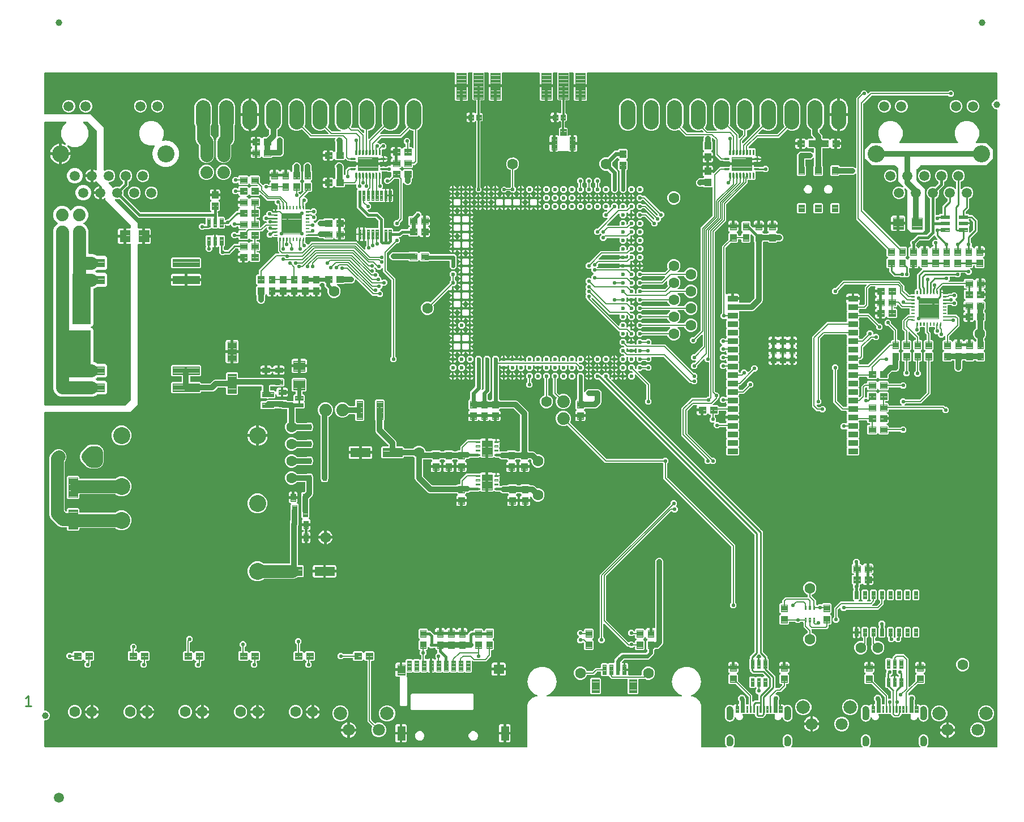
<source format=gtl>
G04 EAGLE Gerber RS-274X export*
G75*
%MOMM*%
%FSLAX34Y34*%
%LPD*%
%INTop Copper*%
%IPPOS*%
%AMOC8*
5,1,8,0,0,1.08239X$1,22.5*%
G01*
%ADD10C,0.279400*%
%ADD11C,0.100000*%
%ADD12C,0.100800*%
%ADD13C,1.000000*%
%ADD14C,0.102000*%
%ADD15C,0.654000*%
%ADD16C,0.105000*%
%ADD17C,0.096000*%
%ADD18C,0.098000*%
%ADD19C,0.099000*%
%ADD20C,1.600000*%
%ADD21C,2.550000*%
%ADD22C,1.500000*%
%ADD23C,0.104000*%
%ADD24C,0.099059*%
%ADD25C,1.879600*%
%ADD26C,1.800000*%
%ADD27C,2.000000*%
%ADD28C,2.200000*%
%ADD29C,0.101600*%
%ADD30C,2.540000*%
%ADD31C,0.101200*%
%ADD32C,0.093000*%
%ADD33C,0.102500*%
%ADD34C,0.600000*%
%ADD35C,0.103500*%
%ADD36C,0.554000*%
%ADD37C,0.152400*%
%ADD38C,0.254000*%
%ADD39C,0.812800*%
%ADD40C,0.406400*%
%ADD41C,0.609600*%
%ADD42C,0.754000*%
%ADD43C,0.266700*%
%ADD44C,0.304800*%
%ADD45C,0.317500*%
%ADD46C,1.905000*%
%ADD47C,1.270000*%

G36*
X767519Y3057D02*
X767519Y3057D01*
X767577Y3055D01*
X767659Y3077D01*
X767743Y3089D01*
X767796Y3112D01*
X767852Y3127D01*
X767925Y3170D01*
X768002Y3205D01*
X768047Y3243D01*
X768097Y3272D01*
X768155Y3334D01*
X768219Y3388D01*
X768251Y3437D01*
X768291Y3480D01*
X768330Y3555D01*
X768377Y3625D01*
X768394Y3681D01*
X768421Y3733D01*
X768432Y3801D01*
X768462Y3896D01*
X768465Y3996D01*
X768476Y4064D01*
X768476Y66633D01*
X770874Y72421D01*
X775304Y76851D01*
X781092Y79249D01*
X783100Y79249D01*
X783207Y79264D01*
X783314Y79272D01*
X783347Y79284D01*
X783381Y79289D01*
X783480Y79333D01*
X783581Y79370D01*
X783609Y79391D01*
X783641Y79405D01*
X783723Y79475D01*
X783810Y79538D01*
X783831Y79566D01*
X783858Y79588D01*
X783917Y79678D01*
X783983Y79764D01*
X783996Y79796D01*
X784015Y79825D01*
X784048Y79928D01*
X784087Y80028D01*
X784091Y80063D01*
X784101Y80096D01*
X784104Y80204D01*
X784114Y80311D01*
X784108Y80346D01*
X784108Y80380D01*
X784081Y80485D01*
X784061Y80591D01*
X784045Y80622D01*
X784037Y80655D01*
X783982Y80748D01*
X783933Y80844D01*
X783909Y80870D01*
X783891Y80900D01*
X783813Y80974D01*
X783739Y81053D01*
X783712Y81068D01*
X783684Y81094D01*
X783493Y81192D01*
X783447Y81218D01*
X779613Y82613D01*
X773780Y87508D01*
X769973Y94102D01*
X768651Y101600D01*
X769973Y109098D01*
X773780Y115692D01*
X779613Y120587D01*
X786768Y123191D01*
X794382Y123191D01*
X801537Y120587D01*
X807370Y115692D01*
X811177Y109098D01*
X812499Y101600D01*
X811177Y94102D01*
X807370Y87508D01*
X801537Y82613D01*
X797703Y81218D01*
X797608Y81167D01*
X797509Y81123D01*
X797483Y81101D01*
X797452Y81084D01*
X797375Y81009D01*
X797292Y80939D01*
X797273Y80911D01*
X797248Y80886D01*
X797194Y80793D01*
X797135Y80703D01*
X797124Y80670D01*
X797107Y80640D01*
X797081Y80535D01*
X797049Y80432D01*
X797048Y80397D01*
X797040Y80363D01*
X797044Y80256D01*
X797042Y80148D01*
X797050Y80114D01*
X797052Y80079D01*
X797086Y79977D01*
X797113Y79873D01*
X797131Y79843D01*
X797142Y79810D01*
X797204Y79721D01*
X797259Y79628D01*
X797284Y79604D01*
X797304Y79576D01*
X797387Y79508D01*
X797466Y79434D01*
X797497Y79418D01*
X797524Y79396D01*
X797623Y79353D01*
X797719Y79304D01*
X797750Y79299D01*
X797785Y79284D01*
X797998Y79258D01*
X798050Y79249D01*
X999000Y79249D01*
X999107Y79264D01*
X999214Y79272D01*
X999247Y79284D01*
X999281Y79289D01*
X999380Y79333D01*
X999481Y79370D01*
X999509Y79391D01*
X999541Y79405D01*
X999623Y79475D01*
X999710Y79538D01*
X999731Y79566D01*
X999758Y79588D01*
X999817Y79678D01*
X999883Y79764D01*
X999896Y79796D01*
X999915Y79825D01*
X999948Y79928D01*
X999987Y80028D01*
X999991Y80063D01*
X1000001Y80096D01*
X1000004Y80204D01*
X1000014Y80311D01*
X1000008Y80346D01*
X1000008Y80380D01*
X999981Y80485D01*
X999961Y80591D01*
X999945Y80622D01*
X999937Y80655D01*
X999882Y80748D01*
X999833Y80844D01*
X999809Y80870D01*
X999791Y80900D01*
X999713Y80974D01*
X999639Y81053D01*
X999612Y81068D01*
X999584Y81094D01*
X999393Y81192D01*
X999347Y81218D01*
X995513Y82613D01*
X989680Y87508D01*
X985873Y94102D01*
X984551Y101600D01*
X985873Y109098D01*
X989680Y115692D01*
X995513Y120587D01*
X1002668Y123191D01*
X1010282Y123191D01*
X1017437Y120587D01*
X1023270Y115692D01*
X1027077Y109098D01*
X1028399Y101600D01*
X1027077Y94102D01*
X1023270Y87508D01*
X1017437Y82613D01*
X1013603Y81218D01*
X1013508Y81167D01*
X1013409Y81123D01*
X1013383Y81101D01*
X1013352Y81084D01*
X1013275Y81009D01*
X1013192Y80939D01*
X1013173Y80911D01*
X1013148Y80886D01*
X1013094Y80793D01*
X1013035Y80703D01*
X1013024Y80670D01*
X1013007Y80640D01*
X1012981Y80535D01*
X1012949Y80432D01*
X1012948Y80397D01*
X1012940Y80363D01*
X1012944Y80256D01*
X1012942Y80148D01*
X1012950Y80114D01*
X1012952Y80079D01*
X1012986Y79977D01*
X1013013Y79873D01*
X1013031Y79843D01*
X1013042Y79810D01*
X1013104Y79721D01*
X1013159Y79628D01*
X1013184Y79604D01*
X1013204Y79576D01*
X1013287Y79507D01*
X1013366Y79434D01*
X1013397Y79418D01*
X1013424Y79396D01*
X1013523Y79353D01*
X1013619Y79304D01*
X1013650Y79299D01*
X1013685Y79284D01*
X1013898Y79258D01*
X1013950Y79249D01*
X1015958Y79249D01*
X1021746Y76851D01*
X1026176Y72421D01*
X1028574Y66633D01*
X1028574Y4064D01*
X1028582Y4006D01*
X1028580Y3948D01*
X1028602Y3866D01*
X1028614Y3782D01*
X1028637Y3729D01*
X1028652Y3673D01*
X1028695Y3600D01*
X1028730Y3523D01*
X1028768Y3478D01*
X1028797Y3428D01*
X1028859Y3370D01*
X1028913Y3306D01*
X1028962Y3274D01*
X1029005Y3234D01*
X1029080Y3195D01*
X1029150Y3148D01*
X1029206Y3131D01*
X1029258Y3104D01*
X1029326Y3093D01*
X1029421Y3063D01*
X1029521Y3060D01*
X1029589Y3049D01*
X1065165Y3049D01*
X1065223Y3057D01*
X1065281Y3055D01*
X1065363Y3077D01*
X1065447Y3089D01*
X1065500Y3112D01*
X1065556Y3127D01*
X1065629Y3170D01*
X1065706Y3205D01*
X1065751Y3242D01*
X1065800Y3272D01*
X1065859Y3334D01*
X1065923Y3388D01*
X1065955Y3437D01*
X1065995Y3479D01*
X1066034Y3554D01*
X1066081Y3625D01*
X1066098Y3680D01*
X1066125Y3732D01*
X1066141Y3815D01*
X1066167Y3896D01*
X1066168Y3954D01*
X1066179Y4011D01*
X1066172Y4096D01*
X1066174Y4180D01*
X1066159Y4236D01*
X1066154Y4294D01*
X1066127Y4358D01*
X1066102Y4455D01*
X1066051Y4541D01*
X1066025Y4604D01*
X1065758Y5029D01*
X1065662Y5143D01*
X1065616Y5207D01*
X1065121Y5702D01*
X1064890Y6363D01*
X1064826Y6486D01*
X1064821Y6496D01*
X1064791Y6568D01*
X1064418Y7161D01*
X1064340Y7857D01*
X1064302Y8002D01*
X1064289Y8079D01*
X1064112Y8585D01*
X1064118Y8621D01*
X1064148Y8715D01*
X1064151Y8816D01*
X1064162Y8884D01*
X1064162Y9376D01*
X1064153Y9440D01*
X1064156Y9490D01*
X1064073Y10225D01*
X1064085Y10246D01*
X1064093Y10276D01*
X1064107Y10303D01*
X1064120Y10380D01*
X1064156Y10521D01*
X1064154Y10585D01*
X1064162Y10634D01*
X1064162Y14466D01*
X1064158Y14496D01*
X1064160Y14527D01*
X1064138Y14637D01*
X1064122Y14747D01*
X1064110Y14775D01*
X1064104Y14806D01*
X1064072Y14863D01*
X1064156Y15610D01*
X1064154Y15675D01*
X1064162Y15724D01*
X1064162Y16216D01*
X1064154Y16275D01*
X1064155Y16334D01*
X1064136Y16400D01*
X1064122Y16497D01*
X1064113Y16518D01*
X1064289Y17021D01*
X1064318Y17167D01*
X1064340Y17243D01*
X1064418Y17939D01*
X1064791Y18532D01*
X1064852Y18668D01*
X1064890Y18737D01*
X1065121Y19398D01*
X1065616Y19893D01*
X1065706Y20013D01*
X1065758Y20071D01*
X1066131Y20664D01*
X1066724Y21037D01*
X1066838Y21133D01*
X1066902Y21179D01*
X1067397Y21674D01*
X1068058Y21905D01*
X1068191Y21974D01*
X1068263Y22004D01*
X1068856Y22377D01*
X1069552Y22455D01*
X1069697Y22492D01*
X1069774Y22506D01*
X1070435Y22737D01*
X1071131Y22659D01*
X1071281Y22663D01*
X1071359Y22659D01*
X1072055Y22737D01*
X1072716Y22506D01*
X1072862Y22477D01*
X1072938Y22455D01*
X1073634Y22377D01*
X1074227Y22004D01*
X1074363Y21943D01*
X1074432Y21905D01*
X1075093Y21674D01*
X1075588Y21179D01*
X1075708Y21089D01*
X1075766Y21037D01*
X1076359Y20664D01*
X1076732Y20071D01*
X1076828Y19957D01*
X1076874Y19893D01*
X1077369Y19398D01*
X1077600Y18737D01*
X1077669Y18604D01*
X1077699Y18532D01*
X1078072Y17939D01*
X1078150Y17243D01*
X1078187Y17098D01*
X1078201Y17021D01*
X1078378Y16515D01*
X1078372Y16479D01*
X1078342Y16385D01*
X1078339Y16284D01*
X1078328Y16216D01*
X1078328Y15724D01*
X1078337Y15660D01*
X1078334Y15610D01*
X1078417Y14875D01*
X1078405Y14854D01*
X1078397Y14824D01*
X1078383Y14797D01*
X1078370Y14720D01*
X1078334Y14579D01*
X1078336Y14515D01*
X1078328Y14466D01*
X1078328Y10634D01*
X1078332Y10604D01*
X1078330Y10573D01*
X1078352Y10463D01*
X1078368Y10353D01*
X1078380Y10325D01*
X1078386Y10294D01*
X1078418Y10237D01*
X1078334Y9490D01*
X1078336Y9425D01*
X1078328Y9376D01*
X1078328Y8884D01*
X1078336Y8825D01*
X1078335Y8766D01*
X1078354Y8700D01*
X1078368Y8603D01*
X1078377Y8582D01*
X1078201Y8079D01*
X1078172Y7933D01*
X1078150Y7857D01*
X1078072Y7161D01*
X1077699Y6568D01*
X1077638Y6432D01*
X1077600Y6363D01*
X1077369Y5702D01*
X1076874Y5207D01*
X1076784Y5088D01*
X1076732Y5029D01*
X1076465Y4604D01*
X1076441Y4551D01*
X1076409Y4503D01*
X1076384Y4422D01*
X1076349Y4345D01*
X1076341Y4287D01*
X1076323Y4232D01*
X1076321Y4147D01*
X1076309Y4063D01*
X1076318Y4006D01*
X1076316Y3948D01*
X1076338Y3866D01*
X1076349Y3782D01*
X1076373Y3729D01*
X1076388Y3673D01*
X1076431Y3600D01*
X1076466Y3522D01*
X1076504Y3478D01*
X1076533Y3428D01*
X1076595Y3370D01*
X1076650Y3305D01*
X1076698Y3273D01*
X1076740Y3234D01*
X1076816Y3195D01*
X1076887Y3148D01*
X1076942Y3131D01*
X1076994Y3104D01*
X1077062Y3093D01*
X1077158Y3063D01*
X1077257Y3060D01*
X1077325Y3049D01*
X1151525Y3049D01*
X1151583Y3057D01*
X1151641Y3055D01*
X1151723Y3077D01*
X1151807Y3089D01*
X1151860Y3112D01*
X1151916Y3127D01*
X1151989Y3170D01*
X1152066Y3205D01*
X1152111Y3242D01*
X1152160Y3272D01*
X1152219Y3334D01*
X1152283Y3388D01*
X1152315Y3437D01*
X1152355Y3479D01*
X1152394Y3554D01*
X1152441Y3625D01*
X1152458Y3680D01*
X1152485Y3732D01*
X1152501Y3815D01*
X1152527Y3896D01*
X1152528Y3954D01*
X1152539Y4011D01*
X1152532Y4096D01*
X1152534Y4180D01*
X1152519Y4236D01*
X1152514Y4294D01*
X1152487Y4358D01*
X1152462Y4455D01*
X1152411Y4541D01*
X1152385Y4604D01*
X1152118Y5029D01*
X1152022Y5143D01*
X1151976Y5207D01*
X1151481Y5702D01*
X1151250Y6363D01*
X1151186Y6486D01*
X1151181Y6496D01*
X1151151Y6568D01*
X1150778Y7161D01*
X1150700Y7857D01*
X1150662Y8002D01*
X1150649Y8079D01*
X1150472Y8585D01*
X1150478Y8621D01*
X1150508Y8715D01*
X1150511Y8816D01*
X1150522Y8884D01*
X1150522Y9376D01*
X1150513Y9440D01*
X1150516Y9490D01*
X1150433Y10225D01*
X1150445Y10246D01*
X1150453Y10276D01*
X1150467Y10303D01*
X1150480Y10380D01*
X1150516Y10521D01*
X1150514Y10585D01*
X1150522Y10634D01*
X1150522Y14466D01*
X1150518Y14496D01*
X1150520Y14527D01*
X1150498Y14637D01*
X1150482Y14747D01*
X1150470Y14775D01*
X1150464Y14806D01*
X1150432Y14863D01*
X1150516Y15610D01*
X1150514Y15675D01*
X1150522Y15724D01*
X1150522Y16216D01*
X1150514Y16275D01*
X1150515Y16334D01*
X1150496Y16400D01*
X1150482Y16497D01*
X1150473Y16518D01*
X1150649Y17021D01*
X1150678Y17167D01*
X1150700Y17243D01*
X1150778Y17939D01*
X1151151Y18532D01*
X1151212Y18668D01*
X1151250Y18737D01*
X1151481Y19398D01*
X1151976Y19893D01*
X1152066Y20013D01*
X1152118Y20071D01*
X1152491Y20664D01*
X1153084Y21037D01*
X1153198Y21133D01*
X1153262Y21179D01*
X1153757Y21674D01*
X1154418Y21905D01*
X1154551Y21974D01*
X1154623Y22004D01*
X1155216Y22377D01*
X1155912Y22455D01*
X1156057Y22492D01*
X1156134Y22506D01*
X1156795Y22737D01*
X1157491Y22659D01*
X1157641Y22663D01*
X1157719Y22659D01*
X1158415Y22737D01*
X1159076Y22506D01*
X1159222Y22477D01*
X1159298Y22455D01*
X1159994Y22377D01*
X1160587Y22004D01*
X1160723Y21943D01*
X1160792Y21905D01*
X1161453Y21674D01*
X1161948Y21179D01*
X1162068Y21089D01*
X1162126Y21037D01*
X1162719Y20664D01*
X1163092Y20071D01*
X1163188Y19957D01*
X1163234Y19893D01*
X1163729Y19398D01*
X1163960Y18737D01*
X1164029Y18604D01*
X1164059Y18532D01*
X1164432Y17939D01*
X1164510Y17243D01*
X1164547Y17098D01*
X1164561Y17021D01*
X1164738Y16515D01*
X1164732Y16479D01*
X1164702Y16385D01*
X1164699Y16284D01*
X1164688Y16216D01*
X1164688Y15724D01*
X1164697Y15660D01*
X1164694Y15610D01*
X1164777Y14875D01*
X1164765Y14854D01*
X1164757Y14824D01*
X1164743Y14797D01*
X1164730Y14720D01*
X1164694Y14579D01*
X1164696Y14515D01*
X1164688Y14466D01*
X1164688Y10634D01*
X1164692Y10604D01*
X1164690Y10573D01*
X1164712Y10463D01*
X1164728Y10353D01*
X1164740Y10325D01*
X1164746Y10294D01*
X1164778Y10237D01*
X1164694Y9490D01*
X1164696Y9425D01*
X1164688Y9376D01*
X1164688Y8884D01*
X1164696Y8825D01*
X1164695Y8766D01*
X1164714Y8700D01*
X1164728Y8603D01*
X1164737Y8582D01*
X1164561Y8079D01*
X1164532Y7933D01*
X1164510Y7857D01*
X1164432Y7161D01*
X1164059Y6568D01*
X1163998Y6432D01*
X1163960Y6363D01*
X1163729Y5702D01*
X1163234Y5207D01*
X1163144Y5088D01*
X1163092Y5029D01*
X1162825Y4604D01*
X1162801Y4551D01*
X1162769Y4503D01*
X1162744Y4422D01*
X1162709Y4345D01*
X1162701Y4287D01*
X1162683Y4232D01*
X1162681Y4147D01*
X1162669Y4063D01*
X1162678Y4006D01*
X1162676Y3948D01*
X1162698Y3866D01*
X1162709Y3782D01*
X1162733Y3729D01*
X1162748Y3673D01*
X1162791Y3600D01*
X1162826Y3522D01*
X1162864Y3478D01*
X1162893Y3428D01*
X1162955Y3370D01*
X1163010Y3305D01*
X1163058Y3273D01*
X1163100Y3234D01*
X1163176Y3195D01*
X1163247Y3148D01*
X1163302Y3131D01*
X1163354Y3104D01*
X1163422Y3093D01*
X1163518Y3063D01*
X1163617Y3060D01*
X1163685Y3049D01*
X1268365Y3049D01*
X1268423Y3057D01*
X1268481Y3055D01*
X1268563Y3077D01*
X1268647Y3089D01*
X1268700Y3112D01*
X1268756Y3127D01*
X1268829Y3170D01*
X1268906Y3205D01*
X1268951Y3242D01*
X1269000Y3272D01*
X1269059Y3334D01*
X1269123Y3388D01*
X1269155Y3437D01*
X1269195Y3479D01*
X1269234Y3554D01*
X1269281Y3625D01*
X1269298Y3680D01*
X1269325Y3732D01*
X1269341Y3815D01*
X1269367Y3896D01*
X1269368Y3954D01*
X1269379Y4011D01*
X1269372Y4096D01*
X1269374Y4180D01*
X1269359Y4236D01*
X1269354Y4294D01*
X1269327Y4358D01*
X1269302Y4455D01*
X1269251Y4541D01*
X1269225Y4604D01*
X1268958Y5029D01*
X1268862Y5143D01*
X1268816Y5207D01*
X1268321Y5702D01*
X1268090Y6363D01*
X1268026Y6486D01*
X1268021Y6496D01*
X1267991Y6568D01*
X1267618Y7161D01*
X1267540Y7857D01*
X1267502Y8002D01*
X1267489Y8079D01*
X1267312Y8585D01*
X1267318Y8621D01*
X1267348Y8715D01*
X1267351Y8816D01*
X1267362Y8884D01*
X1267362Y9376D01*
X1267353Y9440D01*
X1267356Y9490D01*
X1267273Y10225D01*
X1267285Y10246D01*
X1267293Y10276D01*
X1267307Y10303D01*
X1267320Y10380D01*
X1267356Y10521D01*
X1267354Y10585D01*
X1267362Y10634D01*
X1267362Y14466D01*
X1267358Y14496D01*
X1267360Y14527D01*
X1267338Y14637D01*
X1267322Y14747D01*
X1267310Y14775D01*
X1267304Y14806D01*
X1267272Y14863D01*
X1267356Y15610D01*
X1267354Y15675D01*
X1267362Y15724D01*
X1267362Y16216D01*
X1267354Y16275D01*
X1267355Y16334D01*
X1267336Y16400D01*
X1267322Y16497D01*
X1267313Y16518D01*
X1267489Y17021D01*
X1267518Y17167D01*
X1267540Y17243D01*
X1267618Y17939D01*
X1267991Y18532D01*
X1268052Y18668D01*
X1268090Y18737D01*
X1268321Y19398D01*
X1268816Y19893D01*
X1268906Y20013D01*
X1268958Y20071D01*
X1269331Y20664D01*
X1269924Y21037D01*
X1270038Y21133D01*
X1270102Y21179D01*
X1270597Y21674D01*
X1271258Y21905D01*
X1271391Y21974D01*
X1271463Y22004D01*
X1272056Y22377D01*
X1272752Y22455D01*
X1272897Y22492D01*
X1272974Y22506D01*
X1273635Y22737D01*
X1274331Y22659D01*
X1274481Y22663D01*
X1274559Y22659D01*
X1275255Y22737D01*
X1275916Y22506D01*
X1276062Y22477D01*
X1276138Y22455D01*
X1276834Y22377D01*
X1277427Y22004D01*
X1277563Y21943D01*
X1277632Y21905D01*
X1278293Y21674D01*
X1278788Y21179D01*
X1278908Y21089D01*
X1278966Y21037D01*
X1279559Y20664D01*
X1279932Y20071D01*
X1280028Y19957D01*
X1280074Y19893D01*
X1280569Y19398D01*
X1280800Y18737D01*
X1280869Y18604D01*
X1280899Y18532D01*
X1281272Y17939D01*
X1281350Y17243D01*
X1281387Y17098D01*
X1281401Y17021D01*
X1281578Y16515D01*
X1281572Y16479D01*
X1281542Y16385D01*
X1281539Y16284D01*
X1281528Y16216D01*
X1281528Y15724D01*
X1281537Y15660D01*
X1281534Y15610D01*
X1281617Y14875D01*
X1281605Y14854D01*
X1281597Y14824D01*
X1281583Y14797D01*
X1281570Y14720D01*
X1281534Y14579D01*
X1281536Y14515D01*
X1281528Y14466D01*
X1281528Y10634D01*
X1281532Y10604D01*
X1281530Y10573D01*
X1281552Y10463D01*
X1281568Y10353D01*
X1281580Y10325D01*
X1281586Y10294D01*
X1281618Y10237D01*
X1281534Y9490D01*
X1281536Y9425D01*
X1281528Y9376D01*
X1281528Y8884D01*
X1281536Y8825D01*
X1281535Y8766D01*
X1281554Y8700D01*
X1281568Y8603D01*
X1281577Y8582D01*
X1281401Y8079D01*
X1281372Y7933D01*
X1281350Y7857D01*
X1281272Y7161D01*
X1280899Y6568D01*
X1280838Y6432D01*
X1280800Y6363D01*
X1280569Y5702D01*
X1280074Y5207D01*
X1279984Y5087D01*
X1279932Y5029D01*
X1279665Y4604D01*
X1279641Y4551D01*
X1279609Y4503D01*
X1279584Y4422D01*
X1279549Y4345D01*
X1279541Y4287D01*
X1279523Y4232D01*
X1279521Y4147D01*
X1279509Y4063D01*
X1279518Y4006D01*
X1279516Y3948D01*
X1279537Y3866D01*
X1279549Y3782D01*
X1279573Y3729D01*
X1279588Y3673D01*
X1279631Y3600D01*
X1279666Y3522D01*
X1279704Y3478D01*
X1279733Y3428D01*
X1279795Y3370D01*
X1279850Y3306D01*
X1279898Y3273D01*
X1279940Y3234D01*
X1280016Y3195D01*
X1280087Y3148D01*
X1280142Y3131D01*
X1280194Y3104D01*
X1280262Y3093D01*
X1280358Y3063D01*
X1280457Y3060D01*
X1280525Y3049D01*
X1354725Y3049D01*
X1354783Y3057D01*
X1354841Y3055D01*
X1354923Y3077D01*
X1355007Y3089D01*
X1355060Y3112D01*
X1355116Y3127D01*
X1355189Y3170D01*
X1355266Y3205D01*
X1355311Y3242D01*
X1355360Y3272D01*
X1355419Y3334D01*
X1355483Y3388D01*
X1355515Y3437D01*
X1355555Y3479D01*
X1355594Y3554D01*
X1355641Y3625D01*
X1355658Y3680D01*
X1355685Y3732D01*
X1355701Y3815D01*
X1355727Y3896D01*
X1355728Y3954D01*
X1355739Y4011D01*
X1355732Y4096D01*
X1355734Y4180D01*
X1355719Y4236D01*
X1355714Y4294D01*
X1355687Y4358D01*
X1355662Y4455D01*
X1355611Y4541D01*
X1355585Y4604D01*
X1355318Y5029D01*
X1355222Y5143D01*
X1355176Y5207D01*
X1354681Y5702D01*
X1354450Y6363D01*
X1354386Y6486D01*
X1354381Y6496D01*
X1354351Y6568D01*
X1353978Y7161D01*
X1353900Y7857D01*
X1353862Y8002D01*
X1353849Y8079D01*
X1353672Y8585D01*
X1353678Y8621D01*
X1353708Y8715D01*
X1353711Y8816D01*
X1353722Y8884D01*
X1353722Y9376D01*
X1353713Y9440D01*
X1353716Y9490D01*
X1353633Y10225D01*
X1353645Y10246D01*
X1353653Y10276D01*
X1353667Y10303D01*
X1353680Y10380D01*
X1353716Y10521D01*
X1353714Y10585D01*
X1353722Y10634D01*
X1353722Y14466D01*
X1353718Y14496D01*
X1353720Y14527D01*
X1353698Y14637D01*
X1353682Y14747D01*
X1353670Y14775D01*
X1353664Y14806D01*
X1353632Y14863D01*
X1353716Y15610D01*
X1353714Y15675D01*
X1353722Y15724D01*
X1353722Y16216D01*
X1353714Y16275D01*
X1353715Y16334D01*
X1353696Y16400D01*
X1353682Y16497D01*
X1353673Y16518D01*
X1353849Y17021D01*
X1353878Y17167D01*
X1353900Y17243D01*
X1353978Y17939D01*
X1354351Y18532D01*
X1354412Y18668D01*
X1354450Y18737D01*
X1354681Y19398D01*
X1355176Y19893D01*
X1355266Y20013D01*
X1355318Y20071D01*
X1355691Y20664D01*
X1356284Y21037D01*
X1356398Y21133D01*
X1356462Y21179D01*
X1356957Y21674D01*
X1357618Y21905D01*
X1357751Y21974D01*
X1357823Y22004D01*
X1358416Y22377D01*
X1359112Y22455D01*
X1359257Y22492D01*
X1359334Y22506D01*
X1359995Y22737D01*
X1360691Y22659D01*
X1360841Y22663D01*
X1360919Y22659D01*
X1361615Y22737D01*
X1362276Y22506D01*
X1362422Y22477D01*
X1362498Y22455D01*
X1363194Y22377D01*
X1363787Y22004D01*
X1363923Y21943D01*
X1363992Y21905D01*
X1364653Y21674D01*
X1365148Y21179D01*
X1365268Y21089D01*
X1365326Y21037D01*
X1365919Y20664D01*
X1366292Y20071D01*
X1366388Y19957D01*
X1366434Y19893D01*
X1366929Y19398D01*
X1367160Y18737D01*
X1367229Y18604D01*
X1367259Y18532D01*
X1367632Y17939D01*
X1367710Y17243D01*
X1367747Y17098D01*
X1367761Y17021D01*
X1367938Y16515D01*
X1367932Y16479D01*
X1367902Y16385D01*
X1367899Y16284D01*
X1367888Y16216D01*
X1367888Y15724D01*
X1367897Y15660D01*
X1367894Y15610D01*
X1367977Y14875D01*
X1367965Y14854D01*
X1367957Y14824D01*
X1367943Y14797D01*
X1367930Y14720D01*
X1367894Y14579D01*
X1367896Y14515D01*
X1367888Y14466D01*
X1367888Y10634D01*
X1367892Y10604D01*
X1367890Y10573D01*
X1367912Y10463D01*
X1367928Y10353D01*
X1367940Y10325D01*
X1367946Y10294D01*
X1367978Y10237D01*
X1367894Y9490D01*
X1367896Y9425D01*
X1367888Y9376D01*
X1367888Y8884D01*
X1367896Y8825D01*
X1367895Y8766D01*
X1367914Y8700D01*
X1367928Y8603D01*
X1367937Y8582D01*
X1367761Y8079D01*
X1367732Y7933D01*
X1367710Y7857D01*
X1367632Y7161D01*
X1367259Y6568D01*
X1367198Y6432D01*
X1367160Y6363D01*
X1366929Y5702D01*
X1366434Y5207D01*
X1366344Y5088D01*
X1366292Y5029D01*
X1366025Y4604D01*
X1366001Y4551D01*
X1365969Y4503D01*
X1365944Y4422D01*
X1365909Y4345D01*
X1365901Y4287D01*
X1365883Y4232D01*
X1365881Y4147D01*
X1365869Y4063D01*
X1365878Y4006D01*
X1365876Y3948D01*
X1365898Y3866D01*
X1365909Y3782D01*
X1365933Y3729D01*
X1365948Y3673D01*
X1365991Y3600D01*
X1366026Y3522D01*
X1366064Y3478D01*
X1366093Y3428D01*
X1366155Y3370D01*
X1366210Y3305D01*
X1366258Y3273D01*
X1366300Y3234D01*
X1366376Y3195D01*
X1366447Y3148D01*
X1366502Y3131D01*
X1366554Y3104D01*
X1366622Y3093D01*
X1366718Y3063D01*
X1366817Y3060D01*
X1366885Y3049D01*
X1470025Y3049D01*
X1470083Y3057D01*
X1470141Y3055D01*
X1470223Y3077D01*
X1470307Y3089D01*
X1470360Y3112D01*
X1470416Y3127D01*
X1470489Y3170D01*
X1470566Y3205D01*
X1470611Y3243D01*
X1470661Y3272D01*
X1470719Y3334D01*
X1470783Y3388D01*
X1470815Y3437D01*
X1470855Y3480D01*
X1470894Y3555D01*
X1470941Y3625D01*
X1470958Y3681D01*
X1470985Y3733D01*
X1470996Y3801D01*
X1471026Y3896D01*
X1471029Y3996D01*
X1471040Y4064D01*
X1471040Y957152D01*
X1471032Y957210D01*
X1471034Y957268D01*
X1471012Y957350D01*
X1471000Y957434D01*
X1470977Y957487D01*
X1470962Y957543D01*
X1470919Y957616D01*
X1470884Y957693D01*
X1470846Y957738D01*
X1470817Y957788D01*
X1470755Y957846D01*
X1470701Y957910D01*
X1470652Y957942D01*
X1470609Y957982D01*
X1470534Y958021D01*
X1470464Y958068D01*
X1470408Y958085D01*
X1470356Y958112D01*
X1470288Y958123D01*
X1470193Y958153D01*
X1470093Y958156D01*
X1470025Y958167D01*
X1468626Y958167D01*
X1466041Y959238D01*
X1464063Y961216D01*
X1462992Y963801D01*
X1462992Y966599D01*
X1464063Y969184D01*
X1466041Y971162D01*
X1468626Y972233D01*
X1470025Y972233D01*
X1470083Y972241D01*
X1470141Y972239D01*
X1470223Y972261D01*
X1470307Y972273D01*
X1470360Y972296D01*
X1470416Y972311D01*
X1470489Y972354D01*
X1470566Y972389D01*
X1470611Y972427D01*
X1470661Y972456D01*
X1470719Y972518D01*
X1470783Y972572D01*
X1470815Y972621D01*
X1470855Y972664D01*
X1470894Y972739D01*
X1470941Y972809D01*
X1470958Y972865D01*
X1470985Y972917D01*
X1470996Y972985D01*
X1471026Y973080D01*
X1471029Y973180D01*
X1471040Y973248D01*
X1471040Y1011936D01*
X1471032Y1011994D01*
X1471034Y1012052D01*
X1471012Y1012134D01*
X1471000Y1012218D01*
X1470977Y1012271D01*
X1470962Y1012327D01*
X1470919Y1012400D01*
X1470884Y1012477D01*
X1470846Y1012522D01*
X1470817Y1012572D01*
X1470755Y1012630D01*
X1470701Y1012694D01*
X1470652Y1012726D01*
X1470609Y1012766D01*
X1470534Y1012805D01*
X1470464Y1012852D01*
X1470408Y1012869D01*
X1470356Y1012896D01*
X1470288Y1012907D01*
X1470193Y1012937D01*
X1470093Y1012940D01*
X1470025Y1012951D01*
X871255Y1012951D01*
X871212Y1012980D01*
X871169Y1013020D01*
X871094Y1013059D01*
X871024Y1013106D01*
X870968Y1013123D01*
X870916Y1013150D01*
X870848Y1013161D01*
X870753Y1013191D01*
X870653Y1013194D01*
X870585Y1013205D01*
X858781Y1013205D01*
X858723Y1013197D01*
X858665Y1013199D01*
X858583Y1013177D01*
X858499Y1013165D01*
X858446Y1013142D01*
X858390Y1013127D01*
X858317Y1013084D01*
X858240Y1013049D01*
X858195Y1013011D01*
X858145Y1012982D01*
X858087Y1012920D01*
X858023Y1012866D01*
X857991Y1012817D01*
X857951Y1012774D01*
X857912Y1012699D01*
X857865Y1012629D01*
X857848Y1012573D01*
X857821Y1012521D01*
X857810Y1012453D01*
X857780Y1012358D01*
X857777Y1012258D01*
X857766Y1012190D01*
X857766Y995171D01*
X848741Y995171D01*
X848683Y995163D01*
X848625Y995164D01*
X848543Y995143D01*
X848460Y995131D01*
X848406Y995107D01*
X848350Y995093D01*
X848277Y995050D01*
X848200Y995015D01*
X848156Y994977D01*
X848105Y994947D01*
X848048Y994886D01*
X847983Y994831D01*
X847951Y994783D01*
X847911Y994740D01*
X847872Y994665D01*
X847826Y994595D01*
X847808Y994539D01*
X847781Y994487D01*
X847770Y994419D01*
X847740Y994324D01*
X847737Y994224D01*
X847726Y994156D01*
X847726Y993139D01*
X847724Y993139D01*
X847724Y994156D01*
X847716Y994214D01*
X847717Y994272D01*
X847696Y994354D01*
X847684Y994437D01*
X847660Y994491D01*
X847646Y994547D01*
X847603Y994620D01*
X847568Y994697D01*
X847530Y994741D01*
X847500Y994792D01*
X847439Y994849D01*
X847384Y994914D01*
X847336Y994946D01*
X847293Y994986D01*
X847218Y995025D01*
X847148Y995071D01*
X847092Y995089D01*
X847040Y995116D01*
X846972Y995127D01*
X846877Y995157D01*
X846777Y995160D01*
X846709Y995171D01*
X837684Y995171D01*
X837684Y1012190D01*
X837676Y1012248D01*
X837678Y1012306D01*
X837656Y1012388D01*
X837644Y1012472D01*
X837621Y1012525D01*
X837606Y1012581D01*
X837563Y1012654D01*
X837528Y1012731D01*
X837490Y1012776D01*
X837461Y1012826D01*
X837399Y1012884D01*
X837345Y1012948D01*
X837296Y1012980D01*
X837253Y1013020D01*
X837178Y1013059D01*
X837108Y1013106D01*
X837052Y1013123D01*
X837000Y1013150D01*
X836932Y1013161D01*
X836837Y1013191D01*
X836737Y1013194D01*
X836669Y1013205D01*
X832111Y1013205D01*
X832053Y1013197D01*
X831995Y1013199D01*
X831913Y1013177D01*
X831829Y1013165D01*
X831776Y1013142D01*
X831720Y1013127D01*
X831647Y1013084D01*
X831570Y1013049D01*
X831525Y1013011D01*
X831475Y1012982D01*
X831417Y1012920D01*
X831353Y1012866D01*
X831321Y1012817D01*
X831281Y1012774D01*
X831242Y1012699D01*
X831195Y1012629D01*
X831178Y1012573D01*
X831151Y1012521D01*
X831140Y1012453D01*
X831110Y1012358D01*
X831107Y1012258D01*
X831096Y1012190D01*
X831096Y972921D01*
X830044Y971869D01*
X826198Y971869D01*
X826141Y971861D01*
X826082Y971863D01*
X826001Y971841D01*
X825917Y971829D01*
X825864Y971806D01*
X825807Y971791D01*
X825735Y971748D01*
X825658Y971713D01*
X825613Y971675D01*
X825563Y971646D01*
X825505Y971584D01*
X825441Y971530D01*
X825408Y971481D01*
X825368Y971438D01*
X825330Y971363D01*
X825283Y971293D01*
X825265Y971237D01*
X825239Y971185D01*
X825227Y971117D01*
X825197Y971022D01*
X825195Y970922D01*
X825183Y970854D01*
X825183Y952936D01*
X825191Y952878D01*
X825190Y952820D01*
X825211Y952738D01*
X825223Y952654D01*
X825247Y952601D01*
X825262Y952545D01*
X825305Y952472D01*
X825339Y952395D01*
X825377Y952350D01*
X825407Y952300D01*
X825469Y952242D01*
X825523Y952178D01*
X825572Y952146D01*
X825614Y952106D01*
X825689Y952067D01*
X825760Y952020D01*
X825815Y952003D01*
X825867Y951976D01*
X825935Y951965D01*
X826031Y951935D01*
X826130Y951932D01*
X826198Y951921D01*
X826253Y951921D01*
X827296Y950878D01*
X827296Y941422D01*
X826253Y940379D01*
X825648Y940379D01*
X825591Y940371D01*
X825532Y940373D01*
X825451Y940351D01*
X825367Y940339D01*
X825314Y940316D01*
X825257Y940301D01*
X825185Y940258D01*
X825108Y940223D01*
X825063Y940185D01*
X825013Y940156D01*
X824955Y940094D01*
X824891Y940040D01*
X824858Y939991D01*
X824818Y939948D01*
X824780Y939873D01*
X824733Y939803D01*
X824715Y939747D01*
X824689Y939695D01*
X824677Y939627D01*
X824647Y939532D01*
X824645Y939432D01*
X824633Y939364D01*
X824633Y931336D01*
X824640Y931285D01*
X824640Y931266D01*
X824641Y931262D01*
X824640Y931220D01*
X824661Y931138D01*
X824673Y931054D01*
X824697Y931001D01*
X824712Y930945D01*
X824755Y930872D01*
X824789Y930795D01*
X824827Y930750D01*
X824857Y930700D01*
X824919Y930642D01*
X824973Y930578D01*
X825022Y930546D01*
X825064Y930506D01*
X825139Y930467D01*
X825210Y930420D01*
X825265Y930403D01*
X825317Y930376D01*
X825385Y930365D01*
X825481Y930335D01*
X825580Y930332D01*
X825648Y930321D01*
X827559Y930321D01*
X828596Y929284D01*
X828596Y919566D01*
X828600Y919537D01*
X828597Y919508D01*
X828620Y919397D01*
X828636Y919285D01*
X828648Y919258D01*
X828653Y919229D01*
X828705Y919129D01*
X828752Y919025D01*
X828771Y919003D01*
X828784Y918977D01*
X828862Y918895D01*
X828935Y918808D01*
X828960Y918792D01*
X828980Y918771D01*
X829078Y918713D01*
X829172Y918651D01*
X829200Y918642D01*
X829225Y918627D01*
X829335Y918599D01*
X829443Y918565D01*
X829472Y918564D01*
X829501Y918557D01*
X829614Y918560D01*
X829727Y918558D01*
X829756Y918565D01*
X829785Y918566D01*
X829893Y918601D01*
X830002Y918629D01*
X830028Y918644D01*
X830056Y918653D01*
X830119Y918699D01*
X830247Y918775D01*
X830290Y918820D01*
X830329Y918848D01*
X830462Y918981D01*
X830881Y919223D01*
X831157Y919383D01*
X831933Y919591D01*
X834044Y919591D01*
X834044Y908066D01*
X834052Y908008D01*
X834050Y907950D01*
X834072Y907868D01*
X834084Y907785D01*
X834108Y907731D01*
X834122Y907675D01*
X834165Y907602D01*
X834200Y907525D01*
X834238Y907481D01*
X834268Y907430D01*
X834329Y907373D01*
X834384Y907308D01*
X834432Y907276D01*
X834475Y907236D01*
X834550Y907197D01*
X834620Y907151D01*
X834676Y907133D01*
X834728Y907106D01*
X834796Y907095D01*
X834891Y907065D01*
X834991Y907062D01*
X835059Y907051D01*
X836076Y907051D01*
X836076Y907049D01*
X835059Y907049D01*
X835001Y907041D01*
X834943Y907042D01*
X834861Y907021D01*
X834778Y907009D01*
X834724Y906985D01*
X834668Y906971D01*
X834595Y906928D01*
X834518Y906893D01*
X834473Y906855D01*
X834423Y906825D01*
X834365Y906764D01*
X834301Y906709D01*
X834269Y906661D01*
X834229Y906618D01*
X834190Y906543D01*
X834144Y906473D01*
X834126Y906417D01*
X834099Y906365D01*
X834088Y906297D01*
X834058Y906202D01*
X834055Y906102D01*
X834044Y906034D01*
X834044Y894509D01*
X831933Y894509D01*
X831534Y894616D01*
X831157Y894717D01*
X830414Y895146D01*
X830395Y895164D01*
X830346Y895190D01*
X830301Y895223D01*
X830220Y895254D01*
X830142Y895294D01*
X830094Y895302D01*
X830036Y895324D01*
X829888Y895336D01*
X829811Y895349D01*
X814839Y895349D01*
X814752Y895337D01*
X814665Y895334D01*
X814612Y895317D01*
X814558Y895309D01*
X814478Y895274D01*
X814394Y895247D01*
X814355Y895219D01*
X814298Y895193D01*
X814258Y895159D01*
X813493Y894717D01*
X813116Y894616D01*
X812717Y894509D01*
X810606Y894509D01*
X810606Y906034D01*
X810599Y906087D01*
X810599Y906117D01*
X810599Y906120D01*
X810599Y906150D01*
X810578Y906232D01*
X810566Y906315D01*
X810542Y906369D01*
X810528Y906425D01*
X810485Y906498D01*
X810450Y906575D01*
X810412Y906619D01*
X810382Y906670D01*
X810321Y906727D01*
X810266Y906792D01*
X810218Y906824D01*
X810175Y906864D01*
X810100Y906903D01*
X810030Y906949D01*
X809974Y906967D01*
X809922Y906994D01*
X809854Y907005D01*
X809759Y907035D01*
X809659Y907038D01*
X809591Y907049D01*
X808574Y907049D01*
X808574Y907051D01*
X809591Y907051D01*
X809649Y907059D01*
X809707Y907058D01*
X809789Y907079D01*
X809872Y907091D01*
X809926Y907115D01*
X809982Y907129D01*
X810055Y907172D01*
X810132Y907207D01*
X810176Y907245D01*
X810227Y907275D01*
X810284Y907336D01*
X810349Y907391D01*
X810381Y907439D01*
X810421Y907482D01*
X810460Y907557D01*
X810506Y907627D01*
X810524Y907683D01*
X810551Y907735D01*
X810562Y907803D01*
X810592Y907898D01*
X810595Y907998D01*
X810606Y908066D01*
X810606Y919591D01*
X812717Y919591D01*
X813493Y919383D01*
X813769Y919223D01*
X814188Y918981D01*
X814321Y918848D01*
X814345Y918831D01*
X814364Y918808D01*
X814458Y918745D01*
X814548Y918677D01*
X814576Y918667D01*
X814600Y918651D01*
X814708Y918616D01*
X814814Y918576D01*
X814843Y918574D01*
X814871Y918565D01*
X814984Y918562D01*
X815097Y918553D01*
X815126Y918558D01*
X815155Y918558D01*
X815265Y918586D01*
X815376Y918608D01*
X815402Y918622D01*
X815430Y918629D01*
X815527Y918687D01*
X815628Y918739D01*
X815650Y918760D01*
X815675Y918775D01*
X815752Y918857D01*
X815834Y918935D01*
X815849Y918960D01*
X815869Y918982D01*
X815921Y919083D01*
X815978Y919180D01*
X815985Y919209D01*
X815999Y919235D01*
X816012Y919312D01*
X816048Y919456D01*
X816046Y919518D01*
X816054Y919566D01*
X816054Y929284D01*
X817091Y930321D01*
X817902Y930321D01*
X817959Y930329D01*
X818018Y930327D01*
X818099Y930349D01*
X818183Y930361D01*
X818236Y930384D01*
X818293Y930399D01*
X818365Y930442D01*
X818442Y930477D01*
X818487Y930515D01*
X818537Y930544D01*
X818595Y930606D01*
X818659Y930660D01*
X818692Y930709D01*
X818732Y930752D01*
X818770Y930827D01*
X818817Y930897D01*
X818835Y930953D01*
X818861Y931005D01*
X818873Y931073D01*
X818903Y931168D01*
X818905Y931268D01*
X818917Y931336D01*
X818917Y939364D01*
X818909Y939422D01*
X818910Y939480D01*
X818889Y939562D01*
X818877Y939646D01*
X818853Y939699D01*
X818838Y939755D01*
X818795Y939828D01*
X818761Y939905D01*
X818723Y939950D01*
X818693Y940000D01*
X818631Y940058D01*
X818577Y940122D01*
X818528Y940154D01*
X818486Y940194D01*
X818411Y940233D01*
X818340Y940280D01*
X818285Y940297D01*
X818233Y940324D01*
X818165Y940335D01*
X818069Y940365D01*
X817970Y940368D01*
X817902Y940379D01*
X816877Y940379D01*
X816865Y940378D01*
X816819Y940382D01*
X816759Y940370D01*
X816699Y940368D01*
X816622Y940343D01*
X816595Y940339D01*
X816589Y940337D01*
X816540Y940327D01*
X816486Y940299D01*
X816429Y940281D01*
X816373Y940241D01*
X816353Y940231D01*
X816336Y940223D01*
X816333Y940220D01*
X816287Y940197D01*
X816212Y940126D01*
X816155Y940086D01*
X815788Y939719D01*
X815093Y939317D01*
X814317Y939109D01*
X812206Y939109D01*
X812206Y945134D01*
X812198Y945192D01*
X812199Y945250D01*
X812178Y945332D01*
X812166Y945415D01*
X812142Y945469D01*
X812128Y945525D01*
X812085Y945598D01*
X812050Y945675D01*
X812012Y945719D01*
X811982Y945770D01*
X811921Y945827D01*
X811866Y945892D01*
X811818Y945924D01*
X811775Y945964D01*
X811700Y946003D01*
X811630Y946049D01*
X811574Y946067D01*
X811522Y946094D01*
X811454Y946105D01*
X811359Y946135D01*
X811259Y946138D01*
X811191Y946149D01*
X810174Y946149D01*
X810174Y946151D01*
X811191Y946151D01*
X811249Y946159D01*
X811307Y946158D01*
X811389Y946179D01*
X811472Y946191D01*
X811526Y946215D01*
X811582Y946229D01*
X811655Y946272D01*
X811732Y946307D01*
X811776Y946345D01*
X811827Y946375D01*
X811884Y946436D01*
X811949Y946491D01*
X811981Y946539D01*
X812021Y946582D01*
X812060Y946657D01*
X812106Y946727D01*
X812124Y946783D01*
X812151Y946835D01*
X812162Y946903D01*
X812192Y946998D01*
X812195Y947098D01*
X812206Y947166D01*
X812206Y953191D01*
X814317Y953191D01*
X815093Y952983D01*
X815788Y952581D01*
X816155Y952214D01*
X816203Y952178D01*
X816245Y952134D01*
X816290Y952108D01*
X816293Y952106D01*
X816308Y952098D01*
X816317Y952093D01*
X816382Y952043D01*
X816439Y952022D01*
X816491Y951991D01*
X816540Y951979D01*
X816546Y951976D01*
X816565Y951973D01*
X816571Y951971D01*
X816648Y951942D01*
X816708Y951937D01*
X816767Y951922D01*
X816849Y951925D01*
X816877Y951921D01*
X816905Y951921D01*
X816931Y951919D01*
X816942Y951921D01*
X818452Y951921D01*
X818509Y951929D01*
X818568Y951927D01*
X818649Y951949D01*
X818733Y951961D01*
X818786Y951984D01*
X818843Y951999D01*
X818915Y952042D01*
X818992Y952077D01*
X819037Y952115D01*
X819087Y952144D01*
X819145Y952206D01*
X819209Y952260D01*
X819242Y952309D01*
X819282Y952352D01*
X819320Y952427D01*
X819367Y952497D01*
X819385Y952553D01*
X819411Y952605D01*
X819423Y952673D01*
X819453Y952768D01*
X819455Y952868D01*
X819467Y952936D01*
X819467Y970854D01*
X819459Y970912D01*
X819460Y970970D01*
X819439Y971052D01*
X819427Y971136D01*
X819403Y971189D01*
X819388Y971245D01*
X819345Y971318D01*
X819311Y971395D01*
X819273Y971440D01*
X819243Y971490D01*
X819181Y971548D01*
X819127Y971612D01*
X819078Y971644D01*
X819036Y971684D01*
X818961Y971723D01*
X818890Y971770D01*
X818835Y971787D01*
X818783Y971814D01*
X818715Y971825D01*
X818619Y971855D01*
X818520Y971858D01*
X818452Y971869D01*
X814606Y971869D01*
X813554Y972921D01*
X813554Y1012190D01*
X813546Y1012248D01*
X813548Y1012306D01*
X813526Y1012388D01*
X813514Y1012472D01*
X813491Y1012525D01*
X813476Y1012581D01*
X813433Y1012654D01*
X813398Y1012731D01*
X813360Y1012776D01*
X813331Y1012826D01*
X813269Y1012884D01*
X813215Y1012948D01*
X813166Y1012980D01*
X813123Y1013020D01*
X813048Y1013059D01*
X812978Y1013106D01*
X812922Y1013123D01*
X812870Y1013150D01*
X812802Y1013161D01*
X812707Y1013191D01*
X812607Y1013194D01*
X812539Y1013205D01*
X807981Y1013205D01*
X807923Y1013197D01*
X807865Y1013199D01*
X807783Y1013177D01*
X807699Y1013165D01*
X807646Y1013142D01*
X807590Y1013127D01*
X807517Y1013084D01*
X807440Y1013049D01*
X807395Y1013011D01*
X807345Y1012982D01*
X807287Y1012920D01*
X807223Y1012866D01*
X807191Y1012817D01*
X807151Y1012774D01*
X807112Y1012699D01*
X807065Y1012629D01*
X807048Y1012573D01*
X807021Y1012521D01*
X807010Y1012453D01*
X806980Y1012358D01*
X806977Y1012258D01*
X806966Y1012190D01*
X806966Y995171D01*
X797941Y995171D01*
X797883Y995163D01*
X797825Y995164D01*
X797743Y995143D01*
X797660Y995131D01*
X797606Y995107D01*
X797550Y995093D01*
X797477Y995050D01*
X797400Y995015D01*
X797356Y994977D01*
X797305Y994947D01*
X797248Y994886D01*
X797183Y994831D01*
X797151Y994783D01*
X797111Y994740D01*
X797072Y994665D01*
X797026Y994595D01*
X797008Y994539D01*
X796981Y994487D01*
X796970Y994419D01*
X796940Y994324D01*
X796937Y994224D01*
X796926Y994156D01*
X796926Y993139D01*
X796924Y993139D01*
X796924Y994156D01*
X796916Y994214D01*
X796917Y994272D01*
X796896Y994354D01*
X796884Y994437D01*
X796860Y994491D01*
X796846Y994547D01*
X796803Y994620D01*
X796768Y994697D01*
X796730Y994741D01*
X796700Y994792D01*
X796639Y994849D01*
X796584Y994914D01*
X796536Y994946D01*
X796493Y994986D01*
X796418Y995025D01*
X796348Y995071D01*
X796292Y995089D01*
X796240Y995116D01*
X796172Y995127D01*
X796077Y995157D01*
X795977Y995160D01*
X795909Y995171D01*
X786884Y995171D01*
X786884Y1012190D01*
X786876Y1012248D01*
X786878Y1012306D01*
X786856Y1012388D01*
X786844Y1012472D01*
X786821Y1012525D01*
X786806Y1012581D01*
X786763Y1012654D01*
X786728Y1012731D01*
X786690Y1012776D01*
X786661Y1012826D01*
X786599Y1012884D01*
X786545Y1012948D01*
X786496Y1012980D01*
X786453Y1013020D01*
X786378Y1013059D01*
X786308Y1013106D01*
X786252Y1013123D01*
X786200Y1013150D01*
X786132Y1013161D01*
X786037Y1013191D01*
X785937Y1013194D01*
X785869Y1013205D01*
X774065Y1013205D01*
X774007Y1013197D01*
X773949Y1013199D01*
X773867Y1013177D01*
X773784Y1013165D01*
X773730Y1013142D01*
X773674Y1013127D01*
X773601Y1013084D01*
X773524Y1013049D01*
X773479Y1013011D01*
X773429Y1012982D01*
X773401Y1012951D01*
X746795Y1012951D01*
X746752Y1012980D01*
X746709Y1013020D01*
X746634Y1013059D01*
X746564Y1013106D01*
X746508Y1013123D01*
X746456Y1013150D01*
X746388Y1013161D01*
X746293Y1013191D01*
X746193Y1013194D01*
X746125Y1013205D01*
X731781Y1013205D01*
X731723Y1013197D01*
X731665Y1013199D01*
X731583Y1013177D01*
X731499Y1013165D01*
X731446Y1013142D01*
X731390Y1013127D01*
X731317Y1013084D01*
X731240Y1013049D01*
X731195Y1013011D01*
X731145Y1012982D01*
X731087Y1012920D01*
X731023Y1012866D01*
X730991Y1012817D01*
X730951Y1012774D01*
X730912Y1012699D01*
X730865Y1012629D01*
X730848Y1012573D01*
X730821Y1012521D01*
X730810Y1012453D01*
X730780Y1012358D01*
X730777Y1012258D01*
X730766Y1012190D01*
X730766Y995171D01*
X721741Y995171D01*
X721683Y995163D01*
X721625Y995164D01*
X721543Y995143D01*
X721460Y995131D01*
X721406Y995107D01*
X721350Y995093D01*
X721277Y995050D01*
X721200Y995015D01*
X721156Y994977D01*
X721105Y994947D01*
X721048Y994886D01*
X720983Y994831D01*
X720951Y994783D01*
X720911Y994740D01*
X720872Y994665D01*
X720826Y994595D01*
X720808Y994539D01*
X720781Y994487D01*
X720770Y994419D01*
X720740Y994324D01*
X720737Y994224D01*
X720726Y994156D01*
X720726Y993139D01*
X720724Y993139D01*
X720724Y994156D01*
X720716Y994214D01*
X720717Y994272D01*
X720696Y994354D01*
X720684Y994437D01*
X720660Y994491D01*
X720646Y994547D01*
X720603Y994620D01*
X720568Y994697D01*
X720530Y994741D01*
X720500Y994792D01*
X720439Y994849D01*
X720384Y994914D01*
X720336Y994946D01*
X720293Y994986D01*
X720218Y995025D01*
X720148Y995071D01*
X720092Y995089D01*
X720040Y995116D01*
X719972Y995127D01*
X719877Y995157D01*
X719777Y995160D01*
X719709Y995171D01*
X710684Y995171D01*
X710684Y1012190D01*
X710676Y1012248D01*
X710678Y1012306D01*
X710656Y1012388D01*
X710644Y1012472D01*
X710621Y1012525D01*
X710606Y1012581D01*
X710563Y1012654D01*
X710528Y1012731D01*
X710490Y1012776D01*
X710461Y1012826D01*
X710399Y1012884D01*
X710345Y1012948D01*
X710296Y1012980D01*
X710253Y1013020D01*
X710178Y1013059D01*
X710108Y1013106D01*
X710052Y1013123D01*
X710000Y1013150D01*
X709932Y1013161D01*
X709837Y1013191D01*
X709737Y1013194D01*
X709669Y1013205D01*
X705111Y1013205D01*
X705053Y1013197D01*
X704995Y1013199D01*
X704913Y1013177D01*
X704829Y1013165D01*
X704776Y1013142D01*
X704720Y1013127D01*
X704647Y1013084D01*
X704570Y1013049D01*
X704525Y1013011D01*
X704475Y1012982D01*
X704417Y1012920D01*
X704353Y1012866D01*
X704321Y1012817D01*
X704281Y1012774D01*
X704242Y1012699D01*
X704195Y1012629D01*
X704178Y1012573D01*
X704151Y1012521D01*
X704140Y1012453D01*
X704110Y1012358D01*
X704107Y1012258D01*
X704096Y1012190D01*
X704096Y972921D01*
X703044Y971869D01*
X699198Y971869D01*
X699141Y971861D01*
X699082Y971863D01*
X699001Y971841D01*
X698917Y971829D01*
X698864Y971806D01*
X698807Y971791D01*
X698735Y971748D01*
X698658Y971713D01*
X698613Y971675D01*
X698563Y971646D01*
X698505Y971584D01*
X698441Y971530D01*
X698408Y971481D01*
X698368Y971438D01*
X698330Y971363D01*
X698283Y971293D01*
X698265Y971237D01*
X698239Y971185D01*
X698227Y971117D01*
X698197Y971022D01*
X698195Y970922D01*
X698183Y970854D01*
X698183Y952936D01*
X698191Y952878D01*
X698190Y952820D01*
X698211Y952738D01*
X698223Y952654D01*
X698247Y952601D01*
X698262Y952545D01*
X698305Y952472D01*
X698339Y952395D01*
X698377Y952350D01*
X698407Y952300D01*
X698469Y952242D01*
X698523Y952178D01*
X698572Y952146D01*
X698614Y952106D01*
X698689Y952067D01*
X698760Y952020D01*
X698815Y952003D01*
X698867Y951976D01*
X698935Y951965D01*
X699031Y951935D01*
X699130Y951932D01*
X699198Y951921D01*
X700523Y951921D01*
X701566Y950878D01*
X701566Y941422D01*
X700523Y940379D01*
X699198Y940379D01*
X699141Y940371D01*
X699082Y940373D01*
X699001Y940351D01*
X698917Y940339D01*
X698864Y940316D01*
X698807Y940301D01*
X698735Y940258D01*
X698658Y940223D01*
X698613Y940185D01*
X698563Y940156D01*
X698505Y940094D01*
X698441Y940040D01*
X698408Y939991D01*
X698368Y939948D01*
X698330Y939873D01*
X698283Y939803D01*
X698265Y939747D01*
X698239Y939695D01*
X698227Y939627D01*
X698197Y939532D01*
X698195Y939432D01*
X698183Y939364D01*
X698183Y841802D01*
X698195Y841715D01*
X698198Y841628D01*
X698215Y841575D01*
X698223Y841521D01*
X698259Y841441D01*
X698286Y841358D01*
X698314Y841318D01*
X698339Y841261D01*
X698435Y841148D01*
X698481Y841084D01*
X699596Y839969D01*
X699596Y836431D01*
X697094Y833929D01*
X693556Y833929D01*
X691054Y836431D01*
X691054Y839969D01*
X692169Y841084D01*
X692222Y841154D01*
X692282Y841218D01*
X692307Y841267D01*
X692340Y841311D01*
X692371Y841393D01*
X692411Y841471D01*
X692419Y841519D01*
X692442Y841577D01*
X692454Y841725D01*
X692467Y841802D01*
X692467Y939364D01*
X692459Y939422D01*
X692460Y939480D01*
X692439Y939562D01*
X692427Y939646D01*
X692403Y939699D01*
X692388Y939755D01*
X692345Y939828D01*
X692311Y939905D01*
X692273Y939950D01*
X692243Y940000D01*
X692181Y940058D01*
X692127Y940122D01*
X692078Y940154D01*
X692036Y940194D01*
X691961Y940233D01*
X691890Y940280D01*
X691835Y940297D01*
X691783Y940324D01*
X691715Y940335D01*
X691619Y940365D01*
X691520Y940368D01*
X691452Y940379D01*
X691147Y940379D01*
X691135Y940378D01*
X691089Y940382D01*
X691029Y940370D01*
X690969Y940368D01*
X690892Y940343D01*
X690865Y940339D01*
X690859Y940337D01*
X690810Y940327D01*
X690756Y940299D01*
X690699Y940281D01*
X690643Y940241D01*
X690623Y940231D01*
X690606Y940223D01*
X690603Y940220D01*
X690557Y940197D01*
X690482Y940126D01*
X690425Y940086D01*
X690058Y939719D01*
X689363Y939317D01*
X688587Y939109D01*
X686476Y939109D01*
X686476Y945134D01*
X686468Y945192D01*
X686469Y945250D01*
X686448Y945332D01*
X686436Y945415D01*
X686412Y945469D01*
X686398Y945525D01*
X686355Y945598D01*
X686320Y945675D01*
X686282Y945719D01*
X686252Y945770D01*
X686191Y945827D01*
X686136Y945892D01*
X686088Y945924D01*
X686045Y945964D01*
X685970Y946003D01*
X685900Y946049D01*
X685844Y946067D01*
X685792Y946094D01*
X685724Y946105D01*
X685629Y946135D01*
X685529Y946138D01*
X685461Y946149D01*
X684444Y946149D01*
X684444Y946151D01*
X685461Y946151D01*
X685519Y946159D01*
X685577Y946158D01*
X685659Y946179D01*
X685742Y946191D01*
X685796Y946215D01*
X685852Y946229D01*
X685925Y946272D01*
X686002Y946307D01*
X686046Y946345D01*
X686097Y946375D01*
X686154Y946436D01*
X686219Y946491D01*
X686251Y946539D01*
X686291Y946582D01*
X686330Y946657D01*
X686376Y946727D01*
X686394Y946783D01*
X686421Y946835D01*
X686432Y946903D01*
X686462Y946998D01*
X686465Y947098D01*
X686476Y947166D01*
X686476Y953191D01*
X688587Y953191D01*
X689363Y952983D01*
X690058Y952581D01*
X690425Y952214D01*
X690473Y952178D01*
X690515Y952134D01*
X690560Y952108D01*
X690563Y952106D01*
X690578Y952098D01*
X690587Y952093D01*
X690652Y952043D01*
X690709Y952022D01*
X690761Y951991D01*
X690810Y951979D01*
X690816Y951976D01*
X690835Y951973D01*
X690841Y951971D01*
X690918Y951942D01*
X690978Y951937D01*
X691037Y951922D01*
X691119Y951925D01*
X691147Y951921D01*
X691175Y951921D01*
X691201Y951919D01*
X691212Y951921D01*
X691452Y951921D01*
X691509Y951929D01*
X691568Y951927D01*
X691649Y951949D01*
X691733Y951961D01*
X691786Y951984D01*
X691843Y951999D01*
X691915Y952042D01*
X691992Y952077D01*
X692037Y952115D01*
X692087Y952144D01*
X692145Y952206D01*
X692209Y952260D01*
X692242Y952309D01*
X692282Y952352D01*
X692320Y952427D01*
X692367Y952497D01*
X692385Y952553D01*
X692411Y952605D01*
X692423Y952673D01*
X692453Y952768D01*
X692455Y952868D01*
X692467Y952936D01*
X692467Y970854D01*
X692459Y970912D01*
X692460Y970970D01*
X692439Y971052D01*
X692427Y971136D01*
X692403Y971189D01*
X692388Y971245D01*
X692345Y971318D01*
X692311Y971395D01*
X692273Y971440D01*
X692243Y971490D01*
X692181Y971548D01*
X692127Y971612D01*
X692078Y971644D01*
X692036Y971684D01*
X691961Y971723D01*
X691890Y971770D01*
X691835Y971787D01*
X691783Y971814D01*
X691715Y971825D01*
X691619Y971855D01*
X691520Y971858D01*
X691452Y971869D01*
X687606Y971869D01*
X686554Y972921D01*
X686554Y1012190D01*
X686546Y1012248D01*
X686548Y1012306D01*
X686526Y1012388D01*
X686514Y1012472D01*
X686491Y1012525D01*
X686476Y1012581D01*
X686433Y1012654D01*
X686398Y1012731D01*
X686360Y1012776D01*
X686331Y1012826D01*
X686269Y1012884D01*
X686215Y1012948D01*
X686166Y1012980D01*
X686123Y1013020D01*
X686048Y1013059D01*
X685978Y1013106D01*
X685922Y1013123D01*
X685870Y1013150D01*
X685802Y1013161D01*
X685707Y1013191D01*
X685607Y1013194D01*
X685539Y1013205D01*
X680981Y1013205D01*
X680923Y1013197D01*
X680865Y1013199D01*
X680783Y1013177D01*
X680699Y1013165D01*
X680646Y1013142D01*
X680590Y1013127D01*
X680517Y1013084D01*
X680440Y1013049D01*
X680395Y1013011D01*
X680345Y1012982D01*
X680287Y1012920D01*
X680223Y1012866D01*
X680191Y1012817D01*
X680151Y1012774D01*
X680112Y1012699D01*
X680065Y1012629D01*
X680048Y1012573D01*
X680021Y1012521D01*
X680010Y1012453D01*
X679980Y1012358D01*
X679977Y1012258D01*
X679966Y1012190D01*
X679966Y995171D01*
X670941Y995171D01*
X670883Y995163D01*
X670825Y995164D01*
X670743Y995143D01*
X670660Y995131D01*
X670606Y995107D01*
X670550Y995093D01*
X670477Y995050D01*
X670400Y995015D01*
X670356Y994977D01*
X670305Y994947D01*
X670248Y994886D01*
X670183Y994831D01*
X670151Y994783D01*
X670111Y994740D01*
X670072Y994665D01*
X670026Y994595D01*
X670008Y994539D01*
X669981Y994487D01*
X669970Y994419D01*
X669940Y994324D01*
X669937Y994224D01*
X669926Y994156D01*
X669926Y993139D01*
X669924Y993139D01*
X669924Y994156D01*
X669916Y994214D01*
X669917Y994272D01*
X669896Y994354D01*
X669884Y994437D01*
X669860Y994491D01*
X669846Y994547D01*
X669803Y994620D01*
X669768Y994697D01*
X669730Y994741D01*
X669700Y994792D01*
X669639Y994849D01*
X669584Y994914D01*
X669536Y994946D01*
X669493Y994986D01*
X669418Y995025D01*
X669348Y995071D01*
X669292Y995089D01*
X669240Y995116D01*
X669172Y995127D01*
X669077Y995157D01*
X668977Y995160D01*
X668909Y995171D01*
X659884Y995171D01*
X659884Y1012190D01*
X659876Y1012248D01*
X659878Y1012306D01*
X659856Y1012388D01*
X659844Y1012472D01*
X659821Y1012525D01*
X659806Y1012581D01*
X659763Y1012654D01*
X659728Y1012731D01*
X659690Y1012776D01*
X659661Y1012826D01*
X659599Y1012884D01*
X659545Y1012948D01*
X659496Y1012980D01*
X659453Y1013020D01*
X659378Y1013059D01*
X659308Y1013106D01*
X659252Y1013123D01*
X659200Y1013150D01*
X659132Y1013161D01*
X659037Y1013191D01*
X658937Y1013194D01*
X658869Y1013205D01*
X644525Y1013205D01*
X644467Y1013197D01*
X644409Y1013199D01*
X644327Y1013177D01*
X644243Y1013165D01*
X644190Y1013142D01*
X644134Y1013127D01*
X644061Y1013084D01*
X643984Y1013049D01*
X643939Y1013011D01*
X643889Y1012982D01*
X643861Y1012951D01*
X47625Y1012951D01*
X47567Y1012943D01*
X47509Y1012945D01*
X47427Y1012923D01*
X47344Y1012911D01*
X47290Y1012888D01*
X47234Y1012873D01*
X47161Y1012830D01*
X47084Y1012795D01*
X47039Y1012757D01*
X46989Y1012728D01*
X46931Y1012666D01*
X46867Y1012612D01*
X46835Y1012563D01*
X46795Y1012520D01*
X46756Y1012445D01*
X46710Y1012375D01*
X46692Y1012319D01*
X46665Y1012267D01*
X46654Y1012199D01*
X46624Y1012104D01*
X46621Y1012004D01*
X46610Y1011936D01*
X46610Y951230D01*
X46617Y951182D01*
X46616Y951176D01*
X46618Y951170D01*
X46616Y951114D01*
X46638Y951032D01*
X46650Y950949D01*
X46674Y950895D01*
X46688Y950839D01*
X46731Y950766D01*
X46766Y950689D01*
X46804Y950644D01*
X46834Y950594D01*
X46895Y950536D01*
X46950Y950472D01*
X46998Y950440D01*
X47041Y950400D01*
X47116Y950361D01*
X47186Y950315D01*
X47242Y950297D01*
X47294Y950270D01*
X47362Y950259D01*
X47457Y950229D01*
X47557Y950226D01*
X47625Y950215D01*
X115785Y950215D01*
X135510Y930490D01*
X135510Y867087D01*
X135514Y867058D01*
X135511Y867029D01*
X135534Y866918D01*
X135550Y866806D01*
X135562Y866779D01*
X135567Y866750D01*
X135620Y866649D01*
X135666Y866546D01*
X135685Y866524D01*
X135698Y866498D01*
X135776Y866416D01*
X135850Y866329D01*
X135874Y866313D01*
X135894Y866292D01*
X135992Y866234D01*
X136086Y866172D01*
X136114Y866163D01*
X136139Y866148D01*
X136249Y866120D01*
X136357Y866086D01*
X136386Y866085D01*
X136415Y866078D01*
X136528Y866081D01*
X136641Y866079D01*
X136670Y866086D01*
X136699Y866087D01*
X136807Y866122D01*
X136916Y866150D01*
X136942Y866165D01*
X136970Y866174D01*
X137033Y866220D01*
X137161Y866296D01*
X137204Y866341D01*
X137243Y866369D01*
X137475Y866601D01*
X140979Y868053D01*
X144771Y868053D01*
X148275Y866601D01*
X150956Y863920D01*
X152408Y860416D01*
X152408Y856624D01*
X150956Y853120D01*
X148275Y850439D01*
X144771Y848987D01*
X143602Y848987D01*
X143561Y848981D01*
X143519Y848984D01*
X143421Y848962D01*
X143321Y848947D01*
X143283Y848930D01*
X143242Y848921D01*
X143154Y848872D01*
X143062Y848831D01*
X143030Y848804D01*
X142993Y848784D01*
X142921Y848713D01*
X142845Y848648D01*
X142821Y848613D01*
X142792Y848583D01*
X142743Y848495D01*
X142687Y848411D01*
X142674Y848371D01*
X142654Y848334D01*
X142632Y848236D01*
X142601Y848140D01*
X142600Y848098D01*
X142591Y848057D01*
X142596Y847957D01*
X142594Y847856D01*
X142604Y847815D01*
X142607Y847773D01*
X142640Y847678D01*
X142666Y847581D01*
X142687Y847545D01*
X142701Y847505D01*
X142747Y847443D01*
X142811Y847336D01*
X142868Y847283D01*
X142902Y847237D01*
X147810Y842565D01*
X147810Y841287D01*
X147814Y841258D01*
X147811Y841229D01*
X147834Y841118D01*
X147850Y841006D01*
X147862Y840979D01*
X147867Y840950D01*
X147920Y840849D01*
X147966Y840746D01*
X147985Y840724D01*
X147998Y840698D01*
X148076Y840616D01*
X148150Y840529D01*
X148174Y840513D01*
X148194Y840492D01*
X148292Y840434D01*
X148386Y840372D01*
X148414Y840363D01*
X148439Y840348D01*
X148549Y840320D01*
X148657Y840286D01*
X148687Y840285D01*
X148715Y840278D01*
X148828Y840281D01*
X148941Y840279D01*
X148970Y840286D01*
X148999Y840287D01*
X149107Y840322D01*
X149216Y840350D01*
X149242Y840365D01*
X149270Y840374D01*
X149334Y840420D01*
X149461Y840496D01*
X149504Y840541D01*
X149543Y840569D01*
X150175Y841201D01*
X153679Y842653D01*
X157471Y842653D01*
X158180Y842359D01*
X158181Y842359D01*
X158182Y842358D01*
X158316Y842324D01*
X158455Y842288D01*
X158456Y842288D01*
X158458Y842288D01*
X158599Y842292D01*
X158739Y842297D01*
X158741Y842297D01*
X158742Y842297D01*
X158875Y842340D01*
X159010Y842383D01*
X159011Y842384D01*
X159013Y842385D01*
X159025Y842393D01*
X159246Y842541D01*
X159266Y842565D01*
X159286Y842579D01*
X163913Y847206D01*
X163965Y847276D01*
X164025Y847340D01*
X164051Y847389D01*
X164084Y847433D01*
X164115Y847515D01*
X164155Y847593D01*
X164163Y847641D01*
X164185Y847699D01*
X164197Y847847D01*
X164210Y847924D01*
X164210Y849207D01*
X164210Y849209D01*
X164210Y849210D01*
X164190Y849350D01*
X164170Y849489D01*
X164170Y849490D01*
X164170Y849492D01*
X164111Y849622D01*
X164054Y849748D01*
X164053Y849749D01*
X164053Y849751D01*
X163961Y849858D01*
X163871Y849965D01*
X163869Y849966D01*
X163868Y849967D01*
X163855Y849975D01*
X163634Y850123D01*
X163605Y850132D01*
X163584Y850145D01*
X162875Y850439D01*
X160194Y853120D01*
X158742Y856624D01*
X158742Y860416D01*
X160194Y863920D01*
X162875Y866601D01*
X166379Y868053D01*
X170171Y868053D01*
X173675Y866601D01*
X176356Y863920D01*
X177808Y860416D01*
X177808Y856624D01*
X176356Y853120D01*
X173675Y850439D01*
X172966Y850145D01*
X172965Y850144D01*
X172964Y850144D01*
X172845Y850073D01*
X172722Y850001D01*
X172721Y849999D01*
X172719Y849999D01*
X172622Y849895D01*
X172526Y849794D01*
X172526Y849792D01*
X172525Y849791D01*
X172457Y849659D01*
X172396Y849541D01*
X172396Y849540D01*
X172395Y849538D01*
X172393Y849523D01*
X172341Y849262D01*
X172344Y849232D01*
X172340Y849207D01*
X172340Y844136D01*
X169661Y841458D01*
X165034Y836831D01*
X165033Y836830D01*
X165032Y836829D01*
X164941Y836707D01*
X164863Y836604D01*
X164863Y836602D01*
X164862Y836601D01*
X164811Y836467D01*
X164762Y836338D01*
X164762Y836337D01*
X164762Y836335D01*
X164750Y836190D01*
X164739Y836055D01*
X164739Y836053D01*
X164739Y836052D01*
X164742Y836036D01*
X164795Y835776D01*
X164809Y835749D01*
X164814Y835725D01*
X165108Y835016D01*
X165108Y831224D01*
X164814Y830515D01*
X164814Y830514D01*
X164813Y830513D01*
X164779Y830379D01*
X164743Y830240D01*
X164743Y830239D01*
X164743Y830237D01*
X164747Y830096D01*
X164752Y829956D01*
X164752Y829954D01*
X164752Y829953D01*
X164795Y829820D01*
X164838Y829685D01*
X164839Y829684D01*
X164840Y829682D01*
X164848Y829670D01*
X164996Y829449D01*
X165020Y829429D01*
X165034Y829409D01*
X189981Y804462D01*
X190051Y804410D01*
X190115Y804350D01*
X190164Y804324D01*
X190209Y804291D01*
X190290Y804260D01*
X190368Y804220D01*
X190416Y804212D01*
X190474Y804190D01*
X190622Y804178D01*
X190699Y804165D01*
X295117Y804165D01*
X295147Y804169D01*
X295176Y804166D01*
X295287Y804189D01*
X295399Y804205D01*
X295426Y804217D01*
X295454Y804222D01*
X295555Y804275D01*
X295658Y804321D01*
X295681Y804340D01*
X295707Y804353D01*
X295789Y804431D01*
X295875Y804504D01*
X295892Y804529D01*
X295913Y804549D01*
X295970Y804647D01*
X296033Y804741D01*
X296042Y804769D01*
X296057Y804794D01*
X296084Y804904D01*
X296119Y805012D01*
X296119Y805042D01*
X296127Y805070D01*
X296123Y805183D01*
X296126Y805296D01*
X296119Y805325D01*
X296118Y805354D01*
X296083Y805462D01*
X296054Y805571D01*
X296039Y805597D01*
X296030Y805625D01*
X295985Y805689D01*
X295909Y805816D01*
X295863Y805859D01*
X295835Y805898D01*
X294592Y807141D01*
X294592Y819239D01*
X296130Y820777D01*
X296160Y820816D01*
X296196Y820849D01*
X296245Y820929D01*
X296301Y821004D01*
X296319Y821050D01*
X296344Y821092D01*
X296369Y821182D01*
X296403Y821270D01*
X296407Y821319D01*
X296420Y821366D01*
X296418Y821460D01*
X296426Y821553D01*
X296417Y821601D01*
X296416Y821650D01*
X296389Y821740D01*
X296370Y821832D01*
X296348Y821875D01*
X296334Y821922D01*
X296283Y822001D01*
X296239Y822085D01*
X296206Y822120D01*
X296179Y822161D01*
X296122Y822208D01*
X296044Y822291D01*
X295969Y822335D01*
X295920Y822374D01*
X295258Y822757D01*
X294692Y823323D01*
X294291Y824016D01*
X294084Y824790D01*
X294084Y828159D01*
X300609Y828159D01*
X300667Y828167D01*
X300725Y828165D01*
X300807Y828187D01*
X300890Y828199D01*
X300944Y828223D01*
X301000Y828237D01*
X301073Y828280D01*
X301150Y828315D01*
X301194Y828353D01*
X301245Y828383D01*
X301302Y828444D01*
X301367Y828499D01*
X301399Y828547D01*
X301439Y828590D01*
X301478Y828665D01*
X301524Y828735D01*
X301542Y828791D01*
X301569Y828843D01*
X301580Y828911D01*
X301610Y829006D01*
X301613Y829106D01*
X301624Y829174D01*
X301624Y830191D01*
X301626Y830191D01*
X301626Y829174D01*
X301634Y829116D01*
X301633Y829058D01*
X301654Y828976D01*
X301666Y828893D01*
X301690Y828839D01*
X301704Y828783D01*
X301747Y828710D01*
X301782Y828633D01*
X301820Y828588D01*
X301850Y828538D01*
X301911Y828480D01*
X301966Y828416D01*
X302014Y828384D01*
X302057Y828344D01*
X302132Y828305D01*
X302202Y828259D01*
X302258Y828241D01*
X302310Y828214D01*
X302378Y828203D01*
X302473Y828173D01*
X302573Y828170D01*
X302641Y828159D01*
X309166Y828159D01*
X309166Y824790D01*
X308959Y824016D01*
X308558Y823323D01*
X307992Y822757D01*
X307330Y822374D01*
X307291Y822344D01*
X307248Y822322D01*
X307180Y822257D01*
X307106Y822199D01*
X307077Y822160D01*
X307042Y822126D01*
X306994Y822045D01*
X306939Y821969D01*
X306923Y821923D01*
X306898Y821881D01*
X306875Y821790D01*
X306843Y821701D01*
X306840Y821652D01*
X306828Y821605D01*
X306831Y821512D01*
X306825Y821418D01*
X306836Y821370D01*
X306837Y821321D01*
X306866Y821232D01*
X306886Y821140D01*
X306910Y821097D01*
X306925Y821051D01*
X306968Y820990D01*
X307022Y820890D01*
X307083Y820828D01*
X307120Y820777D01*
X308658Y819239D01*
X308658Y807141D01*
X307174Y805657D01*
X306705Y805657D01*
X306647Y805649D01*
X306589Y805651D01*
X306507Y805629D01*
X306423Y805617D01*
X306370Y805594D01*
X306314Y805579D01*
X306241Y805536D01*
X306164Y805501D01*
X306119Y805463D01*
X306069Y805434D01*
X306011Y805372D01*
X305947Y805318D01*
X305915Y805269D01*
X305875Y805226D01*
X305836Y805151D01*
X305789Y805081D01*
X305772Y805025D01*
X305745Y804973D01*
X305734Y804905D01*
X305704Y804810D01*
X305701Y804710D01*
X305690Y804642D01*
X305690Y803248D01*
X305702Y803161D01*
X305705Y803074D01*
X305722Y803021D01*
X305730Y802966D01*
X305765Y802887D01*
X305792Y802803D01*
X305820Y802764D01*
X305846Y802707D01*
X305942Y802594D01*
X305987Y802530D01*
X306428Y802089D01*
X306428Y798249D01*
X306436Y798191D01*
X306434Y798133D01*
X306456Y798051D01*
X306468Y797967D01*
X306491Y797914D01*
X306506Y797858D01*
X306549Y797785D01*
X306584Y797708D01*
X306622Y797663D01*
X306651Y797613D01*
X306713Y797555D01*
X306767Y797491D01*
X306816Y797459D01*
X306859Y797419D01*
X306934Y797380D01*
X307004Y797333D01*
X307060Y797316D01*
X307112Y797289D01*
X307180Y797278D01*
X307275Y797248D01*
X307375Y797245D01*
X307443Y797234D01*
X314427Y797234D01*
X315908Y795753D01*
X315908Y793146D01*
X315912Y793117D01*
X315909Y793088D01*
X315932Y792976D01*
X315948Y792864D01*
X315960Y792838D01*
X315965Y792809D01*
X316018Y792708D01*
X316064Y792605D01*
X316083Y792583D01*
X316096Y792556D01*
X316174Y792474D01*
X316247Y792388D01*
X316272Y792372D01*
X316292Y792350D01*
X316390Y792293D01*
X316484Y792230D01*
X316512Y792221D01*
X316537Y792207D01*
X316647Y792179D01*
X316755Y792145D01*
X316785Y792144D01*
X316813Y792137D01*
X316926Y792140D01*
X317039Y792137D01*
X317068Y792145D01*
X317097Y792146D01*
X317205Y792181D01*
X317314Y792209D01*
X317340Y792224D01*
X317368Y792233D01*
X317432Y792279D01*
X317559Y792354D01*
X317602Y792400D01*
X317641Y792428D01*
X318686Y793473D01*
X320386Y793473D01*
X320473Y793485D01*
X320560Y793488D01*
X320613Y793505D01*
X320668Y793513D01*
X320748Y793548D01*
X320831Y793575D01*
X320870Y793603D01*
X320927Y793629D01*
X321041Y793725D01*
X321104Y793770D01*
X333277Y805943D01*
X335377Y805943D01*
X335435Y805951D01*
X335493Y805949D01*
X335575Y805971D01*
X335659Y805983D01*
X335712Y806006D01*
X335768Y806021D01*
X335841Y806064D01*
X335918Y806099D01*
X335963Y806137D01*
X336013Y806166D01*
X336071Y806228D01*
X336135Y806282D01*
X336167Y806331D01*
X336207Y806374D01*
X336246Y806449D01*
X336293Y806519D01*
X336310Y806575D01*
X336337Y806627D01*
X336348Y806695D01*
X336378Y806790D01*
X336381Y806890D01*
X336392Y806958D01*
X336392Y808189D01*
X337876Y809673D01*
X338040Y809673D01*
X338050Y809674D01*
X338060Y809673D01*
X338191Y809694D01*
X338322Y809713D01*
X338331Y809717D01*
X338341Y809718D01*
X338460Y809775D01*
X338581Y809829D01*
X338589Y809835D01*
X338598Y809839D01*
X338697Y809927D01*
X338798Y810012D01*
X338804Y810021D01*
X338811Y810027D01*
X338882Y810138D01*
X338956Y810249D01*
X338959Y810259D01*
X338964Y810267D01*
X339001Y810393D01*
X339042Y810520D01*
X339042Y810530D01*
X339045Y810539D01*
X339046Y810672D01*
X339049Y810804D01*
X339046Y810814D01*
X339047Y810824D01*
X339010Y810952D01*
X338977Y811079D01*
X338972Y811088D01*
X338969Y811097D01*
X338899Y811211D01*
X338832Y811324D01*
X338825Y811331D01*
X338820Y811339D01*
X338721Y811428D01*
X338625Y811518D01*
X338616Y811523D01*
X338609Y811529D01*
X338557Y811553D01*
X338371Y811648D01*
X338336Y811654D01*
X338303Y811669D01*
X337751Y811816D01*
X337058Y812217D01*
X336492Y812783D01*
X336091Y813476D01*
X335884Y814250D01*
X335884Y817119D01*
X342909Y817119D01*
X342967Y817127D01*
X343025Y817125D01*
X343107Y817147D01*
X343190Y817159D01*
X343244Y817183D01*
X343300Y817197D01*
X343373Y817240D01*
X343450Y817275D01*
X343494Y817313D01*
X343545Y817343D01*
X343602Y817404D01*
X343667Y817459D01*
X343699Y817507D01*
X343739Y817550D01*
X343778Y817625D01*
X343824Y817695D01*
X343842Y817751D01*
X343869Y817803D01*
X343880Y817871D01*
X343910Y817966D01*
X343913Y818066D01*
X343924Y818134D01*
X343924Y820166D01*
X343916Y820224D01*
X343917Y820282D01*
X343896Y820364D01*
X343884Y820447D01*
X343860Y820501D01*
X343846Y820557D01*
X343803Y820630D01*
X343768Y820707D01*
X343730Y820751D01*
X343700Y820802D01*
X343639Y820859D01*
X343584Y820924D01*
X343536Y820956D01*
X343493Y820996D01*
X343418Y821035D01*
X343348Y821081D01*
X343292Y821099D01*
X343240Y821126D01*
X343172Y821137D01*
X343077Y821167D01*
X342977Y821170D01*
X342909Y821181D01*
X335884Y821181D01*
X335884Y824050D01*
X336091Y824824D01*
X336492Y825517D01*
X337058Y826083D01*
X337751Y826484D01*
X338303Y826631D01*
X338312Y826635D01*
X338322Y826637D01*
X338443Y826691D01*
X338565Y826743D01*
X338572Y826749D01*
X338581Y826753D01*
X338682Y826838D01*
X338785Y826922D01*
X338791Y826930D01*
X338798Y826937D01*
X338872Y827047D01*
X338947Y827156D01*
X338950Y827165D01*
X338956Y827173D01*
X338996Y827300D01*
X339038Y827425D01*
X339039Y827435D01*
X339042Y827444D01*
X339045Y827577D01*
X339051Y827709D01*
X339049Y827719D01*
X339049Y827728D01*
X339016Y827856D01*
X338984Y827985D01*
X338980Y827994D01*
X338977Y828003D01*
X338910Y828117D01*
X338844Y828233D01*
X338837Y828239D01*
X338832Y828248D01*
X338735Y828339D01*
X338640Y828431D01*
X338632Y828436D01*
X338625Y828442D01*
X338506Y828503D01*
X338390Y828565D01*
X338380Y828567D01*
X338371Y828572D01*
X338315Y828581D01*
X338112Y828625D01*
X338076Y828621D01*
X338040Y828627D01*
X337876Y828627D01*
X336392Y830111D01*
X336392Y830704D01*
X336388Y830733D01*
X336391Y830762D01*
X336368Y830874D01*
X336352Y830986D01*
X336340Y831012D01*
X336335Y831041D01*
X336282Y831142D01*
X336236Y831245D01*
X336217Y831267D01*
X336204Y831294D01*
X336126Y831376D01*
X336053Y831462D01*
X336028Y831478D01*
X336008Y831500D01*
X335910Y831557D01*
X335816Y831620D01*
X335788Y831629D01*
X335763Y831643D01*
X335653Y831671D01*
X335545Y831705D01*
X335515Y831706D01*
X335487Y831713D01*
X335374Y831710D01*
X335261Y831713D01*
X335232Y831705D01*
X335203Y831704D01*
X335095Y831669D01*
X334986Y831641D01*
X334960Y831626D01*
X334932Y831617D01*
X334868Y831571D01*
X334741Y831496D01*
X334698Y831450D01*
X334659Y831422D01*
X334094Y830857D01*
X330116Y830857D01*
X327302Y833671D01*
X327302Y837649D01*
X330116Y840463D01*
X334094Y840463D01*
X334659Y839898D01*
X334683Y839880D01*
X334702Y839858D01*
X334753Y839823D01*
X334779Y839800D01*
X334813Y839782D01*
X334886Y839727D01*
X334914Y839717D01*
X334938Y839700D01*
X335030Y839671D01*
X335032Y839670D01*
X335035Y839670D01*
X335046Y839666D01*
X335152Y839626D01*
X335181Y839623D01*
X335209Y839615D01*
X335323Y839612D01*
X335435Y839602D01*
X335464Y839608D01*
X335493Y839607D01*
X335603Y839636D01*
X335714Y839658D01*
X335740Y839672D01*
X335768Y839679D01*
X335866Y839737D01*
X335966Y839789D01*
X335988Y839809D01*
X336013Y839824D01*
X336090Y839907D01*
X336172Y839985D01*
X336187Y840010D01*
X336207Y840032D01*
X336259Y840133D01*
X336316Y840230D01*
X336323Y840259D01*
X336337Y840285D01*
X336350Y840362D01*
X336362Y840412D01*
X336378Y840462D01*
X336379Y840476D01*
X336386Y840506D01*
X336384Y840568D01*
X336392Y840616D01*
X336392Y841209D01*
X337876Y842693D01*
X349974Y842693D01*
X351707Y840960D01*
X351754Y840925D01*
X351794Y840882D01*
X351867Y840839D01*
X351934Y840789D01*
X351989Y840768D01*
X352039Y840738D01*
X352121Y840718D01*
X352200Y840688D01*
X352258Y840683D01*
X352315Y840668D01*
X352399Y840671D01*
X352483Y840664D01*
X352541Y840676D01*
X352599Y840677D01*
X352679Y840703D01*
X352762Y840720D01*
X352814Y840747D01*
X352870Y840765D01*
X352926Y840805D01*
X353014Y840851D01*
X353087Y840920D01*
X353143Y840960D01*
X354876Y842693D01*
X364389Y842693D01*
X364418Y842697D01*
X364447Y842694D01*
X364558Y842717D01*
X364670Y842733D01*
X364697Y842745D01*
X364726Y842750D01*
X364826Y842802D01*
X364930Y842849D01*
X364952Y842868D01*
X364978Y842881D01*
X365061Y842959D01*
X365147Y843032D01*
X365163Y843057D01*
X365184Y843077D01*
X365242Y843175D01*
X365304Y843269D01*
X365313Y843297D01*
X365328Y843322D01*
X365356Y843432D01*
X365390Y843540D01*
X365391Y843569D01*
X365398Y843598D01*
X365395Y843711D01*
X365397Y843824D01*
X365390Y843853D01*
X365389Y843882D01*
X365354Y843990D01*
X365326Y844099D01*
X365311Y844125D01*
X365302Y844153D01*
X365256Y844217D01*
X365180Y844344D01*
X365135Y844387D01*
X365107Y844426D01*
X364693Y844840D01*
X364623Y844892D01*
X364559Y844952D01*
X364510Y844978D01*
X364465Y845011D01*
X364384Y845042D01*
X364306Y845082D01*
X364258Y845090D01*
X364200Y845112D01*
X364052Y845124D01*
X363975Y845137D01*
X354876Y845137D01*
X353143Y846870D01*
X353096Y846905D01*
X353056Y846948D01*
X352983Y846991D01*
X352916Y847041D01*
X352861Y847062D01*
X352811Y847092D01*
X352729Y847112D01*
X352650Y847142D01*
X352592Y847147D01*
X352535Y847162D01*
X352451Y847159D01*
X352367Y847166D01*
X352309Y847154D01*
X352251Y847153D01*
X352171Y847127D01*
X352088Y847110D01*
X352036Y847083D01*
X351980Y847065D01*
X351924Y847025D01*
X351836Y846979D01*
X351763Y846910D01*
X351707Y846870D01*
X349974Y845137D01*
X337876Y845137D01*
X336392Y846621D01*
X336392Y847214D01*
X336388Y847243D01*
X336391Y847272D01*
X336368Y847383D01*
X336352Y847496D01*
X336340Y847522D01*
X336335Y847551D01*
X336282Y847652D01*
X336236Y847755D01*
X336217Y847777D01*
X336204Y847804D01*
X336126Y847886D01*
X336053Y847972D01*
X336028Y847988D01*
X336008Y848010D01*
X335910Y848067D01*
X335816Y848130D01*
X335788Y848139D01*
X335763Y848153D01*
X335653Y848181D01*
X335545Y848215D01*
X335515Y848216D01*
X335487Y848223D01*
X335374Y848220D01*
X335261Y848223D01*
X335232Y848215D01*
X335203Y848214D01*
X335095Y848179D01*
X334986Y848151D01*
X334960Y848136D01*
X334932Y848127D01*
X334868Y848081D01*
X334741Y848006D01*
X334698Y847960D01*
X334659Y847932D01*
X334094Y847367D01*
X330116Y847367D01*
X327302Y850181D01*
X327302Y854159D01*
X330116Y856973D01*
X334094Y856973D01*
X334659Y856408D01*
X334683Y856390D01*
X334702Y856368D01*
X334796Y856305D01*
X334886Y856237D01*
X334914Y856227D01*
X334938Y856210D01*
X335046Y856176D01*
X335152Y856136D01*
X335181Y856133D01*
X335209Y856125D01*
X335323Y856122D01*
X335435Y856112D01*
X335464Y856118D01*
X335493Y856117D01*
X335603Y856146D01*
X335714Y856168D01*
X335740Y856182D01*
X335768Y856189D01*
X335866Y856247D01*
X335966Y856299D01*
X335988Y856319D01*
X336013Y856334D01*
X336090Y856417D01*
X336172Y856495D01*
X336187Y856520D01*
X336207Y856542D01*
X336259Y856643D01*
X336316Y856740D01*
X336323Y856769D01*
X336337Y856795D01*
X336350Y856872D01*
X336386Y857016D01*
X336384Y857078D01*
X336392Y857126D01*
X336392Y857719D01*
X337876Y859203D01*
X349974Y859203D01*
X351707Y857470D01*
X351754Y857435D01*
X351794Y857392D01*
X351867Y857349D01*
X351934Y857299D01*
X351989Y857278D01*
X352039Y857248D01*
X352121Y857228D01*
X352200Y857198D01*
X352258Y857193D01*
X352315Y857178D01*
X352399Y857181D01*
X352483Y857174D01*
X352541Y857186D01*
X352599Y857187D01*
X352679Y857213D01*
X352762Y857230D01*
X352814Y857257D01*
X352870Y857275D01*
X352926Y857315D01*
X353014Y857361D01*
X353087Y857430D01*
X353143Y857470D01*
X354876Y859203D01*
X366974Y859203D01*
X368458Y857719D01*
X368458Y849400D01*
X368470Y849314D01*
X368473Y849226D01*
X368490Y849173D01*
X368498Y849119D01*
X368533Y849039D01*
X368560Y848956D01*
X368588Y848916D01*
X368614Y848859D01*
X368710Y848746D01*
X368755Y848682D01*
X372512Y844925D01*
X372559Y844890D01*
X372599Y844848D01*
X372672Y844805D01*
X372739Y844754D01*
X372794Y844733D01*
X372845Y844704D01*
X372926Y844683D01*
X373005Y844653D01*
X373063Y844648D01*
X373120Y844634D01*
X373204Y844636D01*
X373288Y844629D01*
X373346Y844641D01*
X373404Y844643D01*
X373484Y844669D01*
X373567Y844685D01*
X373619Y844712D01*
X373675Y844730D01*
X373731Y844770D01*
X373819Y844816D01*
X373892Y844885D01*
X373948Y844925D01*
X375836Y846813D01*
X379814Y846813D01*
X381135Y845492D01*
X381205Y845440D01*
X381269Y845380D01*
X381318Y845354D01*
X381362Y845321D01*
X381444Y845290D01*
X381522Y845250D01*
X381569Y845242D01*
X381628Y845220D01*
X381776Y845208D01*
X381853Y845195D01*
X382477Y845195D01*
X382535Y845203D01*
X382593Y845201D01*
X382675Y845223D01*
X382759Y845235D01*
X382812Y845258D01*
X382868Y845273D01*
X382941Y845316D01*
X383018Y845351D01*
X383063Y845389D01*
X383113Y845418D01*
X383171Y845480D01*
X383235Y845534D01*
X383267Y845583D01*
X383307Y845626D01*
X383346Y845701D01*
X383393Y845771D01*
X383410Y845827D01*
X383437Y845879D01*
X383448Y845947D01*
X383478Y846042D01*
X383481Y846142D01*
X383492Y846210D01*
X383492Y848449D01*
X385030Y849987D01*
X385060Y850026D01*
X385096Y850059D01*
X385145Y850139D01*
X385201Y850214D01*
X385219Y850260D01*
X385244Y850302D01*
X385269Y850392D01*
X385303Y850480D01*
X385307Y850529D01*
X385320Y850576D01*
X385318Y850670D01*
X385326Y850763D01*
X385317Y850811D01*
X385316Y850860D01*
X385289Y850950D01*
X385270Y851042D01*
X385248Y851085D01*
X385234Y851132D01*
X385183Y851211D01*
X385139Y851295D01*
X385106Y851330D01*
X385079Y851371D01*
X385022Y851418D01*
X384944Y851501D01*
X384869Y851545D01*
X384820Y851584D01*
X384158Y851967D01*
X383592Y852533D01*
X383191Y853226D01*
X382984Y854000D01*
X382984Y857369D01*
X389509Y857369D01*
X389567Y857377D01*
X389625Y857375D01*
X389707Y857397D01*
X389790Y857409D01*
X389844Y857433D01*
X389900Y857447D01*
X389973Y857490D01*
X390050Y857525D01*
X390094Y857563D01*
X390145Y857593D01*
X390202Y857654D01*
X390267Y857709D01*
X390299Y857757D01*
X390339Y857800D01*
X390378Y857875D01*
X390424Y857945D01*
X390442Y858001D01*
X390469Y858053D01*
X390480Y858121D01*
X390510Y858216D01*
X390513Y858316D01*
X390524Y858384D01*
X390524Y859401D01*
X390526Y859401D01*
X390526Y858384D01*
X390534Y858326D01*
X390533Y858268D01*
X390554Y858186D01*
X390566Y858103D01*
X390590Y858049D01*
X390604Y857993D01*
X390647Y857920D01*
X390682Y857843D01*
X390720Y857798D01*
X390750Y857748D01*
X390811Y857690D01*
X390866Y857626D01*
X390914Y857594D01*
X390957Y857554D01*
X391032Y857515D01*
X391102Y857469D01*
X391158Y857451D01*
X391210Y857424D01*
X391278Y857413D01*
X391373Y857383D01*
X391473Y857380D01*
X391541Y857369D01*
X406019Y857369D01*
X406077Y857377D01*
X406135Y857375D01*
X406217Y857397D01*
X406300Y857409D01*
X406354Y857433D01*
X406410Y857447D01*
X406483Y857490D01*
X406560Y857525D01*
X406604Y857563D01*
X406655Y857593D01*
X406712Y857654D01*
X406777Y857709D01*
X406809Y857757D01*
X406849Y857800D01*
X406888Y857875D01*
X406934Y857945D01*
X406952Y858001D01*
X406979Y858053D01*
X406990Y858121D01*
X407020Y858216D01*
X407023Y858316D01*
X407034Y858384D01*
X407034Y859401D01*
X408051Y859401D01*
X408109Y859409D01*
X408167Y859408D01*
X408249Y859429D01*
X408332Y859441D01*
X408386Y859465D01*
X408442Y859479D01*
X408515Y859522D01*
X408592Y859557D01*
X408636Y859595D01*
X408687Y859625D01*
X408744Y859686D01*
X408809Y859741D01*
X408841Y859789D01*
X408881Y859832D01*
X408920Y859907D01*
X408966Y859977D01*
X408984Y860033D01*
X409011Y860085D01*
X409022Y860153D01*
X409052Y860248D01*
X409055Y860348D01*
X409066Y860416D01*
X409066Y867441D01*
X411935Y867441D01*
X412709Y867234D01*
X413402Y866833D01*
X413968Y866267D01*
X414369Y865574D01*
X414516Y865022D01*
X414520Y865013D01*
X414522Y865003D01*
X414576Y864882D01*
X414628Y864760D01*
X414634Y864753D01*
X414638Y864744D01*
X414723Y864643D01*
X414807Y864540D01*
X414815Y864534D01*
X414822Y864527D01*
X414932Y864453D01*
X415041Y864378D01*
X415050Y864375D01*
X415058Y864369D01*
X415184Y864329D01*
X415310Y864287D01*
X415320Y864286D01*
X415329Y864283D01*
X415462Y864280D01*
X415594Y864274D01*
X415603Y864276D01*
X415613Y864276D01*
X415742Y864310D01*
X415870Y864340D01*
X415879Y864345D01*
X415888Y864348D01*
X416002Y864415D01*
X416118Y864481D01*
X416124Y864488D01*
X416133Y864493D01*
X416224Y864590D01*
X416316Y864685D01*
X416321Y864693D01*
X416327Y864700D01*
X416388Y864819D01*
X416450Y864935D01*
X416452Y864945D01*
X416457Y864954D01*
X416466Y865010D01*
X416510Y865213D01*
X416506Y865249D01*
X416512Y865285D01*
X416512Y865449D01*
X417151Y866088D01*
X417203Y866158D01*
X417263Y866221D01*
X417289Y866271D01*
X417322Y866315D01*
X417353Y866397D01*
X417393Y866475D01*
X417401Y866522D01*
X417423Y866581D01*
X417435Y866728D01*
X417448Y866806D01*
X417448Y873703D01*
X418376Y875944D01*
X420091Y877659D01*
X422332Y878587D01*
X424758Y878587D01*
X426999Y877659D01*
X428714Y875944D01*
X429642Y873703D01*
X429642Y866806D01*
X429654Y866719D01*
X429657Y866632D01*
X429674Y866579D01*
X429682Y866524D01*
X429717Y866444D01*
X429744Y866361D01*
X429772Y866322D01*
X429798Y866265D01*
X429894Y866152D01*
X429939Y866088D01*
X430578Y865449D01*
X430578Y853351D01*
X428845Y851618D01*
X428810Y851571D01*
X428767Y851531D01*
X428724Y851458D01*
X428674Y851391D01*
X428653Y851336D01*
X428623Y851286D01*
X428603Y851204D01*
X428573Y851125D01*
X428568Y851067D01*
X428553Y851010D01*
X428556Y850926D01*
X428549Y850842D01*
X428561Y850784D01*
X428562Y850726D01*
X428588Y850646D01*
X428605Y850563D01*
X428632Y850511D01*
X428650Y850455D01*
X428690Y850399D01*
X428736Y850311D01*
X428805Y850238D01*
X428845Y850182D01*
X430578Y848449D01*
X430578Y836351D01*
X429094Y834867D01*
X427355Y834867D01*
X427297Y834859D01*
X427239Y834861D01*
X427157Y834839D01*
X427073Y834827D01*
X427020Y834804D01*
X426964Y834789D01*
X426891Y834746D01*
X426814Y834711D01*
X426769Y834673D01*
X426719Y834644D01*
X426661Y834582D01*
X426597Y834528D01*
X426565Y834479D01*
X426525Y834436D01*
X426486Y834361D01*
X426439Y834291D01*
X426422Y834235D01*
X426395Y834183D01*
X426384Y834115D01*
X426354Y834020D01*
X426351Y833920D01*
X426340Y833852D01*
X426340Y833728D01*
X426352Y833641D01*
X426355Y833554D01*
X426372Y833501D01*
X426380Y833446D01*
X426415Y833367D01*
X426442Y833283D01*
X426470Y833244D01*
X426496Y833187D01*
X426592Y833074D01*
X426637Y833010D01*
X428456Y831191D01*
X428457Y831189D01*
X428504Y831085D01*
X428523Y831063D01*
X428536Y831037D01*
X428614Y830955D01*
X428687Y830868D01*
X428712Y830852D01*
X428732Y830831D01*
X428830Y830773D01*
X428924Y830711D01*
X428952Y830702D01*
X428977Y830687D01*
X429087Y830659D01*
X429195Y830625D01*
X429225Y830624D01*
X429253Y830617D01*
X429366Y830620D01*
X429479Y830618D01*
X429508Y830625D01*
X429537Y830626D01*
X429645Y830661D01*
X429754Y830689D01*
X429780Y830704D01*
X429808Y830713D01*
X429871Y830759D01*
X429999Y830835D01*
X430042Y830880D01*
X430081Y830908D01*
X433555Y834382D01*
X433590Y834429D01*
X433633Y834469D01*
X433675Y834542D01*
X433726Y834610D01*
X433747Y834664D01*
X433776Y834715D01*
X433797Y834796D01*
X433827Y834875D01*
X433832Y834934D01*
X433846Y834990D01*
X433844Y835074D01*
X433851Y835159D01*
X433839Y835216D01*
X433837Y835274D01*
X433811Y835355D01*
X433795Y835437D01*
X433768Y835489D01*
X433750Y835545D01*
X433710Y835601D01*
X433664Y835690D01*
X433595Y835762D01*
X433555Y835818D01*
X433022Y836351D01*
X433022Y848449D01*
X434755Y850182D01*
X434790Y850229D01*
X434833Y850269D01*
X434876Y850342D01*
X434926Y850409D01*
X434947Y850464D01*
X434977Y850514D01*
X434997Y850596D01*
X435027Y850675D01*
X435032Y850733D01*
X435047Y850790D01*
X435044Y850874D01*
X435051Y850958D01*
X435039Y851016D01*
X435038Y851074D01*
X435012Y851154D01*
X434995Y851237D01*
X434968Y851289D01*
X434950Y851345D01*
X434910Y851401D01*
X434864Y851489D01*
X434795Y851562D01*
X434755Y851618D01*
X433022Y853351D01*
X433022Y865449D01*
X433661Y866088D01*
X433713Y866158D01*
X433773Y866221D01*
X433799Y866271D01*
X433832Y866315D01*
X433863Y866397D01*
X433903Y866475D01*
X433911Y866522D01*
X433933Y866581D01*
X433945Y866728D01*
X433958Y866806D01*
X433958Y873703D01*
X434886Y875944D01*
X436601Y877659D01*
X438842Y878587D01*
X441268Y878587D01*
X443509Y877659D01*
X445224Y875944D01*
X446152Y873703D01*
X446152Y866806D01*
X446164Y866719D01*
X446167Y866632D01*
X446184Y866579D01*
X446192Y866524D01*
X446227Y866444D01*
X446254Y866361D01*
X446282Y866322D01*
X446308Y866265D01*
X446404Y866152D01*
X446449Y866088D01*
X447088Y865449D01*
X447088Y853351D01*
X445355Y851618D01*
X445320Y851571D01*
X445277Y851531D01*
X445234Y851458D01*
X445184Y851391D01*
X445163Y851336D01*
X445133Y851286D01*
X445113Y851204D01*
X445083Y851125D01*
X445078Y851067D01*
X445063Y851010D01*
X445066Y850926D01*
X445059Y850842D01*
X445071Y850784D01*
X445072Y850726D01*
X445098Y850646D01*
X445115Y850563D01*
X445142Y850511D01*
X445160Y850455D01*
X445200Y850399D01*
X445246Y850311D01*
X445315Y850238D01*
X445355Y850182D01*
X447088Y848449D01*
X447088Y836351D01*
X445604Y834867D01*
X442365Y834867D01*
X442279Y834855D01*
X442191Y834852D01*
X442138Y834835D01*
X442084Y834827D01*
X442004Y834792D01*
X441921Y834765D01*
X441881Y834737D01*
X441824Y834711D01*
X441711Y834615D01*
X441647Y834570D01*
X435303Y828226D01*
X435286Y828202D01*
X435263Y828183D01*
X435200Y828089D01*
X435132Y827999D01*
X435122Y827971D01*
X435106Y827947D01*
X435071Y827839D01*
X435031Y827733D01*
X435029Y827704D01*
X435020Y827676D01*
X435017Y827562D01*
X435008Y827450D01*
X435013Y827421D01*
X435013Y827392D01*
X435041Y827282D01*
X435063Y827171D01*
X435077Y827145D01*
X435084Y827117D01*
X435142Y827019D01*
X435194Y826919D01*
X435215Y826897D01*
X435230Y826872D01*
X435312Y826795D01*
X435390Y826713D01*
X435416Y826698D01*
X435437Y826678D01*
X435538Y826626D01*
X435635Y826569D01*
X435664Y826562D01*
X435690Y826548D01*
X435767Y826535D01*
X435911Y826499D01*
X435973Y826501D01*
X436021Y826493D01*
X436964Y826493D01*
X439778Y823679D01*
X439778Y819701D01*
X436901Y816824D01*
X436900Y816824D01*
X436844Y816809D01*
X436771Y816766D01*
X436694Y816731D01*
X436649Y816693D01*
X436599Y816664D01*
X436541Y816602D01*
X436477Y816548D01*
X436445Y816499D01*
X436405Y816456D01*
X436366Y816381D01*
X436319Y816311D01*
X436302Y816255D01*
X436275Y816203D01*
X436264Y816135D01*
X436234Y816040D01*
X436231Y815940D01*
X436220Y815872D01*
X436220Y815254D01*
X436232Y815167D01*
X436232Y815155D01*
X436232Y815132D01*
X436233Y815127D01*
X436235Y815080D01*
X436252Y815027D01*
X436260Y814973D01*
X436293Y814898D01*
X436304Y814857D01*
X436311Y814846D01*
X436322Y814810D01*
X436350Y814770D01*
X436376Y814713D01*
X436421Y814660D01*
X436449Y814613D01*
X436490Y814574D01*
X436517Y814536D01*
X436608Y814446D01*
X436608Y809098D01*
X436615Y809049D01*
X436614Y809041D01*
X436616Y809036D01*
X436614Y808982D01*
X436636Y808900D01*
X436648Y808816D01*
X436671Y808763D01*
X436686Y808707D01*
X436729Y808634D01*
X436764Y808557D01*
X436802Y808512D01*
X436831Y808462D01*
X436893Y808404D01*
X436947Y808340D01*
X436996Y808308D01*
X437039Y808268D01*
X437114Y808229D01*
X437184Y808182D01*
X437240Y808165D01*
X437292Y808138D01*
X437360Y808127D01*
X437455Y808097D01*
X437555Y808094D01*
X437623Y808083D01*
X442971Y808083D01*
X443061Y807992D01*
X443131Y807940D01*
X443195Y807880D01*
X443244Y807854D01*
X443288Y807821D01*
X443370Y807790D01*
X443448Y807750D01*
X443496Y807742D01*
X443554Y807720D01*
X443702Y807708D01*
X443779Y807695D01*
X444247Y807695D01*
X444334Y807707D01*
X444421Y807710D01*
X444474Y807727D01*
X444529Y807735D01*
X444608Y807770D01*
X444692Y807797D01*
X444731Y807825D01*
X444788Y807851D01*
X444901Y807947D01*
X444965Y807992D01*
X446956Y809983D01*
X450934Y809983D01*
X453748Y807169D01*
X453748Y803191D01*
X452010Y801453D01*
X451975Y801406D01*
X451932Y801366D01*
X451890Y801293D01*
X451839Y801226D01*
X451818Y801171D01*
X451789Y801121D01*
X451768Y801039D01*
X451738Y800960D01*
X451733Y800902D01*
X451719Y800845D01*
X451721Y800761D01*
X451714Y800677D01*
X451726Y800619D01*
X451728Y800561D01*
X451754Y800481D01*
X451770Y800398D01*
X451797Y800346D01*
X451815Y800290D01*
X451855Y800234D01*
X451901Y800146D01*
X451970Y800073D01*
X452010Y800017D01*
X453748Y798279D01*
X453748Y794301D01*
X450934Y791487D01*
X450291Y791487D01*
X450262Y791483D01*
X450233Y791486D01*
X450122Y791463D01*
X450009Y791447D01*
X449983Y791435D01*
X449954Y791430D01*
X449853Y791378D01*
X449750Y791331D01*
X449727Y791312D01*
X449702Y791299D01*
X449619Y791221D01*
X449533Y791148D01*
X449517Y791123D01*
X449495Y791103D01*
X449438Y791005D01*
X449375Y790911D01*
X449366Y790883D01*
X449352Y790858D01*
X449324Y790748D01*
X449290Y790640D01*
X449289Y790610D01*
X449282Y790582D01*
X449285Y790469D01*
X449282Y790356D01*
X449290Y790327D01*
X449291Y790298D01*
X449325Y790190D01*
X449354Y790081D01*
X449369Y790055D01*
X449378Y790027D01*
X449424Y789964D01*
X449499Y789836D01*
X449545Y789793D01*
X449573Y789754D01*
X451275Y788052D01*
X451299Y788034D01*
X451318Y788012D01*
X451412Y787949D01*
X451502Y787881D01*
X451530Y787871D01*
X451554Y787854D01*
X451662Y787820D01*
X451768Y787780D01*
X451797Y787777D01*
X451825Y787769D01*
X451939Y787766D01*
X452051Y787756D01*
X452080Y787762D01*
X452109Y787761D01*
X452219Y787790D01*
X452330Y787812D01*
X452356Y787826D01*
X452384Y787833D01*
X452482Y787891D01*
X452582Y787943D01*
X452604Y787963D01*
X452629Y787978D01*
X452706Y788061D01*
X452788Y788139D01*
X452803Y788164D01*
X452823Y788186D01*
X452875Y788286D01*
X452932Y788384D01*
X452939Y788413D01*
X452953Y788439D01*
X452964Y788506D01*
X453936Y790854D01*
X455651Y792569D01*
X457892Y793497D01*
X463519Y793497D01*
X463606Y793509D01*
X463693Y793512D01*
X463746Y793529D01*
X463801Y793537D01*
X463881Y793572D01*
X463964Y793599D01*
X464003Y793627D01*
X464060Y793653D01*
X464173Y793749D01*
X464237Y793794D01*
X464876Y794433D01*
X476974Y794433D01*
X478512Y792895D01*
X478551Y792865D01*
X478584Y792829D01*
X478664Y792780D01*
X478739Y792724D01*
X478785Y792706D01*
X478827Y792681D01*
X478917Y792656D01*
X479005Y792622D01*
X479054Y792618D01*
X479101Y792605D01*
X479195Y792607D01*
X479288Y792599D01*
X479336Y792608D01*
X479385Y792609D01*
X479475Y792636D01*
X479567Y792655D01*
X479610Y792677D01*
X479657Y792691D01*
X479736Y792742D01*
X479820Y792786D01*
X479855Y792819D01*
X479896Y792846D01*
X479943Y792903D01*
X480026Y792981D01*
X480070Y793056D01*
X480109Y793105D01*
X480492Y793767D01*
X481058Y794333D01*
X481751Y794734D01*
X482525Y794941D01*
X485894Y794941D01*
X485894Y788416D01*
X485902Y788358D01*
X485900Y788300D01*
X485922Y788218D01*
X485934Y788135D01*
X485958Y788081D01*
X485972Y788025D01*
X486015Y787952D01*
X486050Y787875D01*
X486088Y787831D01*
X486118Y787780D01*
X486179Y787723D01*
X486234Y787658D01*
X486282Y787626D01*
X486325Y787586D01*
X486400Y787547D01*
X486470Y787501D01*
X486526Y787483D01*
X486578Y787456D01*
X486646Y787445D01*
X486741Y787415D01*
X486841Y787412D01*
X486909Y787401D01*
X487926Y787401D01*
X487926Y787399D01*
X486909Y787399D01*
X486851Y787391D01*
X486793Y787392D01*
X486711Y787371D01*
X486628Y787359D01*
X486574Y787335D01*
X486518Y787321D01*
X486445Y787278D01*
X486368Y787243D01*
X486323Y787205D01*
X486273Y787175D01*
X486215Y787114D01*
X486151Y787059D01*
X486119Y787011D01*
X486079Y786968D01*
X486040Y786893D01*
X485994Y786823D01*
X485976Y786767D01*
X485949Y786715D01*
X485938Y786647D01*
X485908Y786552D01*
X485905Y786452D01*
X485894Y786384D01*
X485894Y771906D01*
X485902Y771848D01*
X485900Y771790D01*
X485922Y771708D01*
X485934Y771625D01*
X485958Y771571D01*
X485972Y771515D01*
X486015Y771442D01*
X486050Y771365D01*
X486088Y771321D01*
X486118Y771270D01*
X486179Y771213D01*
X486234Y771148D01*
X486282Y771116D01*
X486325Y771076D01*
X486400Y771037D01*
X486470Y770991D01*
X486526Y770973D01*
X486578Y770946D01*
X486646Y770935D01*
X486741Y770905D01*
X486841Y770902D01*
X486909Y770891D01*
X487926Y770891D01*
X487926Y770889D01*
X486909Y770889D01*
X486851Y770881D01*
X486793Y770882D01*
X486711Y770861D01*
X486628Y770849D01*
X486574Y770825D01*
X486518Y770811D01*
X486445Y770768D01*
X486368Y770733D01*
X486323Y770695D01*
X486273Y770665D01*
X486215Y770604D01*
X486151Y770549D01*
X486119Y770501D01*
X486079Y770458D01*
X486040Y770383D01*
X485994Y770313D01*
X485976Y770257D01*
X485949Y770205D01*
X485938Y770137D01*
X485908Y770042D01*
X485905Y769942D01*
X485894Y769874D01*
X485894Y763349D01*
X482525Y763349D01*
X481751Y763556D01*
X481058Y763957D01*
X480492Y764523D01*
X480109Y765185D01*
X480079Y765224D01*
X480057Y765267D01*
X479992Y765335D01*
X479934Y765409D01*
X479895Y765438D01*
X479861Y765473D01*
X479780Y765521D01*
X479704Y765576D01*
X479658Y765592D01*
X479616Y765617D01*
X479525Y765640D01*
X479436Y765672D01*
X479387Y765675D01*
X479340Y765687D01*
X479247Y765684D01*
X479153Y765690D01*
X479105Y765679D01*
X479056Y765678D01*
X478967Y765649D01*
X478875Y765629D01*
X478832Y765605D01*
X478786Y765590D01*
X478725Y765547D01*
X478625Y765493D01*
X478563Y765432D01*
X478512Y765395D01*
X476974Y763857D01*
X464876Y763857D01*
X464237Y764496D01*
X464167Y764548D01*
X464104Y764608D01*
X464054Y764634D01*
X464010Y764667D01*
X463928Y764698D01*
X463850Y764738D01*
X463803Y764746D01*
X463744Y764768D01*
X463597Y764780D01*
X463519Y764793D01*
X457892Y764793D01*
X455651Y765721D01*
X455073Y766300D01*
X455003Y766352D01*
X454939Y766412D01*
X454890Y766438D01*
X454846Y766471D01*
X454764Y766502D01*
X454686Y766542D01*
X454639Y766550D01*
X454580Y766572D01*
X454432Y766584D01*
X454355Y766597D01*
X438240Y766597D01*
X438175Y766622D01*
X438098Y766662D01*
X438050Y766670D01*
X437992Y766692D01*
X437844Y766704D01*
X437766Y766717D01*
X437623Y766717D01*
X437565Y766709D01*
X437507Y766711D01*
X437425Y766689D01*
X437341Y766677D01*
X437288Y766654D01*
X437232Y766639D01*
X437159Y766596D01*
X437082Y766561D01*
X437037Y766523D01*
X436987Y766494D01*
X436929Y766432D01*
X436865Y766378D01*
X436833Y766329D01*
X436793Y766286D01*
X436754Y766211D01*
X436707Y766141D01*
X436690Y766085D01*
X436663Y766033D01*
X436652Y765965D01*
X436622Y765870D01*
X436619Y765770D01*
X436608Y765702D01*
X436608Y759960D01*
X436620Y759873D01*
X436623Y759786D01*
X436640Y759733D01*
X436648Y759678D01*
X436683Y759599D01*
X436710Y759515D01*
X436738Y759476D01*
X436764Y759419D01*
X436860Y759306D01*
X436905Y759242D01*
X439886Y756261D01*
X439888Y756258D01*
X439934Y756155D01*
X439953Y756133D01*
X439966Y756107D01*
X440044Y756025D01*
X440117Y755938D01*
X440142Y755922D01*
X440162Y755901D01*
X440260Y755844D01*
X440354Y755781D01*
X440382Y755772D01*
X440407Y755757D01*
X440517Y755729D01*
X440625Y755695D01*
X440655Y755694D01*
X440683Y755687D01*
X440796Y755690D01*
X440909Y755688D01*
X440938Y755695D01*
X440967Y755696D01*
X441075Y755731D01*
X441184Y755759D01*
X441210Y755774D01*
X441238Y755783D01*
X441301Y755829D01*
X441429Y755905D01*
X441472Y755950D01*
X441511Y755978D01*
X443313Y757780D01*
X445247Y759715D01*
X513623Y759715D01*
X513638Y759717D01*
X513689Y759634D01*
X513727Y759600D01*
X513751Y759567D01*
X524853Y748464D01*
X524877Y748446D01*
X524896Y748424D01*
X524990Y748361D01*
X525081Y748293D01*
X525108Y748283D01*
X525132Y748266D01*
X525240Y748232D01*
X525346Y748192D01*
X525375Y748189D01*
X525403Y748181D01*
X525517Y748178D01*
X525630Y748168D01*
X525658Y748174D01*
X525688Y748173D01*
X525797Y748202D01*
X525908Y748224D01*
X525934Y748238D01*
X525963Y748245D01*
X526060Y748303D01*
X526161Y748355D01*
X526182Y748375D01*
X526207Y748390D01*
X526285Y748473D01*
X526367Y748551D01*
X526382Y748576D01*
X526402Y748598D01*
X526453Y748699D01*
X526510Y748796D01*
X526518Y748825D01*
X526531Y748851D01*
X526544Y748928D01*
X526580Y749072D01*
X526578Y749134D01*
X526586Y749182D01*
X526586Y752454D01*
X527543Y753410D01*
X527595Y753480D01*
X527655Y753544D01*
X527681Y753593D01*
X527714Y753637D01*
X527745Y753719D01*
X527785Y753797D01*
X527793Y753844D01*
X527815Y753903D01*
X527827Y754051D01*
X527840Y754128D01*
X527840Y760157D01*
X527833Y760205D01*
X527836Y760254D01*
X527814Y760345D01*
X527800Y760438D01*
X527780Y760483D01*
X527769Y760530D01*
X527723Y760612D01*
X527684Y760698D01*
X527653Y760735D01*
X527629Y760777D01*
X527561Y760843D01*
X527501Y760915D01*
X527460Y760942D01*
X527425Y760976D01*
X527342Y761020D01*
X527264Y761072D01*
X527217Y761087D01*
X527174Y761110D01*
X527082Y761130D01*
X526993Y761158D01*
X526944Y761159D01*
X526896Y761170D01*
X526822Y761163D01*
X526709Y761165D01*
X526625Y761144D01*
X526562Y761138D01*
X526270Y761059D01*
X525259Y761059D01*
X525259Y770991D01*
X525251Y771049D01*
X525253Y771107D01*
X525247Y771127D01*
X525248Y771141D01*
X525259Y771209D01*
X525259Y781141D01*
X526270Y781141D01*
X527048Y780932D01*
X527331Y780769D01*
X527421Y780732D01*
X527508Y780688D01*
X527548Y780682D01*
X527595Y780662D01*
X527766Y780645D01*
X527839Y780633D01*
X533620Y780633D01*
X533660Y780617D01*
X533718Y780613D01*
X533775Y780598D01*
X533859Y780601D01*
X533943Y780594D01*
X534000Y780605D01*
X534059Y780607D01*
X534138Y780633D01*
X540120Y780633D01*
X540160Y780617D01*
X540218Y780613D01*
X540275Y780598D01*
X540359Y780601D01*
X540443Y780594D01*
X540500Y780605D01*
X540559Y780607D01*
X540638Y780633D01*
X545055Y780633D01*
X545113Y780641D01*
X545171Y780639D01*
X545253Y780661D01*
X545337Y780673D01*
X545390Y780696D01*
X545446Y780711D01*
X545519Y780754D01*
X545596Y780789D01*
X545641Y780827D01*
X545691Y780856D01*
X545749Y780918D01*
X545813Y780972D01*
X545845Y781021D01*
X545885Y781064D01*
X545924Y781139D01*
X545971Y781209D01*
X545988Y781265D01*
X546015Y781317D01*
X546026Y781385D01*
X546056Y781480D01*
X546059Y781580D01*
X546070Y781648D01*
X546070Y790786D01*
X546058Y790872D01*
X546055Y790960D01*
X546038Y791012D01*
X546030Y791067D01*
X545995Y791147D01*
X545968Y791230D01*
X545940Y791270D01*
X545914Y791327D01*
X545818Y791440D01*
X545773Y791504D01*
X541539Y795738D01*
X541469Y795790D01*
X541405Y795850D01*
X541356Y795876D01*
X541311Y795909D01*
X541230Y795940D01*
X541152Y795980D01*
X541104Y795988D01*
X541046Y796010D01*
X540898Y796022D01*
X540821Y796035D01*
X528541Y796035D01*
X513570Y811006D01*
X513570Y820423D01*
X513558Y820509D01*
X513555Y820597D01*
X513538Y820649D01*
X513530Y820704D01*
X513495Y820784D01*
X513468Y820867D01*
X513440Y820906D01*
X513414Y820964D01*
X513352Y821037D01*
X513352Y837139D01*
X514395Y838182D01*
X514430Y838229D01*
X514473Y838269D01*
X514516Y838342D01*
X514566Y838409D01*
X514587Y838464D01*
X514617Y838514D01*
X514637Y838596D01*
X514667Y838675D01*
X514672Y838733D01*
X514687Y838790D01*
X514684Y838874D01*
X514691Y838958D01*
X514679Y839015D01*
X514678Y839074D01*
X514652Y839154D01*
X514635Y839237D01*
X514608Y839289D01*
X514590Y839344D01*
X514550Y839400D01*
X514504Y839489D01*
X514435Y839562D01*
X514395Y839618D01*
X512722Y841291D01*
X512722Y844774D01*
X512718Y844803D01*
X512721Y844832D01*
X512698Y844943D01*
X512682Y845055D01*
X512670Y845082D01*
X512665Y845111D01*
X512613Y845211D01*
X512566Y845315D01*
X512547Y845337D01*
X512534Y845363D01*
X512456Y845445D01*
X512383Y845532D01*
X512358Y845548D01*
X512338Y845569D01*
X512240Y845627D01*
X512146Y845689D01*
X512118Y845698D01*
X512093Y845713D01*
X511983Y845741D01*
X511875Y845775D01*
X511846Y845776D01*
X511817Y845783D01*
X511704Y845780D01*
X511591Y845782D01*
X511562Y845775D01*
X511533Y845774D01*
X511425Y845739D01*
X511316Y845711D01*
X511290Y845696D01*
X511262Y845687D01*
X511199Y845641D01*
X511071Y845565D01*
X496473Y845565D01*
X496415Y845557D01*
X496357Y845559D01*
X496275Y845537D01*
X496191Y845525D01*
X496138Y845502D01*
X496082Y845487D01*
X496009Y845444D01*
X495932Y845409D01*
X495887Y845371D01*
X495837Y845342D01*
X495779Y845280D01*
X495715Y845226D01*
X495683Y845177D01*
X495643Y845134D01*
X495604Y845059D01*
X495557Y844989D01*
X495540Y844933D01*
X495513Y844881D01*
X495502Y844813D01*
X495472Y844718D01*
X495469Y844618D01*
X495458Y844550D01*
X495458Y842811D01*
X493974Y841327D01*
X481876Y841327D01*
X480338Y842865D01*
X480299Y842895D01*
X480266Y842931D01*
X480186Y842980D01*
X480111Y843036D01*
X480065Y843054D01*
X480023Y843079D01*
X479933Y843104D01*
X479845Y843138D01*
X479796Y843142D01*
X479749Y843155D01*
X479655Y843153D01*
X479562Y843161D01*
X479514Y843152D01*
X479465Y843151D01*
X479375Y843124D01*
X479283Y843105D01*
X479240Y843083D01*
X479193Y843069D01*
X479114Y843018D01*
X479030Y842974D01*
X478995Y842941D01*
X478954Y842914D01*
X478907Y842857D01*
X478824Y842779D01*
X478780Y842704D01*
X478741Y842655D01*
X478358Y841993D01*
X477792Y841427D01*
X477099Y841026D01*
X476325Y840819D01*
X472956Y840819D01*
X472956Y847344D01*
X472948Y847402D01*
X472949Y847460D01*
X472928Y847542D01*
X472916Y847625D01*
X472892Y847679D01*
X472878Y847735D01*
X472835Y847808D01*
X472800Y847885D01*
X472762Y847929D01*
X472732Y847980D01*
X472671Y848037D01*
X472616Y848102D01*
X472568Y848134D01*
X472525Y848174D01*
X472450Y848213D01*
X472380Y848259D01*
X472324Y848277D01*
X472272Y848304D01*
X472204Y848315D01*
X472109Y848345D01*
X472009Y848348D01*
X471941Y848359D01*
X470924Y848359D01*
X470924Y848361D01*
X471941Y848361D01*
X471999Y848369D01*
X472057Y848368D01*
X472139Y848389D01*
X472222Y848401D01*
X472276Y848425D01*
X472332Y848439D01*
X472405Y848482D01*
X472482Y848517D01*
X472526Y848555D01*
X472577Y848585D01*
X472634Y848646D01*
X472699Y848701D01*
X472731Y848749D01*
X472771Y848792D01*
X472810Y848867D01*
X472856Y848937D01*
X472874Y848993D01*
X472901Y849045D01*
X472912Y849113D01*
X472942Y849208D01*
X472945Y849308D01*
X472956Y849376D01*
X472956Y855901D01*
X476325Y855901D01*
X477099Y855694D01*
X477792Y855293D01*
X478358Y854727D01*
X478741Y854065D01*
X478771Y854026D01*
X478793Y853983D01*
X478858Y853915D01*
X478916Y853841D01*
X478955Y853812D01*
X478989Y853777D01*
X479070Y853729D01*
X479146Y853674D01*
X479192Y853658D01*
X479234Y853633D01*
X479325Y853610D01*
X479414Y853578D01*
X479463Y853575D01*
X479510Y853563D01*
X479603Y853566D01*
X479697Y853560D01*
X479745Y853571D01*
X479794Y853572D01*
X479883Y853601D01*
X479975Y853621D01*
X480018Y853645D01*
X480064Y853660D01*
X480125Y853703D01*
X480225Y853757D01*
X480287Y853818D01*
X480338Y853855D01*
X481531Y855048D01*
X481583Y855118D01*
X481643Y855181D01*
X481669Y855231D01*
X481702Y855275D01*
X481733Y855357D01*
X481773Y855435D01*
X481781Y855482D01*
X481803Y855541D01*
X481815Y855688D01*
X481828Y855766D01*
X481828Y868951D01*
X481824Y868981D01*
X481826Y869012D01*
X481809Y869089D01*
X481788Y869232D01*
X481762Y869291D01*
X481751Y869339D01*
X480948Y871277D01*
X480948Y873703D01*
X481876Y875944D01*
X483591Y877659D01*
X485832Y878587D01*
X488258Y878587D01*
X490499Y877659D01*
X491236Y876921D01*
X493094Y875064D01*
X494022Y872823D01*
X494022Y860770D01*
X494026Y860741D01*
X494023Y860712D01*
X494046Y860600D01*
X494062Y860488D01*
X494074Y860462D01*
X494079Y860433D01*
X494132Y860332D01*
X494178Y860229D01*
X494197Y860207D01*
X494210Y860180D01*
X494288Y860098D01*
X494361Y860012D01*
X494386Y859996D01*
X494406Y859974D01*
X494504Y859917D01*
X494598Y859854D01*
X494626Y859845D01*
X494651Y859831D01*
X494761Y859803D01*
X494869Y859769D01*
X494899Y859768D01*
X494927Y859761D01*
X495040Y859764D01*
X495153Y859761D01*
X495182Y859769D01*
X495211Y859770D01*
X495319Y859805D01*
X495428Y859833D01*
X495454Y859848D01*
X495482Y859857D01*
X495546Y859903D01*
X495673Y859978D01*
X495716Y860024D01*
X495755Y860052D01*
X496653Y860950D01*
X496705Y861020D01*
X496765Y861084D01*
X496791Y861133D01*
X496824Y861177D01*
X496855Y861259D01*
X496895Y861337D01*
X496903Y861384D01*
X496925Y861443D01*
X496937Y861591D01*
X496950Y861668D01*
X496950Y867298D01*
X501247Y871595D01*
X502120Y871595D01*
X502206Y871607D01*
X502294Y871610D01*
X502346Y871627D01*
X502401Y871635D01*
X502481Y871670D01*
X502564Y871697D01*
X502604Y871725D01*
X502661Y871751D01*
X502774Y871847D01*
X502838Y871892D01*
X503178Y872233D01*
X509818Y872233D01*
X509826Y872234D01*
X509834Y872233D01*
X509967Y872254D01*
X510100Y872273D01*
X510107Y872276D01*
X510115Y872277D01*
X510160Y872299D01*
X510266Y872347D01*
X510833Y872257D01*
X510904Y872256D01*
X510974Y872245D01*
X511034Y872254D01*
X511118Y872253D01*
X511231Y872283D01*
X511306Y872295D01*
X511733Y872433D01*
X511770Y872452D01*
X511810Y872462D01*
X511897Y872514D01*
X511988Y872558D01*
X512019Y872586D01*
X512055Y872607D01*
X512124Y872681D01*
X512199Y872749D01*
X512221Y872784D01*
X512249Y872815D01*
X512295Y872905D01*
X512349Y872990D01*
X512360Y873031D01*
X512379Y873068D01*
X512392Y873144D01*
X512425Y873264D01*
X512425Y873342D01*
X512434Y873399D01*
X512434Y874269D01*
X529209Y874269D01*
X529267Y874277D01*
X529325Y874275D01*
X529407Y874297D01*
X529490Y874309D01*
X529544Y874333D01*
X529600Y874347D01*
X529673Y874390D01*
X529750Y874425D01*
X529794Y874463D01*
X529845Y874493D01*
X529902Y874554D01*
X529967Y874609D01*
X529999Y874657D01*
X530039Y874700D01*
X530078Y874775D01*
X530124Y874845D01*
X530142Y874901D01*
X530169Y874953D01*
X530180Y875021D01*
X530210Y875116D01*
X530213Y875216D01*
X530224Y875284D01*
X530224Y877316D01*
X530216Y877374D01*
X530217Y877432D01*
X530196Y877514D01*
X530184Y877597D01*
X530160Y877651D01*
X530146Y877707D01*
X530103Y877780D01*
X530068Y877857D01*
X530030Y877901D01*
X530000Y877952D01*
X529939Y878009D01*
X529884Y878074D01*
X529836Y878106D01*
X529793Y878146D01*
X529718Y878185D01*
X529648Y878231D01*
X529592Y878249D01*
X529540Y878276D01*
X529472Y878287D01*
X529377Y878317D01*
X529277Y878320D01*
X529209Y878331D01*
X512434Y878331D01*
X512434Y879201D01*
X512428Y879242D01*
X512431Y879284D01*
X512409Y879383D01*
X512394Y879483D01*
X512377Y879521D01*
X512368Y879561D01*
X512320Y879650D01*
X512278Y879742D01*
X512251Y879774D01*
X512231Y879810D01*
X512160Y879882D01*
X512095Y879959D01*
X512060Y879982D01*
X512030Y880012D01*
X511979Y880038D01*
X511978Y880040D01*
X511959Y880050D01*
X511858Y880117D01*
X511784Y880140D01*
X511733Y880167D01*
X511306Y880305D01*
X511236Y880318D01*
X511169Y880340D01*
X511108Y880340D01*
X511026Y880355D01*
X510909Y880342D01*
X510833Y880343D01*
X510266Y880253D01*
X510164Y880307D01*
X510156Y880308D01*
X510149Y880312D01*
X510100Y880320D01*
X509886Y880365D01*
X509848Y880362D01*
X509818Y880367D01*
X503178Y880367D01*
X502838Y880708D01*
X502768Y880760D01*
X502704Y880820D01*
X502655Y880846D01*
X502610Y880879D01*
X502529Y880910D01*
X502451Y880950D01*
X502403Y880958D01*
X502345Y880980D01*
X502197Y880992D01*
X502120Y881005D01*
X499977Y881005D01*
X498043Y882940D01*
X497191Y883792D01*
X497167Y883809D01*
X497148Y883832D01*
X497054Y883895D01*
X496964Y883963D01*
X496936Y883973D01*
X496912Y883989D01*
X496804Y884024D01*
X496698Y884064D01*
X496669Y884066D01*
X496641Y884075D01*
X496527Y884078D01*
X496415Y884087D01*
X496386Y884082D01*
X496357Y884082D01*
X496247Y884054D01*
X496136Y884032D01*
X496110Y884018D01*
X496082Y884011D01*
X495984Y883953D01*
X495884Y883901D01*
X495862Y883880D01*
X495837Y883865D01*
X495760Y883783D01*
X495678Y883705D01*
X495663Y883679D01*
X495643Y883658D01*
X495619Y883612D01*
X493974Y881967D01*
X481876Y881967D01*
X480338Y883505D01*
X480299Y883535D01*
X480266Y883571D01*
X480186Y883620D01*
X480111Y883676D01*
X480065Y883694D01*
X480023Y883719D01*
X479933Y883744D01*
X479845Y883778D01*
X479796Y883782D01*
X479749Y883795D01*
X479655Y883793D01*
X479562Y883801D01*
X479514Y883792D01*
X479465Y883791D01*
X479375Y883764D01*
X479283Y883745D01*
X479240Y883723D01*
X479193Y883709D01*
X479114Y883658D01*
X479030Y883614D01*
X478995Y883581D01*
X478954Y883554D01*
X478907Y883497D01*
X478824Y883419D01*
X478780Y883344D01*
X478741Y883295D01*
X478358Y882633D01*
X477792Y882067D01*
X477099Y881666D01*
X476325Y881459D01*
X472956Y881459D01*
X472956Y887984D01*
X472948Y888042D01*
X472949Y888100D01*
X472928Y888182D01*
X472916Y888265D01*
X472892Y888319D01*
X472878Y888375D01*
X472835Y888448D01*
X472800Y888525D01*
X472762Y888569D01*
X472732Y888620D01*
X472671Y888677D01*
X472616Y888742D01*
X472568Y888774D01*
X472525Y888814D01*
X472450Y888853D01*
X472380Y888899D01*
X472324Y888917D01*
X472272Y888944D01*
X472204Y888955D01*
X472109Y888985D01*
X472009Y888988D01*
X471941Y888999D01*
X470924Y888999D01*
X470924Y889001D01*
X471941Y889001D01*
X471999Y889009D01*
X472057Y889008D01*
X472139Y889029D01*
X472222Y889041D01*
X472276Y889065D01*
X472332Y889079D01*
X472405Y889122D01*
X472482Y889157D01*
X472526Y889195D01*
X472577Y889225D01*
X472634Y889286D01*
X472699Y889341D01*
X472731Y889389D01*
X472771Y889432D01*
X472810Y889507D01*
X472856Y889577D01*
X472874Y889633D01*
X472901Y889685D01*
X472912Y889753D01*
X472942Y889848D01*
X472945Y889948D01*
X472956Y890016D01*
X472956Y896541D01*
X476325Y896541D01*
X477099Y896334D01*
X477792Y895933D01*
X478358Y895367D01*
X478741Y894705D01*
X478771Y894666D01*
X478793Y894623D01*
X478858Y894555D01*
X478916Y894481D01*
X478955Y894452D01*
X478989Y894417D01*
X479070Y894369D01*
X479146Y894314D01*
X479192Y894298D01*
X479234Y894273D01*
X479325Y894250D01*
X479414Y894218D01*
X479463Y894215D01*
X479510Y894203D01*
X479603Y894206D01*
X479697Y894200D01*
X479745Y894211D01*
X479794Y894212D01*
X479883Y894241D01*
X479975Y894261D01*
X480018Y894285D01*
X480064Y894300D01*
X480125Y894343D01*
X480225Y894397D01*
X480287Y894458D01*
X480338Y894495D01*
X481531Y895688D01*
X481583Y895758D01*
X481643Y895821D01*
X481669Y895871D01*
X481702Y895915D01*
X481733Y895997D01*
X481773Y896075D01*
X481781Y896122D01*
X481803Y896181D01*
X481813Y896295D01*
X481814Y896301D01*
X481815Y896323D01*
X481815Y896328D01*
X481828Y896406D01*
X481828Y908321D01*
X481824Y908351D01*
X481826Y908382D01*
X481809Y908459D01*
X481788Y908602D01*
X481762Y908661D01*
X481751Y908709D01*
X480948Y910647D01*
X480948Y913073D01*
X481337Y914011D01*
X481366Y914123D01*
X481400Y914232D01*
X481401Y914260D01*
X481408Y914287D01*
X481405Y914401D01*
X481408Y914516D01*
X481401Y914543D01*
X481400Y914571D01*
X481365Y914680D01*
X481336Y914791D01*
X481322Y914815D01*
X481313Y914842D01*
X481249Y914937D01*
X481191Y915036D01*
X481171Y915055D01*
X481155Y915078D01*
X481067Y915152D01*
X480983Y915230D01*
X480959Y915243D01*
X480937Y915261D01*
X480833Y915307D01*
X480730Y915360D01*
X480706Y915364D01*
X480678Y915376D01*
X480414Y915413D01*
X480399Y915415D01*
X443977Y915415D01*
X442043Y917350D01*
X431923Y927469D01*
X431922Y927470D01*
X431921Y927472D01*
X431807Y927557D01*
X431696Y927640D01*
X431694Y927641D01*
X431693Y927642D01*
X431561Y927692D01*
X431430Y927742D01*
X431429Y927742D01*
X431427Y927742D01*
X431283Y927754D01*
X431147Y927765D01*
X431146Y927765D01*
X431144Y927765D01*
X431128Y927761D01*
X430868Y927709D01*
X430841Y927695D01*
X430817Y927690D01*
X426417Y925867D01*
X421233Y925867D01*
X416442Y927851D01*
X412776Y931517D01*
X410792Y936308D01*
X410792Y963492D01*
X412776Y968283D01*
X416442Y971949D01*
X421233Y973933D01*
X426417Y973933D01*
X431208Y971949D01*
X434874Y968283D01*
X436858Y963492D01*
X436858Y936308D01*
X435399Y932785D01*
X435398Y932784D01*
X435397Y932782D01*
X435364Y932649D01*
X435328Y932510D01*
X435328Y932508D01*
X435327Y932507D01*
X435332Y932362D01*
X435336Y932226D01*
X435336Y932224D01*
X435336Y932223D01*
X435379Y932090D01*
X435422Y931955D01*
X435423Y931953D01*
X435424Y931952D01*
X435432Y931940D01*
X435581Y931719D01*
X435604Y931699D01*
X435619Y931679D01*
X445995Y921302D01*
X446065Y921250D01*
X446129Y921190D01*
X446178Y921164D01*
X446222Y921131D01*
X446304Y921100D01*
X446382Y921060D01*
X446430Y921052D01*
X446488Y921030D01*
X446636Y921018D01*
X446713Y921005D01*
X470227Y921005D01*
X470256Y921009D01*
X470285Y921006D01*
X470396Y921029D01*
X470508Y921045D01*
X470535Y921057D01*
X470564Y921062D01*
X470664Y921114D01*
X470768Y921161D01*
X470790Y921180D01*
X470816Y921193D01*
X470898Y921271D01*
X470985Y921344D01*
X471001Y921369D01*
X471022Y921389D01*
X471080Y921487D01*
X471142Y921581D01*
X471151Y921609D01*
X471166Y921634D01*
X471194Y921744D01*
X471228Y921852D01*
X471229Y921882D01*
X471236Y921910D01*
X471233Y922023D01*
X471235Y922136D01*
X471228Y922165D01*
X471227Y922194D01*
X471192Y922302D01*
X471164Y922411D01*
X471149Y922437D01*
X471140Y922465D01*
X471094Y922528D01*
X471018Y922656D01*
X470973Y922699D01*
X470945Y922738D01*
X466421Y927262D01*
X466420Y927262D01*
X466419Y927264D01*
X466301Y927352D01*
X466194Y927432D01*
X466192Y927433D01*
X466191Y927434D01*
X466058Y927484D01*
X465928Y927534D01*
X465927Y927534D01*
X465925Y927534D01*
X465781Y927546D01*
X465645Y927557D01*
X465644Y927557D01*
X465642Y927557D01*
X465626Y927553D01*
X465366Y927501D01*
X465339Y927487D01*
X465315Y927482D01*
X461417Y925867D01*
X456233Y925867D01*
X451442Y927851D01*
X447776Y931517D01*
X445792Y936308D01*
X445792Y963492D01*
X447776Y968283D01*
X451442Y971949D01*
X456233Y973933D01*
X461417Y973933D01*
X466208Y971949D01*
X469874Y968283D01*
X471858Y963492D01*
X471858Y936308D01*
X470191Y932283D01*
X470190Y932281D01*
X470189Y932280D01*
X470155Y932146D01*
X470120Y932008D01*
X470120Y932006D01*
X470119Y932005D01*
X470124Y931864D01*
X470128Y931724D01*
X470128Y931722D01*
X470128Y931720D01*
X470172Y931586D01*
X470215Y931453D01*
X470215Y931451D01*
X470216Y931450D01*
X470224Y931438D01*
X470373Y931217D01*
X470396Y931197D01*
X470411Y931177D01*
X476475Y925112D01*
X476545Y925060D01*
X476609Y925000D01*
X476658Y924974D01*
X476702Y924941D01*
X476784Y924910D01*
X476862Y924870D01*
X476910Y924862D01*
X476968Y924840D01*
X477116Y924828D01*
X477193Y924815D01*
X488670Y924815D01*
X488755Y924827D01*
X488841Y924829D01*
X488895Y924847D01*
X488951Y924855D01*
X489030Y924890D01*
X489111Y924916D01*
X489159Y924948D01*
X489211Y924971D01*
X489276Y925026D01*
X489348Y925074D01*
X489384Y925118D01*
X489428Y925154D01*
X489475Y925226D01*
X489531Y925292D01*
X489554Y925344D01*
X489585Y925391D01*
X489611Y925473D01*
X489646Y925552D01*
X489654Y925608D01*
X489671Y925662D01*
X489673Y925748D01*
X489685Y925833D01*
X489677Y925889D01*
X489678Y925946D01*
X489657Y926029D01*
X489644Y926114D01*
X489621Y926166D01*
X489606Y926221D01*
X489563Y926295D01*
X489527Y926374D01*
X489490Y926417D01*
X489461Y926466D01*
X489399Y926525D01*
X489343Y926590D01*
X489301Y926616D01*
X489254Y926660D01*
X489125Y926726D01*
X489058Y926768D01*
X486443Y927851D01*
X482776Y931517D01*
X480792Y936308D01*
X480792Y963492D01*
X482776Y968283D01*
X486442Y971949D01*
X491233Y973933D01*
X496417Y973933D01*
X501208Y971949D01*
X504874Y968283D01*
X506858Y963492D01*
X506858Y936308D01*
X504983Y931781D01*
X504982Y931779D01*
X504981Y931778D01*
X504947Y931641D01*
X504912Y931506D01*
X504912Y931504D01*
X504911Y931503D01*
X504916Y931362D01*
X504920Y931222D01*
X504920Y931220D01*
X504920Y931218D01*
X504966Y931078D01*
X505007Y930951D01*
X505007Y930949D01*
X505008Y930948D01*
X505017Y930935D01*
X505165Y930715D01*
X505188Y930695D01*
X505203Y930675D01*
X505685Y930192D01*
X505755Y930139D01*
X505819Y930080D01*
X505868Y930054D01*
X505912Y930021D01*
X505994Y929990D01*
X506072Y929950D01*
X506120Y929942D01*
X506178Y929920D01*
X506326Y929908D01*
X506403Y929895D01*
X516143Y929895D01*
X518077Y927960D01*
X523197Y922840D01*
X523221Y922823D01*
X523240Y922800D01*
X523334Y922737D01*
X523424Y922669D01*
X523452Y922659D01*
X523476Y922643D01*
X523584Y922608D01*
X523690Y922568D01*
X523719Y922566D01*
X523747Y922557D01*
X523861Y922554D01*
X523973Y922545D01*
X524002Y922550D01*
X524031Y922550D01*
X524141Y922578D01*
X524252Y922600D01*
X524278Y922614D01*
X524306Y922621D01*
X524404Y922679D01*
X524504Y922731D01*
X524526Y922752D01*
X524551Y922767D01*
X524628Y922849D01*
X524710Y922927D01*
X524725Y922953D01*
X524745Y922974D01*
X524797Y923075D01*
X524854Y923172D01*
X524861Y923201D01*
X524875Y923227D01*
X524888Y923304D01*
X524924Y923448D01*
X524922Y923510D01*
X524930Y923558D01*
X524930Y925728D01*
X524930Y925730D01*
X524930Y925731D01*
X524910Y925871D01*
X524890Y926010D01*
X524890Y926011D01*
X524890Y926013D01*
X524833Y926139D01*
X524774Y926269D01*
X524773Y926271D01*
X524772Y926272D01*
X524684Y926376D01*
X524591Y926486D01*
X524589Y926487D01*
X524588Y926488D01*
X524575Y926497D01*
X524354Y926644D01*
X524325Y926653D01*
X524304Y926666D01*
X521442Y927851D01*
X517776Y931517D01*
X515792Y936308D01*
X515792Y963492D01*
X517776Y968283D01*
X521442Y971949D01*
X526233Y973933D01*
X531417Y973933D01*
X536208Y971949D01*
X539874Y968283D01*
X541858Y963492D01*
X541858Y936308D01*
X539874Y931517D01*
X536208Y927851D01*
X531372Y925848D01*
X531337Y925839D01*
X531253Y925827D01*
X531200Y925804D01*
X531144Y925789D01*
X531071Y925746D01*
X530994Y925711D01*
X530949Y925673D01*
X530899Y925644D01*
X530841Y925582D01*
X530777Y925528D01*
X530745Y925479D01*
X530705Y925436D01*
X530666Y925361D01*
X530619Y925291D01*
X530602Y925235D01*
X530575Y925183D01*
X530564Y925115D01*
X530534Y925020D01*
X530531Y924920D01*
X530520Y924852D01*
X530520Y914748D01*
X530524Y914719D01*
X530521Y914690D01*
X530544Y914579D01*
X530560Y914467D01*
X530572Y914440D01*
X530577Y914411D01*
X530629Y914311D01*
X530676Y914207D01*
X530695Y914185D01*
X530708Y914159D01*
X530786Y914077D01*
X530859Y913990D01*
X530884Y913974D01*
X530904Y913953D01*
X531002Y913895D01*
X531096Y913833D01*
X531124Y913824D01*
X531149Y913809D01*
X531259Y913781D01*
X531367Y913747D01*
X531397Y913746D01*
X531425Y913739D01*
X531538Y913742D01*
X531651Y913740D01*
X531680Y913747D01*
X531709Y913748D01*
X531817Y913783D01*
X531926Y913811D01*
X531952Y913826D01*
X531980Y913835D01*
X532043Y913881D01*
X532171Y913957D01*
X532214Y914002D01*
X532253Y914030D01*
X551407Y933185D01*
X551408Y933186D01*
X551410Y933187D01*
X551496Y933303D01*
X551578Y933412D01*
X551579Y933413D01*
X551580Y933415D01*
X551629Y933546D01*
X551680Y933678D01*
X551680Y933679D01*
X551680Y933681D01*
X551692Y933825D01*
X551703Y933961D01*
X551703Y933962D01*
X551703Y933964D01*
X551699Y933980D01*
X551647Y934240D01*
X551633Y934267D01*
X551628Y934291D01*
X550792Y936308D01*
X550792Y963492D01*
X552776Y968283D01*
X556442Y971949D01*
X561233Y973933D01*
X566417Y973933D01*
X571208Y971949D01*
X574874Y968283D01*
X576858Y963492D01*
X576858Y936308D01*
X574874Y931517D01*
X571208Y927851D01*
X566417Y925867D01*
X561233Y925867D01*
X556442Y927851D01*
X555929Y928365D01*
X555882Y928400D01*
X555842Y928443D01*
X555769Y928486D01*
X555701Y928536D01*
X555647Y928557D01*
X555596Y928587D01*
X555515Y928607D01*
X555436Y928638D01*
X555377Y928642D01*
X555321Y928657D01*
X555236Y928654D01*
X555152Y928661D01*
X555095Y928650D01*
X555037Y928648D01*
X554956Y928622D01*
X554874Y928605D01*
X554822Y928578D01*
X554766Y928560D01*
X554710Y928520D01*
X554621Y928474D01*
X554549Y928405D01*
X554493Y928365D01*
X548865Y922738D01*
X548848Y922714D01*
X548825Y922695D01*
X548762Y922601D01*
X548694Y922511D01*
X548684Y922483D01*
X548668Y922459D01*
X548633Y922351D01*
X548593Y922245D01*
X548591Y922216D01*
X548582Y922188D01*
X548579Y922074D01*
X548570Y921962D01*
X548575Y921933D01*
X548575Y921904D01*
X548603Y921794D01*
X548625Y921683D01*
X548639Y921657D01*
X548646Y921629D01*
X548704Y921531D01*
X548756Y921431D01*
X548777Y921409D01*
X548792Y921384D01*
X548874Y921307D01*
X548952Y921225D01*
X548978Y921210D01*
X548999Y921190D01*
X549100Y921138D01*
X549197Y921081D01*
X549226Y921074D01*
X549252Y921060D01*
X549329Y921047D01*
X549473Y921011D01*
X549535Y921013D01*
X549583Y921005D01*
X576907Y921005D01*
X576993Y921017D01*
X577081Y921020D01*
X577134Y921037D01*
X577188Y921045D01*
X577268Y921080D01*
X577351Y921107D01*
X577391Y921135D01*
X577448Y921161D01*
X577561Y921257D01*
X577625Y921302D01*
X587315Y930993D01*
X587316Y930994D01*
X587318Y930995D01*
X587402Y931108D01*
X587486Y931220D01*
X587487Y931221D01*
X587488Y931223D01*
X587538Y931355D01*
X587588Y931486D01*
X587588Y931487D01*
X587588Y931489D01*
X587599Y931628D01*
X587611Y931769D01*
X587611Y931770D01*
X587611Y931772D01*
X587607Y931788D01*
X587555Y932048D01*
X587541Y932075D01*
X587535Y932099D01*
X585792Y936308D01*
X585792Y963492D01*
X587776Y968283D01*
X591442Y971949D01*
X596233Y973933D01*
X601417Y973933D01*
X606208Y971949D01*
X609874Y968283D01*
X611858Y963492D01*
X611858Y936308D01*
X609874Y931517D01*
X606208Y927851D01*
X604766Y927255D01*
X604765Y927254D01*
X604764Y927253D01*
X604643Y927181D01*
X604522Y927110D01*
X604521Y927109D01*
X604519Y927108D01*
X604420Y927002D01*
X604326Y926903D01*
X604326Y926902D01*
X604325Y926901D01*
X604260Y926774D01*
X604196Y926651D01*
X604196Y926649D01*
X604195Y926648D01*
X604193Y926633D01*
X604141Y926372D01*
X604144Y926341D01*
X604140Y926317D01*
X604140Y878952D01*
X599963Y874775D01*
X598073Y874775D01*
X598015Y874767D01*
X597957Y874769D01*
X597875Y874747D01*
X597791Y874735D01*
X597738Y874712D01*
X597682Y874697D01*
X597609Y874654D01*
X597532Y874619D01*
X597487Y874581D01*
X597437Y874552D01*
X597379Y874490D01*
X597315Y874436D01*
X597283Y874387D01*
X597243Y874344D01*
X597204Y874269D01*
X597157Y874199D01*
X597140Y874143D01*
X597113Y874091D01*
X597102Y874023D01*
X597072Y873928D01*
X597069Y873828D01*
X597058Y873760D01*
X597058Y872021D01*
X595574Y870537D01*
X583476Y870537D01*
X581938Y872075D01*
X581899Y872105D01*
X581866Y872141D01*
X581786Y872190D01*
X581711Y872246D01*
X581665Y872264D01*
X581623Y872289D01*
X581533Y872314D01*
X581445Y872348D01*
X581396Y872352D01*
X581349Y872365D01*
X581255Y872363D01*
X581162Y872371D01*
X581114Y872362D01*
X581065Y872361D01*
X580975Y872334D01*
X580883Y872315D01*
X580840Y872293D01*
X580793Y872279D01*
X580714Y872228D01*
X580630Y872184D01*
X580595Y872151D01*
X580554Y872124D01*
X580507Y872067D01*
X580424Y871989D01*
X580380Y871914D01*
X580341Y871865D01*
X579958Y871203D01*
X579392Y870637D01*
X578699Y870236D01*
X578147Y870089D01*
X578138Y870085D01*
X578128Y870083D01*
X578007Y870029D01*
X577885Y869977D01*
X577878Y869971D01*
X577869Y869967D01*
X577768Y869882D01*
X577665Y869798D01*
X577659Y869790D01*
X577652Y869783D01*
X577578Y869673D01*
X577503Y869564D01*
X577500Y869555D01*
X577494Y869547D01*
X577454Y869421D01*
X577412Y869295D01*
X577411Y869285D01*
X577408Y869276D01*
X577405Y869143D01*
X577399Y869011D01*
X577401Y869001D01*
X577401Y868992D01*
X577435Y868863D01*
X577465Y868735D01*
X577470Y868726D01*
X577473Y868717D01*
X577540Y868603D01*
X577606Y868487D01*
X577613Y868481D01*
X577618Y868472D01*
X577715Y868381D01*
X577810Y868289D01*
X577818Y868284D01*
X577825Y868278D01*
X577944Y868217D01*
X578060Y868155D01*
X578070Y868153D01*
X578079Y868148D01*
X578135Y868139D01*
X578338Y868095D01*
X578374Y868099D01*
X578410Y868093D01*
X578574Y868093D01*
X580307Y866360D01*
X580354Y866325D01*
X580394Y866282D01*
X580467Y866239D01*
X580534Y866189D01*
X580589Y866168D01*
X580639Y866138D01*
X580721Y866118D01*
X580800Y866088D01*
X580858Y866083D01*
X580915Y866068D01*
X580999Y866071D01*
X581083Y866064D01*
X581141Y866076D01*
X581199Y866077D01*
X581279Y866103D01*
X581362Y866120D01*
X581414Y866147D01*
X581470Y866165D01*
X581526Y866205D01*
X581614Y866251D01*
X581687Y866320D01*
X581743Y866360D01*
X583476Y868093D01*
X595574Y868093D01*
X597058Y866609D01*
X597058Y855511D01*
X595919Y854372D01*
X595867Y854302D01*
X595807Y854239D01*
X595781Y854189D01*
X595748Y854145D01*
X595717Y854063D01*
X595677Y853985D01*
X595669Y853938D01*
X595647Y853879D01*
X595635Y853732D01*
X595622Y853654D01*
X595622Y853256D01*
X595626Y853226D01*
X595624Y853195D01*
X595641Y853118D01*
X595662Y852975D01*
X595688Y852916D01*
X595699Y852868D01*
X596012Y852113D01*
X596012Y849687D01*
X595084Y847446D01*
X593369Y845731D01*
X591128Y844803D01*
X588702Y844803D01*
X586461Y845731D01*
X586214Y845979D01*
X584283Y847910D01*
X584259Y847928D01*
X584240Y847950D01*
X584146Y848013D01*
X584056Y848081D01*
X584028Y848091D01*
X584004Y848108D01*
X583896Y848142D01*
X583790Y848182D01*
X583761Y848185D01*
X583733Y848193D01*
X583619Y848196D01*
X583507Y848206D01*
X583478Y848200D01*
X583449Y848201D01*
X583339Y848172D01*
X583228Y848150D01*
X583202Y848136D01*
X583174Y848129D01*
X583076Y848071D01*
X582976Y848019D01*
X582954Y847999D01*
X582929Y847984D01*
X582852Y847901D01*
X582770Y847823D01*
X582755Y847798D01*
X582735Y847776D01*
X582683Y847676D01*
X582626Y847578D01*
X582619Y847549D01*
X582605Y847523D01*
X582592Y847446D01*
X582556Y847302D01*
X582558Y847240D01*
X582550Y847192D01*
X582550Y792592D01*
X580615Y790658D01*
X578505Y788548D01*
X578490Y788527D01*
X578472Y788512D01*
X578441Y788465D01*
X578393Y788414D01*
X578367Y788365D01*
X578334Y788321D01*
X578321Y788285D01*
X578315Y788276D01*
X578303Y788238D01*
X578263Y788161D01*
X578255Y788113D01*
X578233Y788055D01*
X578221Y787907D01*
X578208Y787830D01*
X578208Y785411D01*
X575394Y782597D01*
X571416Y782597D01*
X568602Y785411D01*
X568602Y789389D01*
X571416Y792203D01*
X573835Y792203D01*
X573921Y792215D01*
X574009Y792218D01*
X574062Y792235D01*
X574116Y792243D01*
X574196Y792278D01*
X574279Y792305D01*
X574319Y792333D01*
X574376Y792359D01*
X574489Y792455D01*
X574553Y792500D01*
X576663Y794610D01*
X576715Y794680D01*
X576775Y794744D01*
X576801Y794793D01*
X576834Y794837D01*
X576865Y794919D01*
X576905Y794997D01*
X576913Y795045D01*
X576935Y795103D01*
X576947Y795251D01*
X576960Y795328D01*
X576960Y852252D01*
X576948Y852338D01*
X576945Y852426D01*
X576928Y852479D01*
X576920Y852533D01*
X576885Y852613D01*
X576858Y852696D01*
X576830Y852736D01*
X576804Y852793D01*
X576708Y852906D01*
X576663Y852970D01*
X575903Y853730D01*
X575833Y853783D01*
X575769Y853842D01*
X575720Y853868D01*
X575676Y853901D01*
X575594Y853932D01*
X575516Y853972D01*
X575468Y853980D01*
X575410Y854002D01*
X575262Y854014D01*
X575185Y854027D01*
X569865Y854027D01*
X569779Y854015D01*
X569691Y854012D01*
X569638Y853995D01*
X569584Y853987D01*
X569504Y853952D01*
X569421Y853925D01*
X569381Y853897D01*
X569324Y853871D01*
X569211Y853775D01*
X569147Y853730D01*
X563426Y848008D01*
X563408Y848003D01*
X563369Y847975D01*
X563312Y847949D01*
X563199Y847853D01*
X563135Y847808D01*
X561424Y846097D01*
X557446Y846097D01*
X554632Y848911D01*
X554632Y852889D01*
X557446Y855703D01*
X561424Y855703D01*
X561602Y855525D01*
X561649Y855490D01*
X561689Y855448D01*
X561762Y855405D01*
X561829Y855354D01*
X561884Y855333D01*
X561934Y855304D01*
X562016Y855283D01*
X562095Y855253D01*
X562153Y855248D01*
X562210Y855234D01*
X562294Y855236D01*
X562378Y855229D01*
X562436Y855241D01*
X562494Y855243D01*
X562574Y855269D01*
X562657Y855285D01*
X562709Y855312D01*
X562764Y855330D01*
X562821Y855370D01*
X562909Y855416D01*
X562982Y855485D01*
X563038Y855525D01*
X564695Y857182D01*
X564709Y857201D01*
X564724Y857214D01*
X564755Y857260D01*
X564807Y857316D01*
X564833Y857365D01*
X564866Y857409D01*
X564881Y857450D01*
X564882Y857450D01*
X564883Y857454D01*
X564897Y857491D01*
X564937Y857569D01*
X564945Y857617D01*
X564967Y857675D01*
X564979Y857823D01*
X564992Y857900D01*
X564992Y862862D01*
X564984Y862920D01*
X564986Y862978D01*
X564964Y863060D01*
X564952Y863144D01*
X564929Y863197D01*
X564914Y863253D01*
X564871Y863326D01*
X564836Y863403D01*
X564798Y863448D01*
X564769Y863498D01*
X564707Y863556D01*
X564653Y863620D01*
X564604Y863652D01*
X564561Y863692D01*
X564486Y863731D01*
X564416Y863778D01*
X564360Y863795D01*
X564308Y863822D01*
X564240Y863833D01*
X564145Y863863D01*
X564045Y863866D01*
X563977Y863877D01*
X559986Y863877D01*
X559037Y864826D01*
X558967Y864878D01*
X558903Y864938D01*
X558854Y864964D01*
X558810Y864997D01*
X558728Y865028D01*
X558650Y865068D01*
X558603Y865076D01*
X558544Y865098D01*
X558396Y865110D01*
X558319Y865123D01*
X551815Y865123D01*
X551707Y865108D01*
X551598Y865100D01*
X551567Y865088D01*
X551533Y865083D01*
X551434Y865039D01*
X551332Y865001D01*
X551304Y864981D01*
X551274Y864967D01*
X551191Y864897D01*
X551103Y864832D01*
X551082Y864805D01*
X551057Y864784D01*
X550996Y864693D01*
X550930Y864606D01*
X550918Y864575D01*
X550899Y864547D01*
X550866Y864443D01*
X550827Y864342D01*
X550824Y864308D01*
X550813Y864276D01*
X550811Y864167D01*
X550801Y864059D01*
X550807Y864025D01*
X550806Y863992D01*
X550834Y863886D01*
X550854Y863779D01*
X550869Y863749D01*
X550878Y863717D01*
X550913Y863658D01*
X550912Y863613D01*
X550975Y863220D01*
X550977Y863213D01*
X550977Y863205D01*
X551018Y863077D01*
X551058Y862948D01*
X551062Y862942D01*
X551065Y862934D01*
X551094Y862894D01*
X551174Y862771D01*
X551186Y862732D01*
X551198Y862650D01*
X551246Y862542D01*
X551259Y862501D01*
X551220Y862381D01*
X551207Y862311D01*
X551185Y862244D01*
X551185Y862183D01*
X551170Y862101D01*
X551183Y861984D01*
X551182Y861908D01*
X551272Y861341D01*
X551218Y861239D01*
X551217Y861231D01*
X551213Y861224D01*
X551205Y861175D01*
X551160Y860961D01*
X551163Y860923D01*
X551158Y860893D01*
X551158Y854253D01*
X550817Y853913D01*
X550765Y853843D01*
X550705Y853779D01*
X550679Y853730D01*
X550646Y853685D01*
X550615Y853604D01*
X550575Y853526D01*
X550567Y853478D01*
X550545Y853420D01*
X550533Y853272D01*
X550520Y853195D01*
X550520Y847954D01*
X550532Y847867D01*
X550535Y847780D01*
X550552Y847727D01*
X550560Y847672D01*
X550595Y847593D01*
X550622Y847509D01*
X550650Y847470D01*
X550676Y847413D01*
X550772Y847300D01*
X550817Y847236D01*
X552784Y845269D01*
X552784Y841291D01*
X551859Y840366D01*
X551841Y840342D01*
X551819Y840323D01*
X551756Y840229D01*
X551688Y840139D01*
X551678Y840111D01*
X551661Y840087D01*
X551627Y839979D01*
X551587Y839873D01*
X551584Y839844D01*
X551576Y839816D01*
X551573Y839702D01*
X551563Y839590D01*
X551569Y839561D01*
X551568Y839532D01*
X551597Y839422D01*
X551619Y839311D01*
X551633Y839285D01*
X551640Y839257D01*
X551698Y839159D01*
X551750Y839059D01*
X551770Y839037D01*
X551785Y839012D01*
X551868Y838935D01*
X551946Y838853D01*
X551971Y838838D01*
X551993Y838818D01*
X552093Y838766D01*
X552191Y838709D01*
X552220Y838702D01*
X552246Y838688D01*
X552323Y838675D01*
X552467Y838639D01*
X552529Y838641D01*
X552577Y838633D01*
X552931Y838633D01*
X553027Y838646D01*
X553124Y838651D01*
X553162Y838665D01*
X553213Y838673D01*
X553370Y838743D01*
X553439Y838769D01*
X553722Y838932D01*
X554500Y839141D01*
X555511Y839141D01*
X555511Y829209D01*
X555519Y829151D01*
X555517Y829093D01*
X555522Y829073D01*
X555522Y829059D01*
X555511Y828991D01*
X555511Y819059D01*
X554500Y819059D01*
X553722Y819268D01*
X553439Y819431D01*
X553349Y819468D01*
X553262Y819512D01*
X553222Y819518D01*
X553175Y819538D01*
X553004Y819555D01*
X552931Y819567D01*
X547150Y819567D01*
X547110Y819583D01*
X547052Y819587D01*
X546995Y819602D01*
X546911Y819599D01*
X546827Y819606D01*
X546770Y819595D01*
X546711Y819593D01*
X546632Y819567D01*
X540650Y819567D01*
X540610Y819583D01*
X540552Y819587D01*
X540495Y819602D01*
X540411Y819599D01*
X540327Y819606D01*
X540270Y819595D01*
X540211Y819593D01*
X540132Y819567D01*
X534150Y819567D01*
X534110Y819583D01*
X534052Y819587D01*
X533995Y819602D01*
X533911Y819599D01*
X533827Y819606D01*
X533770Y819595D01*
X533711Y819593D01*
X533632Y819567D01*
X532701Y819567D01*
X532672Y819563D01*
X532643Y819566D01*
X532532Y819543D01*
X532419Y819527D01*
X532393Y819515D01*
X532364Y819510D01*
X532263Y819457D01*
X532160Y819411D01*
X532138Y819392D01*
X532111Y819379D01*
X532029Y819301D01*
X531943Y819228D01*
X531927Y819203D01*
X531905Y819183D01*
X531848Y819085D01*
X531785Y818991D01*
X531776Y818963D01*
X531762Y818938D01*
X531734Y818828D01*
X531700Y818720D01*
X531699Y818690D01*
X531692Y818662D01*
X531695Y818549D01*
X531692Y818436D01*
X531700Y818407D01*
X531701Y818378D01*
X531735Y818270D01*
X531764Y818161D01*
X531779Y818135D01*
X531788Y818107D01*
X531834Y818044D01*
X531909Y817916D01*
X531955Y817873D01*
X531983Y817834D01*
X535028Y814789D01*
X535028Y810811D01*
X532214Y807997D01*
X530527Y807997D01*
X530498Y807993D01*
X530469Y807996D01*
X530358Y807973D01*
X530246Y807957D01*
X530219Y807945D01*
X530190Y807940D01*
X530089Y807887D01*
X529986Y807841D01*
X529964Y807822D01*
X529938Y807809D01*
X529856Y807731D01*
X529769Y807658D01*
X529753Y807633D01*
X529732Y807613D01*
X529674Y807515D01*
X529612Y807421D01*
X529603Y807393D01*
X529588Y807368D01*
X529560Y807258D01*
X529526Y807150D01*
X529525Y807120D01*
X529518Y807092D01*
X529521Y806979D01*
X529519Y806866D01*
X529526Y806837D01*
X529527Y806808D01*
X529562Y806700D01*
X529590Y806591D01*
X529605Y806565D01*
X529614Y806537D01*
X529660Y806474D01*
X529736Y806346D01*
X529781Y806303D01*
X529809Y806264D01*
X531611Y804462D01*
X531681Y804410D01*
X531745Y804350D01*
X531794Y804324D01*
X531839Y804291D01*
X531920Y804260D01*
X531998Y804220D01*
X532046Y804212D01*
X532104Y804190D01*
X532252Y804178D01*
X532329Y804165D01*
X544609Y804165D01*
X554200Y794574D01*
X554200Y781648D01*
X554208Y781590D01*
X554206Y781532D01*
X554228Y781450D01*
X554240Y781366D01*
X554263Y781313D01*
X554278Y781257D01*
X554321Y781184D01*
X554356Y781107D01*
X554394Y781062D01*
X554423Y781012D01*
X554485Y780954D01*
X554539Y780890D01*
X554588Y780858D01*
X554631Y780818D01*
X554706Y780779D01*
X554776Y780732D01*
X554832Y780715D01*
X554884Y780688D01*
X554952Y780677D01*
X555047Y780647D01*
X555147Y780644D01*
X555215Y780633D01*
X559620Y780633D01*
X559660Y780617D01*
X559718Y780613D01*
X559775Y780598D01*
X559859Y780601D01*
X559943Y780594D01*
X560000Y780605D01*
X560059Y780607D01*
X560138Y780633D01*
X565924Y780633D01*
X567418Y779139D01*
X567418Y776180D01*
X567426Y776122D01*
X567424Y776064D01*
X567446Y775982D01*
X567458Y775898D01*
X567481Y775845D01*
X567496Y775789D01*
X567539Y775716D01*
X567574Y775639D01*
X567612Y775594D01*
X567641Y775544D01*
X567703Y775486D01*
X567757Y775422D01*
X567806Y775390D01*
X567849Y775350D01*
X567924Y775311D01*
X567994Y775264D01*
X568050Y775247D01*
X568102Y775220D01*
X568170Y775209D01*
X568265Y775179D01*
X568365Y775176D01*
X568433Y775165D01*
X575321Y775165D01*
X575407Y775177D01*
X575495Y775180D01*
X575547Y775197D01*
X575602Y775205D01*
X575682Y775240D01*
X575765Y775267D01*
X575805Y775295D01*
X575862Y775321D01*
X575975Y775417D01*
X576039Y775462D01*
X579341Y778765D01*
X589377Y778765D01*
X589435Y778773D01*
X589493Y778771D01*
X589575Y778793D01*
X589659Y778805D01*
X589712Y778828D01*
X589768Y778843D01*
X589841Y778886D01*
X589918Y778921D01*
X589963Y778959D01*
X590013Y778988D01*
X590071Y779050D01*
X590135Y779104D01*
X590167Y779153D01*
X590207Y779196D01*
X590246Y779271D01*
X590293Y779341D01*
X590310Y779397D01*
X590337Y779449D01*
X590348Y779517D01*
X590378Y779612D01*
X590381Y779712D01*
X590392Y779780D01*
X590392Y780249D01*
X591884Y781740D01*
X591887Y781741D01*
X591945Y781739D01*
X592027Y781761D01*
X592111Y781773D01*
X592164Y781796D01*
X592220Y781811D01*
X592293Y781854D01*
X592370Y781889D01*
X592415Y781927D01*
X592465Y781956D01*
X592523Y782018D01*
X592587Y782072D01*
X592619Y782121D01*
X592659Y782164D01*
X592698Y782239D01*
X592745Y782309D01*
X592762Y782365D01*
X592789Y782417D01*
X592800Y782485D01*
X592830Y782580D01*
X592833Y782680D01*
X592844Y782748D01*
X592844Y783162D01*
X592836Y783220D01*
X592838Y783278D01*
X592816Y783360D01*
X592804Y783444D01*
X592781Y783497D01*
X592766Y783553D01*
X592723Y783626D01*
X592688Y783703D01*
X592650Y783748D01*
X592621Y783798D01*
X592559Y783856D01*
X592505Y783920D01*
X592456Y783952D01*
X592413Y783992D01*
X592338Y784031D01*
X592268Y784078D01*
X592212Y784095D01*
X592160Y784122D01*
X592092Y784133D01*
X591997Y784163D01*
X591897Y784166D01*
X591885Y784168D01*
X590392Y785661D01*
X590392Y796759D01*
X591876Y798243D01*
X595692Y798243D01*
X595779Y798255D01*
X595866Y798258D01*
X595919Y798275D01*
X595973Y798283D01*
X596053Y798318D01*
X596136Y798345D01*
X596176Y798373D01*
X596233Y798399D01*
X596346Y798495D01*
X596410Y798540D01*
X602277Y804407D01*
X602762Y804608D01*
X602788Y804624D01*
X602818Y804633D01*
X602881Y804679D01*
X603006Y804752D01*
X603051Y804799D01*
X603091Y804828D01*
X603166Y804903D01*
X603271Y804903D01*
X603302Y804907D01*
X603333Y804905D01*
X603409Y804922D01*
X603553Y804943D01*
X603612Y804969D01*
X603660Y804980D01*
X604144Y805181D01*
X606166Y805181D01*
X606650Y804980D01*
X606680Y804972D01*
X606708Y804958D01*
X606785Y804945D01*
X606925Y804909D01*
X606990Y804911D01*
X607039Y804903D01*
X607144Y804903D01*
X607219Y804828D01*
X607244Y804809D01*
X607264Y804786D01*
X607330Y804744D01*
X607446Y804657D01*
X607507Y804634D01*
X607548Y804608D01*
X608033Y804407D01*
X609462Y802978D01*
X609663Y802493D01*
X609679Y802467D01*
X609688Y802437D01*
X609734Y802374D01*
X609807Y802249D01*
X609854Y802204D01*
X609883Y802164D01*
X609958Y802089D01*
X609958Y801984D01*
X609962Y801953D01*
X609960Y801922D01*
X609977Y801846D01*
X609998Y801702D01*
X610024Y801643D01*
X610035Y801595D01*
X610236Y801111D01*
X610236Y799766D01*
X610244Y799708D01*
X610242Y799650D01*
X610264Y799568D01*
X610276Y799484D01*
X610299Y799431D01*
X610314Y799375D01*
X610357Y799302D01*
X610392Y799225D01*
X610430Y799180D01*
X610459Y799130D01*
X610521Y799072D01*
X610575Y799008D01*
X610624Y798976D01*
X610667Y798936D01*
X610742Y798897D01*
X610812Y798850D01*
X610868Y798833D01*
X610920Y798806D01*
X610988Y798795D01*
X611083Y798765D01*
X611183Y798762D01*
X611251Y798751D01*
X612894Y798751D01*
X612894Y792226D01*
X612902Y792168D01*
X612900Y792110D01*
X612922Y792028D01*
X612934Y791945D01*
X612958Y791891D01*
X612972Y791835D01*
X613015Y791762D01*
X613050Y791685D01*
X613088Y791641D01*
X613118Y791590D01*
X613179Y791533D01*
X613234Y791468D01*
X613282Y791436D01*
X613325Y791396D01*
X613400Y791357D01*
X613470Y791311D01*
X613526Y791293D01*
X613578Y791266D01*
X613646Y791255D01*
X613741Y791225D01*
X613841Y791222D01*
X613909Y791211D01*
X614926Y791211D01*
X614926Y791209D01*
X613909Y791209D01*
X613851Y791201D01*
X613793Y791202D01*
X613711Y791181D01*
X613628Y791169D01*
X613574Y791145D01*
X613518Y791131D01*
X613445Y791088D01*
X613368Y791053D01*
X613323Y791015D01*
X613273Y790985D01*
X613215Y790924D01*
X613151Y790869D01*
X613119Y790821D01*
X613079Y790778D01*
X613040Y790703D01*
X612994Y790633D01*
X612976Y790577D01*
X612949Y790525D01*
X612938Y790457D01*
X612908Y790362D01*
X612905Y790262D01*
X612894Y790194D01*
X612894Y775716D01*
X612902Y775658D01*
X612900Y775600D01*
X612922Y775518D01*
X612934Y775435D01*
X612958Y775381D01*
X612972Y775325D01*
X613015Y775252D01*
X613050Y775175D01*
X613088Y775131D01*
X613118Y775080D01*
X613179Y775023D01*
X613234Y774958D01*
X613282Y774926D01*
X613325Y774886D01*
X613400Y774847D01*
X613470Y774801D01*
X613526Y774783D01*
X613578Y774756D01*
X613646Y774745D01*
X613741Y774715D01*
X613841Y774712D01*
X613909Y774701D01*
X614926Y774701D01*
X614926Y774699D01*
X613909Y774699D01*
X613851Y774691D01*
X613793Y774692D01*
X613711Y774671D01*
X613628Y774659D01*
X613574Y774635D01*
X613518Y774621D01*
X613445Y774578D01*
X613368Y774543D01*
X613323Y774505D01*
X613273Y774475D01*
X613215Y774414D01*
X613151Y774359D01*
X613119Y774311D01*
X613079Y774268D01*
X613040Y774193D01*
X612994Y774123D01*
X612976Y774067D01*
X612949Y774015D01*
X612938Y773947D01*
X612908Y773852D01*
X612905Y773752D01*
X612894Y773684D01*
X612894Y767159D01*
X609525Y767159D01*
X608751Y767366D01*
X608058Y767767D01*
X607492Y768333D01*
X607109Y768995D01*
X607079Y769034D01*
X607057Y769077D01*
X606992Y769145D01*
X606934Y769219D01*
X606895Y769248D01*
X606861Y769283D01*
X606780Y769331D01*
X606704Y769386D01*
X606658Y769402D01*
X606616Y769427D01*
X606525Y769450D01*
X606436Y769482D01*
X606387Y769485D01*
X606340Y769497D01*
X606247Y769494D01*
X606153Y769500D01*
X606105Y769489D01*
X606056Y769488D01*
X605967Y769459D01*
X605875Y769439D01*
X605832Y769415D01*
X605786Y769400D01*
X605725Y769357D01*
X605625Y769303D01*
X605563Y769242D01*
X605512Y769205D01*
X603974Y767667D01*
X591876Y767667D01*
X590392Y769151D01*
X590392Y769620D01*
X590385Y769669D01*
X590386Y769679D01*
X590384Y769684D01*
X590386Y769736D01*
X590364Y769818D01*
X590352Y769902D01*
X590329Y769955D01*
X590314Y770011D01*
X590271Y770084D01*
X590236Y770161D01*
X590198Y770206D01*
X590169Y770256D01*
X590107Y770314D01*
X590053Y770378D01*
X590004Y770410D01*
X589961Y770450D01*
X589886Y770489D01*
X589816Y770536D01*
X589760Y770553D01*
X589708Y770580D01*
X589640Y770591D01*
X589545Y770621D01*
X589445Y770624D01*
X589377Y770635D01*
X583129Y770635D01*
X583043Y770623D01*
X582955Y770620D01*
X582903Y770603D01*
X582848Y770595D01*
X582768Y770560D01*
X582685Y770533D01*
X582645Y770505D01*
X582588Y770479D01*
X582475Y770383D01*
X582411Y770338D01*
X579109Y767035D01*
X577613Y767035D01*
X577584Y767031D01*
X577555Y767034D01*
X577443Y767011D01*
X577331Y766995D01*
X577305Y766983D01*
X577276Y766978D01*
X577175Y766925D01*
X577072Y766879D01*
X577050Y766860D01*
X577023Y766847D01*
X576941Y766769D01*
X576855Y766696D01*
X576839Y766671D01*
X576817Y766651D01*
X576760Y766553D01*
X576697Y766459D01*
X576688Y766431D01*
X576674Y766406D01*
X576646Y766296D01*
X576612Y766188D01*
X576611Y766158D01*
X576604Y766130D01*
X576607Y766017D01*
X576604Y765904D01*
X576612Y765875D01*
X576613Y765846D01*
X576648Y765738D01*
X576676Y765629D01*
X576691Y765603D01*
X576700Y765575D01*
X576746Y765511D01*
X576821Y765384D01*
X576867Y765341D01*
X576895Y765302D01*
X578208Y763989D01*
X578208Y760011D01*
X575394Y757197D01*
X572975Y757197D01*
X572889Y757185D01*
X572801Y757182D01*
X572748Y757165D01*
X572694Y757157D01*
X572614Y757122D01*
X572531Y757095D01*
X572491Y757067D01*
X572434Y757041D01*
X572321Y756945D01*
X572257Y756900D01*
X558717Y743360D01*
X558665Y743290D01*
X558605Y743226D01*
X558579Y743177D01*
X558546Y743133D01*
X558515Y743051D01*
X558475Y742973D01*
X558467Y742925D01*
X558445Y742867D01*
X558433Y742719D01*
X558420Y742642D01*
X558420Y717858D01*
X558432Y717772D01*
X558435Y717684D01*
X558452Y717631D01*
X558460Y717577D01*
X558495Y717497D01*
X558522Y717414D01*
X558550Y717374D01*
X558576Y717317D01*
X558672Y717204D01*
X558717Y717140D01*
X571120Y704738D01*
X571120Y588618D01*
X571132Y588531D01*
X571135Y588444D01*
X571152Y588391D01*
X571160Y588336D01*
X571195Y588257D01*
X571222Y588173D01*
X571250Y588134D01*
X571276Y588077D01*
X571372Y587964D01*
X571417Y587900D01*
X573128Y586189D01*
X573128Y582211D01*
X570314Y579397D01*
X566336Y579397D01*
X563522Y582211D01*
X563522Y586189D01*
X565233Y587900D01*
X565285Y587970D01*
X565345Y588034D01*
X565371Y588083D01*
X565404Y588127D01*
X565435Y588209D01*
X565475Y588287D01*
X565483Y588334D01*
X565505Y588393D01*
X565517Y588540D01*
X565530Y588618D01*
X565530Y702002D01*
X565518Y702088D01*
X565515Y702176D01*
X565498Y702229D01*
X565490Y702283D01*
X565455Y702363D01*
X565428Y702446D01*
X565400Y702486D01*
X565374Y702543D01*
X565278Y702656D01*
X565233Y702720D01*
X552830Y715122D01*
X552830Y719482D01*
X552826Y719511D01*
X552829Y719540D01*
X552806Y719651D01*
X552790Y719764D01*
X552778Y719790D01*
X552773Y719819D01*
X552720Y719920D01*
X552674Y720023D01*
X552655Y720045D01*
X552642Y720072D01*
X552564Y720154D01*
X552491Y720240D01*
X552466Y720256D01*
X552446Y720278D01*
X552348Y720335D01*
X552254Y720398D01*
X552226Y720407D01*
X552201Y720421D01*
X552091Y720449D01*
X551983Y720483D01*
X551953Y720484D01*
X551925Y720491D01*
X551812Y720488D01*
X551699Y720491D01*
X551670Y720483D01*
X551641Y720482D01*
X551533Y720448D01*
X551424Y720419D01*
X551398Y720404D01*
X551370Y720395D01*
X551307Y720349D01*
X551179Y720274D01*
X551136Y720228D01*
X551097Y720200D01*
X548724Y717827D01*
X544746Y717827D01*
X541738Y720835D01*
X541691Y720870D01*
X541651Y720913D01*
X541578Y720955D01*
X541511Y721006D01*
X541456Y721027D01*
X541406Y721056D01*
X541324Y721077D01*
X541245Y721107D01*
X541187Y721112D01*
X541130Y721126D01*
X541046Y721124D01*
X540962Y721131D01*
X540904Y721119D01*
X540846Y721117D01*
X540766Y721091D01*
X540683Y721075D01*
X540631Y721048D01*
X540575Y721030D01*
X540519Y720990D01*
X540431Y720944D01*
X540358Y720875D01*
X540302Y720835D01*
X540275Y720808D01*
X540244Y720766D01*
X540225Y720748D01*
X540223Y720745D01*
X540197Y720721D01*
X540155Y720648D01*
X540104Y720581D01*
X540083Y720526D01*
X540054Y720476D01*
X540033Y720394D01*
X540003Y720315D01*
X539998Y720257D01*
X539984Y720200D01*
X539986Y720116D01*
X539979Y720032D01*
X539991Y719974D01*
X539993Y719916D01*
X540019Y719836D01*
X540035Y719753D01*
X540062Y719701D01*
X540080Y719645D01*
X540120Y719589D01*
X540166Y719501D01*
X540235Y719428D01*
X540275Y719372D01*
X541378Y718269D01*
X541378Y715748D01*
X541386Y715691D01*
X541384Y715638D01*
X541385Y715637D01*
X541384Y715632D01*
X541406Y715550D01*
X541418Y715466D01*
X541441Y715413D01*
X541456Y715357D01*
X541499Y715284D01*
X541534Y715207D01*
X541572Y715162D01*
X541601Y715112D01*
X541663Y715054D01*
X541717Y714990D01*
X541766Y714958D01*
X541809Y714918D01*
X541884Y714879D01*
X541954Y714832D01*
X542010Y714815D01*
X542062Y714788D01*
X542130Y714777D01*
X542225Y714747D01*
X542325Y714744D01*
X542393Y714733D01*
X543644Y714733D01*
X546458Y711919D01*
X546458Y709398D01*
X546466Y709340D01*
X546464Y709282D01*
X546486Y709200D01*
X546498Y709116D01*
X546521Y709063D01*
X546536Y709007D01*
X546579Y708934D01*
X546614Y708857D01*
X546652Y708812D01*
X546681Y708762D01*
X546743Y708704D01*
X546797Y708640D01*
X546846Y708608D01*
X546889Y708568D01*
X546964Y708529D01*
X547034Y708482D01*
X547090Y708465D01*
X547142Y708438D01*
X547210Y708427D01*
X547305Y708397D01*
X547405Y708394D01*
X547451Y708386D01*
X550268Y705569D01*
X550268Y703656D01*
X550272Y703627D01*
X550269Y703598D01*
X550292Y703486D01*
X550308Y703374D01*
X550320Y703348D01*
X550325Y703319D01*
X550378Y703218D01*
X550424Y703115D01*
X550443Y703093D01*
X550456Y703066D01*
X550535Y702984D01*
X550607Y702898D01*
X550632Y702882D01*
X550652Y702860D01*
X550750Y702803D01*
X550844Y702740D01*
X550872Y702731D01*
X550897Y702717D01*
X551007Y702689D01*
X551115Y702655D01*
X551145Y702654D01*
X551173Y702647D01*
X551286Y702650D01*
X551399Y702647D01*
X551428Y702655D01*
X551457Y702656D01*
X551565Y702691D01*
X551674Y702719D01*
X551700Y702734D01*
X551728Y702743D01*
X551792Y702789D01*
X551919Y702864D01*
X551962Y702910D01*
X552001Y702938D01*
X552366Y703303D01*
X556344Y703303D01*
X559158Y700489D01*
X559158Y696511D01*
X556344Y693697D01*
X552553Y693697D01*
X552495Y693689D01*
X552437Y693691D01*
X552355Y693669D01*
X552271Y693657D01*
X552218Y693634D01*
X552162Y693619D01*
X552089Y693576D01*
X552012Y693541D01*
X551967Y693503D01*
X551917Y693474D01*
X551859Y693412D01*
X551795Y693358D01*
X551763Y693309D01*
X551723Y693266D01*
X551684Y693191D01*
X551637Y693121D01*
X551620Y693065D01*
X551593Y693013D01*
X551582Y692945D01*
X551552Y692850D01*
X551549Y692750D01*
X551538Y692682D01*
X551538Y691431D01*
X548633Y688526D01*
X548615Y688502D01*
X548593Y688483D01*
X548530Y688389D01*
X548462Y688299D01*
X548452Y688271D01*
X548435Y688247D01*
X548401Y688139D01*
X548361Y688033D01*
X548358Y688004D01*
X548350Y687976D01*
X548347Y687862D01*
X548337Y687750D01*
X548343Y687721D01*
X548342Y687692D01*
X548371Y687582D01*
X548393Y687471D01*
X548407Y687445D01*
X548414Y687417D01*
X548472Y687319D01*
X548524Y687219D01*
X548544Y687197D01*
X548559Y687172D01*
X548642Y687095D01*
X548720Y687013D01*
X548745Y686998D01*
X548767Y686978D01*
X548867Y686926D01*
X548965Y686869D01*
X548994Y686862D01*
X549020Y686848D01*
X549097Y686835D01*
X549241Y686799D01*
X549303Y686801D01*
X549351Y686793D01*
X549994Y686793D01*
X552808Y683979D01*
X552808Y680001D01*
X549994Y677187D01*
X546016Y677187D01*
X544305Y678898D01*
X544235Y678950D01*
X544171Y679010D01*
X544122Y679036D01*
X544078Y679069D01*
X543996Y679100D01*
X543918Y679140D01*
X543871Y679148D01*
X543812Y679170D01*
X543664Y679182D01*
X543587Y679195D01*
X536687Y679195D01*
X512655Y703228D01*
X512631Y703245D01*
X512612Y703268D01*
X512518Y703331D01*
X512428Y703399D01*
X512400Y703409D01*
X512376Y703425D01*
X512268Y703460D01*
X512162Y703500D01*
X512133Y703502D01*
X512105Y703511D01*
X511991Y703514D01*
X511879Y703523D01*
X511850Y703518D01*
X511821Y703518D01*
X511711Y703490D01*
X511600Y703468D01*
X511574Y703454D01*
X511546Y703447D01*
X511448Y703389D01*
X511348Y703337D01*
X511326Y703316D01*
X511301Y703301D01*
X511224Y703219D01*
X511142Y703141D01*
X511127Y703115D01*
X511107Y703094D01*
X511055Y702993D01*
X510998Y702896D01*
X510991Y702867D01*
X510977Y702841D01*
X510964Y702764D01*
X510928Y702620D01*
X510930Y702558D01*
X510922Y702510D01*
X510922Y702367D01*
X509994Y700126D01*
X508279Y698411D01*
X506038Y697483D01*
X495331Y697483D01*
X495244Y697471D01*
X495157Y697468D01*
X495104Y697451D01*
X495049Y697443D01*
X494969Y697408D01*
X494886Y697381D01*
X494847Y697353D01*
X494790Y697327D01*
X494676Y697231D01*
X494613Y697186D01*
X493974Y696547D01*
X484800Y696547D01*
X484714Y696535D01*
X484629Y696533D01*
X484574Y696515D01*
X484518Y696507D01*
X484440Y696472D01*
X484358Y696446D01*
X484310Y696414D01*
X484259Y696391D01*
X484193Y696336D01*
X484122Y696288D01*
X484085Y696244D01*
X484042Y696208D01*
X483994Y696136D01*
X483939Y696070D01*
X483916Y696018D01*
X483884Y695971D01*
X483858Y695889D01*
X483823Y695810D01*
X483815Y695754D01*
X483798Y695700D01*
X483796Y695614D01*
X483784Y695529D01*
X483792Y695473D01*
X483791Y695416D01*
X483813Y695333D01*
X483825Y695247D01*
X483848Y695196D01*
X483863Y695141D01*
X483907Y695067D01*
X483942Y694988D01*
X483979Y694945D01*
X484008Y694896D01*
X484071Y694837D01*
X484126Y694772D01*
X484168Y694746D01*
X484215Y694702D01*
X484345Y694636D01*
X484411Y694594D01*
X485108Y694305D01*
X487930Y691483D01*
X489458Y687796D01*
X489458Y683804D01*
X487930Y680117D01*
X485108Y677295D01*
X481421Y675767D01*
X477429Y675767D01*
X473742Y677295D01*
X470920Y680117D01*
X469392Y683804D01*
X469392Y687809D01*
X469416Y687904D01*
X469453Y688047D01*
X469453Y688048D01*
X469453Y688050D01*
X469449Y688186D01*
X469445Y688331D01*
X469444Y688332D01*
X469444Y688334D01*
X469402Y688464D01*
X469358Y688601D01*
X469357Y688603D01*
X469357Y688604D01*
X469348Y688617D01*
X469200Y688838D01*
X469177Y688857D01*
X469162Y688878D01*
X466228Y691812D01*
X465454Y693679D01*
X465454Y695548D01*
X465442Y695635D01*
X465439Y695722D01*
X465422Y695775D01*
X465414Y695830D01*
X465379Y695910D01*
X465352Y695993D01*
X465324Y696032D01*
X465298Y696089D01*
X465202Y696203D01*
X465157Y696266D01*
X463611Y697812D01*
X463541Y697864D01*
X463478Y697924D01*
X463428Y697950D01*
X463384Y697983D01*
X463302Y698014D01*
X463224Y698054D01*
X463177Y698062D01*
X463118Y698084D01*
X462971Y698096D01*
X462893Y698109D01*
X460803Y698109D01*
X460745Y698101D01*
X460687Y698103D01*
X460605Y698081D01*
X460521Y698069D01*
X460468Y698046D01*
X460412Y698031D01*
X460339Y697988D01*
X460262Y697953D01*
X460217Y697915D01*
X460167Y697886D01*
X460109Y697824D01*
X460045Y697770D01*
X460013Y697721D01*
X459973Y697678D01*
X459934Y697603D01*
X459887Y697533D01*
X459870Y697477D01*
X459843Y697425D01*
X459832Y697357D01*
X459802Y697262D01*
X459799Y697162D01*
X459797Y697150D01*
X458250Y695603D01*
X458220Y695564D01*
X458184Y695531D01*
X458135Y695451D01*
X458079Y695376D01*
X458061Y695330D01*
X458036Y695288D01*
X458011Y695198D01*
X457977Y695110D01*
X457973Y695061D01*
X457960Y695014D01*
X457962Y694920D01*
X457954Y694827D01*
X457963Y694779D01*
X457964Y694730D01*
X457991Y694640D01*
X458010Y694548D01*
X458032Y694505D01*
X458046Y694458D01*
X458097Y694379D01*
X458141Y694295D01*
X458174Y694260D01*
X458201Y694219D01*
X458258Y694172D01*
X458336Y694089D01*
X458411Y694045D01*
X458460Y694006D01*
X459122Y693623D01*
X459688Y693057D01*
X460089Y692364D01*
X460296Y691590D01*
X460296Y688221D01*
X453771Y688221D01*
X453713Y688213D01*
X453655Y688214D01*
X453573Y688193D01*
X453490Y688181D01*
X453436Y688157D01*
X453380Y688143D01*
X453307Y688100D01*
X453230Y688065D01*
X453186Y688027D01*
X453135Y687997D01*
X453078Y687936D01*
X453013Y687881D01*
X452981Y687833D01*
X452941Y687790D01*
X452902Y687715D01*
X452856Y687645D01*
X452838Y687589D01*
X452811Y687537D01*
X452800Y687469D01*
X452770Y687374D01*
X452767Y687274D01*
X452756Y687206D01*
X452756Y686189D01*
X452754Y686189D01*
X452754Y687206D01*
X452746Y687264D01*
X452747Y687322D01*
X452726Y687404D01*
X452714Y687487D01*
X452690Y687541D01*
X452676Y687597D01*
X452633Y687670D01*
X452598Y687747D01*
X452560Y687791D01*
X452530Y687842D01*
X452469Y687899D01*
X452414Y687964D01*
X452366Y687996D01*
X452323Y688036D01*
X452248Y688075D01*
X452178Y688121D01*
X452122Y688139D01*
X452070Y688166D01*
X452002Y688177D01*
X451907Y688207D01*
X451807Y688210D01*
X451739Y688221D01*
X437261Y688221D01*
X437203Y688213D01*
X437145Y688214D01*
X437063Y688193D01*
X436980Y688181D01*
X436926Y688157D01*
X436870Y688143D01*
X436797Y688100D01*
X436720Y688065D01*
X436676Y688027D01*
X436625Y687997D01*
X436568Y687936D01*
X436503Y687881D01*
X436471Y687833D01*
X436431Y687790D01*
X436392Y687715D01*
X436346Y687645D01*
X436328Y687589D01*
X436301Y687537D01*
X436290Y687469D01*
X436260Y687374D01*
X436257Y687274D01*
X436246Y687206D01*
X436246Y686189D01*
X436244Y686189D01*
X436244Y687206D01*
X436236Y687264D01*
X436237Y687322D01*
X436216Y687404D01*
X436204Y687487D01*
X436180Y687541D01*
X436166Y687597D01*
X436123Y687670D01*
X436088Y687747D01*
X436050Y687791D01*
X436020Y687842D01*
X435959Y687899D01*
X435904Y687964D01*
X435856Y687996D01*
X435813Y688036D01*
X435738Y688075D01*
X435668Y688121D01*
X435612Y688139D01*
X435560Y688166D01*
X435492Y688177D01*
X435397Y688207D01*
X435297Y688210D01*
X435229Y688221D01*
X420751Y688221D01*
X420693Y688213D01*
X420635Y688214D01*
X420553Y688193D01*
X420470Y688181D01*
X420416Y688157D01*
X420360Y688143D01*
X420287Y688100D01*
X420210Y688065D01*
X420166Y688027D01*
X420115Y687997D01*
X420058Y687936D01*
X419993Y687881D01*
X419961Y687833D01*
X419921Y687790D01*
X419882Y687715D01*
X419836Y687645D01*
X419818Y687589D01*
X419791Y687537D01*
X419780Y687469D01*
X419750Y687374D01*
X419747Y687274D01*
X419736Y687206D01*
X419736Y686189D01*
X419734Y686189D01*
X419734Y687206D01*
X419726Y687264D01*
X419727Y687322D01*
X419706Y687404D01*
X419694Y687487D01*
X419670Y687541D01*
X419656Y687597D01*
X419613Y687670D01*
X419578Y687747D01*
X419540Y687791D01*
X419510Y687842D01*
X419449Y687899D01*
X419394Y687964D01*
X419346Y687996D01*
X419303Y688036D01*
X419228Y688075D01*
X419158Y688121D01*
X419102Y688139D01*
X419050Y688166D01*
X418982Y688177D01*
X418887Y688207D01*
X418787Y688210D01*
X418719Y688221D01*
X404241Y688221D01*
X404183Y688213D01*
X404125Y688214D01*
X404043Y688193D01*
X403960Y688181D01*
X403906Y688157D01*
X403850Y688143D01*
X403777Y688100D01*
X403700Y688065D01*
X403656Y688027D01*
X403605Y687997D01*
X403548Y687936D01*
X403483Y687881D01*
X403451Y687833D01*
X403411Y687790D01*
X403372Y687715D01*
X403326Y687645D01*
X403308Y687589D01*
X403281Y687537D01*
X403270Y687469D01*
X403240Y687374D01*
X403237Y687274D01*
X403226Y687206D01*
X403226Y686189D01*
X403224Y686189D01*
X403224Y687206D01*
X403216Y687264D01*
X403217Y687322D01*
X403196Y687404D01*
X403184Y687487D01*
X403160Y687541D01*
X403146Y687597D01*
X403103Y687670D01*
X403068Y687747D01*
X403030Y687791D01*
X403000Y687842D01*
X402939Y687899D01*
X402884Y687964D01*
X402836Y687996D01*
X402793Y688036D01*
X402718Y688075D01*
X402648Y688121D01*
X402592Y688139D01*
X402540Y688166D01*
X402472Y688177D01*
X402377Y688207D01*
X402277Y688210D01*
X402209Y688221D01*
X387731Y688221D01*
X387673Y688213D01*
X387615Y688214D01*
X387533Y688193D01*
X387450Y688181D01*
X387396Y688157D01*
X387340Y688143D01*
X387267Y688100D01*
X387190Y688065D01*
X387146Y688027D01*
X387095Y687997D01*
X387038Y687936D01*
X386973Y687881D01*
X386941Y687833D01*
X386901Y687790D01*
X386862Y687715D01*
X386816Y687645D01*
X386798Y687589D01*
X386771Y687537D01*
X386760Y687469D01*
X386730Y687374D01*
X386727Y687274D01*
X386716Y687206D01*
X386716Y686189D01*
X385699Y686189D01*
X385641Y686181D01*
X385583Y686182D01*
X385501Y686161D01*
X385418Y686149D01*
X385364Y686125D01*
X385308Y686111D01*
X385235Y686068D01*
X385158Y686033D01*
X385113Y685995D01*
X385063Y685965D01*
X385005Y685904D01*
X384941Y685849D01*
X384909Y685801D01*
X384869Y685758D01*
X384830Y685683D01*
X384784Y685613D01*
X384766Y685557D01*
X384739Y685505D01*
X384728Y685437D01*
X384698Y685342D01*
X384695Y685242D01*
X384684Y685174D01*
X384684Y678149D01*
X381815Y678149D01*
X381041Y678356D01*
X380348Y678757D01*
X379782Y679323D01*
X379381Y680016D01*
X379234Y680568D01*
X379230Y680577D01*
X379228Y680587D01*
X379174Y680708D01*
X379122Y680830D01*
X379116Y680837D01*
X379112Y680846D01*
X379027Y680947D01*
X378943Y681050D01*
X378935Y681056D01*
X378928Y681063D01*
X378818Y681137D01*
X378709Y681212D01*
X378700Y681215D01*
X378692Y681221D01*
X378566Y681261D01*
X378440Y681303D01*
X378430Y681304D01*
X378421Y681307D01*
X378288Y681310D01*
X378156Y681316D01*
X378147Y681314D01*
X378137Y681314D01*
X378008Y681280D01*
X377880Y681250D01*
X377871Y681245D01*
X377862Y681242D01*
X377748Y681175D01*
X377632Y681109D01*
X377626Y681102D01*
X377617Y681097D01*
X377526Y681000D01*
X377434Y680905D01*
X377429Y680897D01*
X377423Y680890D01*
X377362Y680771D01*
X377300Y680655D01*
X377298Y680645D01*
X377293Y680636D01*
X377284Y680580D01*
X377240Y680377D01*
X377244Y680341D01*
X377238Y680305D01*
X377238Y680141D01*
X376599Y679502D01*
X376547Y679432D01*
X376487Y679369D01*
X376461Y679319D01*
X376428Y679275D01*
X376397Y679193D01*
X376357Y679115D01*
X376349Y679068D01*
X376327Y679009D01*
X376315Y678862D01*
X376302Y678784D01*
X376302Y671887D01*
X375374Y669646D01*
X373659Y667931D01*
X371418Y667003D01*
X368992Y667003D01*
X366751Y667931D01*
X365036Y669646D01*
X364108Y671887D01*
X364108Y678784D01*
X364096Y678871D01*
X364093Y678958D01*
X364076Y679011D01*
X364068Y679066D01*
X364033Y679146D01*
X364006Y679229D01*
X363978Y679268D01*
X363952Y679325D01*
X363856Y679439D01*
X363811Y679502D01*
X363172Y680141D01*
X363172Y692239D01*
X364905Y693972D01*
X364940Y694019D01*
X364983Y694059D01*
X365026Y694132D01*
X365076Y694199D01*
X365097Y694254D01*
X365127Y694304D01*
X365147Y694386D01*
X365177Y694465D01*
X365182Y694523D01*
X365197Y694580D01*
X365194Y694664D01*
X365201Y694748D01*
X365189Y694806D01*
X365188Y694864D01*
X365162Y694944D01*
X365145Y695027D01*
X365118Y695079D01*
X365100Y695135D01*
X365060Y695191D01*
X365014Y695279D01*
X364945Y695352D01*
X364905Y695408D01*
X363172Y697141D01*
X363172Y709239D01*
X364656Y710723D01*
X366395Y710723D01*
X366453Y710731D01*
X366511Y710729D01*
X366593Y710751D01*
X366677Y710763D01*
X366730Y710786D01*
X366786Y710801D01*
X366859Y710844D01*
X366936Y710879D01*
X366981Y710917D01*
X367031Y710946D01*
X367089Y711008D01*
X367153Y711062D01*
X367185Y711111D01*
X367225Y711154D01*
X367264Y711229D01*
X367311Y711299D01*
X367328Y711355D01*
X367355Y711407D01*
X367366Y711475D01*
X367396Y711570D01*
X367399Y711670D01*
X367410Y711738D01*
X367410Y717438D01*
X391907Y741935D01*
X396567Y741935D01*
X396596Y741939D01*
X396625Y741936D01*
X396736Y741959D01*
X396848Y741975D01*
X396875Y741987D01*
X396904Y741992D01*
X397005Y742045D01*
X397108Y742091D01*
X397130Y742110D01*
X397156Y742123D01*
X397238Y742201D01*
X397325Y742274D01*
X397341Y742299D01*
X397362Y742319D01*
X397419Y742417D01*
X397482Y742511D01*
X397491Y742539D01*
X397506Y742564D01*
X397534Y742674D01*
X397568Y742782D01*
X397569Y742812D01*
X397576Y742840D01*
X397573Y742953D01*
X397575Y743066D01*
X397568Y743095D01*
X397567Y743124D01*
X397532Y743232D01*
X397504Y743341D01*
X397489Y743367D01*
X397480Y743395D01*
X397434Y743458D01*
X397358Y743586D01*
X397313Y743629D01*
X397285Y743668D01*
X395630Y745322D01*
X395630Y759546D01*
X395618Y759633D01*
X395615Y759720D01*
X395598Y759773D01*
X395590Y759827D01*
X395555Y759907D01*
X395528Y759990D01*
X395500Y760030D01*
X395474Y760087D01*
X395378Y760200D01*
X395333Y760264D01*
X395242Y760354D01*
X395242Y765702D01*
X395234Y765760D01*
X395236Y765818D01*
X395214Y765900D01*
X395202Y765984D01*
X395179Y766037D01*
X395164Y766093D01*
X395121Y766166D01*
X395086Y766243D01*
X395048Y766288D01*
X395019Y766338D01*
X394957Y766396D01*
X394903Y766460D01*
X394854Y766492D01*
X394811Y766532D01*
X394736Y766571D01*
X394666Y766618D01*
X394610Y766635D01*
X394558Y766662D01*
X394490Y766673D01*
X394395Y766703D01*
X394295Y766706D01*
X394227Y766717D01*
X388879Y766717D01*
X388416Y767181D01*
X388369Y767216D01*
X388329Y767258D01*
X388256Y767301D01*
X388189Y767352D01*
X388134Y767373D01*
X388083Y767402D01*
X388002Y767423D01*
X387923Y767453D01*
X387865Y767458D01*
X387808Y767472D01*
X387724Y767470D01*
X387640Y767477D01*
X387582Y767465D01*
X387524Y767463D01*
X387444Y767437D01*
X387361Y767421D01*
X387309Y767394D01*
X387253Y767376D01*
X387197Y767336D01*
X387109Y767290D01*
X387036Y767221D01*
X386980Y767181D01*
X385886Y766087D01*
X381908Y766087D01*
X379094Y768901D01*
X379094Y772879D01*
X381130Y774915D01*
X381165Y774962D01*
X381208Y775002D01*
X381250Y775075D01*
X381301Y775142D01*
X381322Y775197D01*
X381351Y775247D01*
X381372Y775329D01*
X381402Y775408D01*
X381407Y775466D01*
X381421Y775523D01*
X381419Y775607D01*
X381426Y775691D01*
X381414Y775749D01*
X381412Y775807D01*
X381386Y775887D01*
X381370Y775970D01*
X381343Y776022D01*
X381325Y776078D01*
X381285Y776134D01*
X381239Y776222D01*
X381196Y776268D01*
X381183Y776290D01*
X381155Y776316D01*
X381130Y776351D01*
X379372Y778109D01*
X379372Y780004D01*
X379368Y780033D01*
X379371Y780062D01*
X379348Y780173D01*
X379332Y780285D01*
X379320Y780312D01*
X379315Y780341D01*
X379263Y780441D01*
X379216Y780545D01*
X379197Y780567D01*
X379184Y780593D01*
X379106Y780675D01*
X379033Y780762D01*
X379008Y780778D01*
X378988Y780799D01*
X378890Y780857D01*
X378796Y780919D01*
X378768Y780928D01*
X378743Y780943D01*
X378633Y780971D01*
X378525Y781005D01*
X378495Y781006D01*
X378467Y781013D01*
X378354Y781010D01*
X378241Y781012D01*
X378212Y781005D01*
X378183Y781004D01*
X378075Y780969D01*
X377966Y780941D01*
X377940Y780926D01*
X377912Y780917D01*
X377849Y780871D01*
X377721Y780795D01*
X377678Y780750D01*
X377639Y780722D01*
X371998Y775080D01*
X369473Y775080D01*
X369415Y775072D01*
X369357Y775074D01*
X369275Y775052D01*
X369191Y775040D01*
X369138Y775017D01*
X369082Y775002D01*
X369009Y774959D01*
X368932Y774924D01*
X368887Y774886D01*
X368837Y774857D01*
X368779Y774795D01*
X368715Y774741D01*
X368683Y774692D01*
X368643Y774649D01*
X368604Y774574D01*
X368557Y774504D01*
X368540Y774448D01*
X368513Y774396D01*
X368502Y774328D01*
X368472Y774233D01*
X368469Y774133D01*
X368458Y774065D01*
X368458Y764071D01*
X366974Y762587D01*
X364735Y762587D01*
X364677Y762579D01*
X364619Y762581D01*
X364537Y762559D01*
X364453Y762547D01*
X364400Y762524D01*
X364344Y762509D01*
X364271Y762466D01*
X364194Y762431D01*
X364149Y762393D01*
X364099Y762364D01*
X364041Y762302D01*
X363977Y762248D01*
X363945Y762199D01*
X363905Y762156D01*
X363866Y762081D01*
X363819Y762011D01*
X363802Y761955D01*
X363775Y761903D01*
X363764Y761835D01*
X363734Y761740D01*
X363731Y761640D01*
X363720Y761572D01*
X363720Y761158D01*
X363728Y761100D01*
X363726Y761042D01*
X363748Y760960D01*
X363760Y760876D01*
X363783Y760823D01*
X363798Y760767D01*
X363841Y760694D01*
X363876Y760617D01*
X363914Y760572D01*
X363943Y760522D01*
X364005Y760464D01*
X364059Y760400D01*
X364108Y760368D01*
X364151Y760328D01*
X364226Y760289D01*
X364296Y760242D01*
X364352Y760225D01*
X364404Y760198D01*
X364472Y760187D01*
X364567Y760157D01*
X364667Y760154D01*
X364735Y760143D01*
X366974Y760143D01*
X368458Y758659D01*
X368458Y747561D01*
X366974Y746077D01*
X364735Y746077D01*
X364677Y746069D01*
X364619Y746071D01*
X364537Y746049D01*
X364453Y746037D01*
X364400Y746014D01*
X364344Y745999D01*
X364271Y745956D01*
X364194Y745921D01*
X364149Y745883D01*
X364099Y745854D01*
X364041Y745792D01*
X363977Y745738D01*
X363945Y745689D01*
X363905Y745646D01*
X363866Y745571D01*
X363819Y745501D01*
X363802Y745445D01*
X363775Y745393D01*
X363764Y745325D01*
X363734Y745230D01*
X363731Y745130D01*
X363720Y745062D01*
X363720Y744648D01*
X363728Y744590D01*
X363726Y744532D01*
X363748Y744450D01*
X363760Y744366D01*
X363783Y744313D01*
X363798Y744257D01*
X363841Y744184D01*
X363876Y744107D01*
X363914Y744062D01*
X363943Y744012D01*
X364005Y743954D01*
X364059Y743890D01*
X364108Y743858D01*
X364151Y743818D01*
X364226Y743779D01*
X364296Y743732D01*
X364352Y743715D01*
X364404Y743688D01*
X364472Y743677D01*
X364567Y743647D01*
X364667Y743644D01*
X364735Y743633D01*
X366974Y743633D01*
X368458Y742149D01*
X368458Y731051D01*
X366974Y729567D01*
X354876Y729567D01*
X353338Y731105D01*
X353299Y731135D01*
X353266Y731171D01*
X353185Y731220D01*
X353110Y731276D01*
X353065Y731294D01*
X353023Y731319D01*
X352933Y731344D01*
X352845Y731378D01*
X352796Y731382D01*
X352749Y731395D01*
X352655Y731393D01*
X352561Y731401D01*
X352514Y731392D01*
X352465Y731391D01*
X352375Y731364D01*
X352283Y731345D01*
X352239Y731323D01*
X352193Y731309D01*
X352114Y731258D01*
X352030Y731214D01*
X351995Y731181D01*
X351954Y731154D01*
X351907Y731097D01*
X351824Y731019D01*
X351780Y730944D01*
X351741Y730895D01*
X351358Y730233D01*
X350792Y729667D01*
X350099Y729266D01*
X349325Y729059D01*
X345956Y729059D01*
X345956Y735584D01*
X345948Y735642D01*
X345949Y735700D01*
X345928Y735782D01*
X345916Y735865D01*
X345892Y735919D01*
X345878Y735975D01*
X345835Y736048D01*
X345800Y736125D01*
X345762Y736169D01*
X345732Y736220D01*
X345671Y736277D01*
X345616Y736342D01*
X345568Y736374D01*
X345525Y736414D01*
X345450Y736453D01*
X345380Y736499D01*
X345324Y736517D01*
X345272Y736544D01*
X345204Y736555D01*
X345109Y736585D01*
X345009Y736588D01*
X344941Y736599D01*
X343924Y736599D01*
X343924Y737616D01*
X343916Y737674D01*
X343917Y737732D01*
X343896Y737814D01*
X343884Y737897D01*
X343860Y737951D01*
X343846Y738007D01*
X343803Y738080D01*
X343768Y738157D01*
X343730Y738201D01*
X343700Y738252D01*
X343639Y738309D01*
X343584Y738374D01*
X343536Y738406D01*
X343493Y738446D01*
X343418Y738485D01*
X343348Y738531D01*
X343292Y738549D01*
X343240Y738576D01*
X343172Y738587D01*
X343077Y738617D01*
X342977Y738620D01*
X342909Y738631D01*
X335884Y738631D01*
X335884Y741500D01*
X336091Y742274D01*
X336492Y742967D01*
X337058Y743533D01*
X337751Y743934D01*
X338303Y744081D01*
X338312Y744085D01*
X338322Y744087D01*
X338443Y744141D01*
X338565Y744193D01*
X338572Y744199D01*
X338581Y744203D01*
X338682Y744288D01*
X338785Y744372D01*
X338791Y744380D01*
X338798Y744387D01*
X338872Y744497D01*
X338947Y744606D01*
X338950Y744615D01*
X338956Y744623D01*
X338996Y744749D01*
X339038Y744875D01*
X339039Y744885D01*
X339042Y744894D01*
X339045Y745027D01*
X339051Y745159D01*
X339049Y745168D01*
X339049Y745178D01*
X339015Y745307D01*
X338985Y745435D01*
X338980Y745444D01*
X338977Y745453D01*
X338910Y745567D01*
X338844Y745683D01*
X338837Y745689D01*
X338832Y745698D01*
X338735Y745789D01*
X338640Y745881D01*
X338632Y745886D01*
X338625Y745892D01*
X338506Y745953D01*
X338390Y746015D01*
X338380Y746017D01*
X338371Y746022D01*
X338315Y746031D01*
X338112Y746075D01*
X338076Y746071D01*
X338040Y746077D01*
X337876Y746077D01*
X336392Y747561D01*
X336392Y748792D01*
X336384Y748850D01*
X336386Y748908D01*
X336364Y748990D01*
X336352Y749074D01*
X336329Y749127D01*
X336314Y749183D01*
X336271Y749256D01*
X336236Y749333D01*
X336198Y749378D01*
X336169Y749428D01*
X336107Y749486D01*
X336053Y749550D01*
X336004Y749582D01*
X335961Y749622D01*
X335886Y749661D01*
X335816Y749708D01*
X335760Y749725D01*
X335708Y749752D01*
X335640Y749763D01*
X335545Y749793D01*
X335445Y749796D01*
X335377Y749807D01*
X332624Y749807D01*
X332537Y749795D01*
X332450Y749792D01*
X332397Y749775D01*
X332342Y749767D01*
X332262Y749732D01*
X332179Y749705D01*
X332140Y749677D01*
X332083Y749651D01*
X331969Y749555D01*
X331906Y749510D01*
X323313Y740917D01*
X316965Y740917D01*
X316878Y740905D01*
X316791Y740902D01*
X316738Y740885D01*
X316683Y740877D01*
X316604Y740842D01*
X316520Y740815D01*
X316481Y740787D01*
X316424Y740761D01*
X316311Y740665D01*
X316247Y740620D01*
X315044Y739417D01*
X311066Y739417D01*
X308252Y742231D01*
X308252Y743931D01*
X308240Y744018D01*
X308237Y744105D01*
X308220Y744158D01*
X308212Y744213D01*
X308177Y744293D01*
X308150Y744376D01*
X308122Y744415D01*
X308096Y744472D01*
X308000Y744586D01*
X307955Y744649D01*
X307822Y744782D01*
X307822Y751746D01*
X307810Y751833D01*
X307807Y751921D01*
X307790Y751973D01*
X307782Y752028D01*
X307747Y752108D01*
X307720Y752191D01*
X307692Y752230D01*
X307666Y752287D01*
X307570Y752401D01*
X307525Y752465D01*
X307452Y752537D01*
X307405Y752572D01*
X307365Y752615D01*
X307292Y752657D01*
X307225Y752708D01*
X307170Y752729D01*
X307120Y752758D01*
X307038Y752779D01*
X306959Y752809D01*
X306901Y752814D01*
X306844Y752829D01*
X306760Y752826D01*
X306676Y752833D01*
X306618Y752821D01*
X306560Y752819D01*
X306480Y752794D01*
X306397Y752777D01*
X306345Y752750D01*
X306290Y752732D01*
X306233Y752692D01*
X306145Y752646D01*
X306072Y752577D01*
X306016Y752537D01*
X305744Y752265D01*
X305052Y751865D01*
X304280Y751658D01*
X302999Y751658D01*
X302999Y760590D01*
X302991Y760648D01*
X302993Y760706D01*
X302971Y760788D01*
X302959Y760871D01*
X302936Y760925D01*
X302929Y760949D01*
X302944Y760977D01*
X302955Y761045D01*
X302985Y761140D01*
X302988Y761240D01*
X302999Y761308D01*
X302999Y770240D01*
X304280Y770240D01*
X305052Y770033D01*
X305744Y769633D01*
X306016Y769361D01*
X306063Y769326D01*
X306103Y769283D01*
X306176Y769241D01*
X306243Y769190D01*
X306298Y769169D01*
X306349Y769140D01*
X306430Y769119D01*
X306509Y769089D01*
X306568Y769084D01*
X306624Y769069D01*
X306708Y769072D01*
X306792Y769065D01*
X306850Y769077D01*
X306908Y769079D01*
X306988Y769104D01*
X307071Y769121D01*
X307123Y769148D01*
X307179Y769166D01*
X307235Y769206D01*
X307323Y769252D01*
X307396Y769321D01*
X307452Y769361D01*
X307823Y769732D01*
X314427Y769732D01*
X315908Y768251D01*
X315908Y753647D01*
X314725Y752464D01*
X314673Y752394D01*
X314613Y752331D01*
X314587Y752281D01*
X314554Y752237D01*
X314523Y752155D01*
X314483Y752078D01*
X314475Y752030D01*
X314453Y751972D01*
X314441Y751824D01*
X314428Y751746D01*
X314428Y750038D01*
X314436Y749980D01*
X314434Y749922D01*
X314456Y749840D01*
X314468Y749756D01*
X314491Y749703D01*
X314506Y749647D01*
X314549Y749574D01*
X314584Y749497D01*
X314622Y749452D01*
X314651Y749402D01*
X314713Y749344D01*
X314767Y749280D01*
X314816Y749248D01*
X314859Y749208D01*
X314860Y749207D01*
X316247Y747820D01*
X316317Y747768D01*
X316381Y747708D01*
X316430Y747682D01*
X316474Y747649D01*
X316556Y747618D01*
X316634Y747578D01*
X316681Y747570D01*
X316740Y747548D01*
X316888Y747536D01*
X316965Y747523D01*
X320156Y747523D01*
X320243Y747535D01*
X320330Y747538D01*
X320383Y747555D01*
X320438Y747563D01*
X320518Y747598D01*
X320601Y747625D01*
X320640Y747653D01*
X320697Y747679D01*
X320811Y747775D01*
X320874Y747820D01*
X329467Y756413D01*
X335377Y756413D01*
X335435Y756421D01*
X335493Y756419D01*
X335575Y756441D01*
X335659Y756453D01*
X335712Y756476D01*
X335768Y756491D01*
X335841Y756534D01*
X335918Y756569D01*
X335963Y756607D01*
X336013Y756636D01*
X336071Y756698D01*
X336135Y756752D01*
X336167Y756801D01*
X336207Y756844D01*
X336246Y756919D01*
X336293Y756989D01*
X336310Y757045D01*
X336337Y757097D01*
X336348Y757165D01*
X336378Y757260D01*
X336381Y757360D01*
X336392Y757428D01*
X336392Y758659D01*
X337876Y760143D01*
X349974Y760143D01*
X351707Y758410D01*
X351754Y758375D01*
X351794Y758332D01*
X351867Y758289D01*
X351934Y758239D01*
X351989Y758218D01*
X352039Y758188D01*
X352121Y758168D01*
X352200Y758138D01*
X352258Y758133D01*
X352315Y758118D01*
X352399Y758121D01*
X352483Y758114D01*
X352541Y758126D01*
X352599Y758127D01*
X352679Y758153D01*
X352762Y758170D01*
X352814Y758197D01*
X352870Y758215D01*
X352926Y758255D01*
X353014Y758301D01*
X353087Y758370D01*
X353143Y758410D01*
X354876Y760143D01*
X357115Y760143D01*
X357173Y760151D01*
X357231Y760149D01*
X357313Y760171D01*
X357397Y760183D01*
X357450Y760206D01*
X357506Y760221D01*
X357579Y760264D01*
X357656Y760299D01*
X357701Y760337D01*
X357751Y760366D01*
X357809Y760428D01*
X357873Y760482D01*
X357905Y760531D01*
X357945Y760574D01*
X357984Y760649D01*
X358031Y760719D01*
X358048Y760775D01*
X358075Y760827D01*
X358086Y760895D01*
X358116Y760990D01*
X358119Y761090D01*
X358130Y761158D01*
X358130Y761572D01*
X358122Y761630D01*
X358124Y761688D01*
X358102Y761770D01*
X358090Y761854D01*
X358067Y761907D01*
X358052Y761963D01*
X358009Y762036D01*
X357974Y762113D01*
X357936Y762158D01*
X357907Y762208D01*
X357845Y762266D01*
X357791Y762330D01*
X357742Y762362D01*
X357699Y762402D01*
X357624Y762441D01*
X357554Y762488D01*
X357498Y762505D01*
X357446Y762532D01*
X357378Y762543D01*
X357283Y762573D01*
X357183Y762576D01*
X357115Y762587D01*
X354876Y762587D01*
X353143Y764320D01*
X353096Y764355D01*
X353056Y764398D01*
X352983Y764441D01*
X352916Y764491D01*
X352861Y764512D01*
X352811Y764542D01*
X352729Y764562D01*
X352650Y764592D01*
X352592Y764597D01*
X352535Y764612D01*
X352451Y764609D01*
X352367Y764616D01*
X352309Y764604D01*
X352251Y764603D01*
X352171Y764577D01*
X352088Y764560D01*
X352036Y764533D01*
X351980Y764515D01*
X351924Y764475D01*
X351836Y764429D01*
X351763Y764360D01*
X351707Y764320D01*
X349974Y762587D01*
X337876Y762587D01*
X336392Y764071D01*
X336392Y765302D01*
X336384Y765360D01*
X336386Y765418D01*
X336364Y765500D01*
X336352Y765584D01*
X336329Y765637D01*
X336314Y765693D01*
X336271Y765766D01*
X336236Y765843D01*
X336198Y765888D01*
X336169Y765938D01*
X336107Y765996D01*
X336053Y766060D01*
X336004Y766092D01*
X335961Y766132D01*
X335886Y766171D01*
X335816Y766218D01*
X335760Y766235D01*
X335708Y766262D01*
X335640Y766273D01*
X335545Y766303D01*
X335445Y766306D01*
X335377Y766317D01*
X334745Y766317D01*
X334658Y766305D01*
X334571Y766302D01*
X334518Y766285D01*
X334463Y766277D01*
X334384Y766242D01*
X334300Y766215D01*
X334261Y766187D01*
X334204Y766161D01*
X334091Y766065D01*
X334027Y766020D01*
X332824Y764817D01*
X328846Y764817D01*
X326032Y767631D01*
X326032Y771609D01*
X328846Y774423D01*
X332824Y774423D01*
X334027Y773220D01*
X334097Y773168D01*
X334161Y773108D01*
X334210Y773082D01*
X334254Y773049D01*
X334336Y773018D01*
X334414Y772978D01*
X334461Y772970D01*
X334520Y772948D01*
X334668Y772936D01*
X334745Y772923D01*
X335377Y772923D01*
X335435Y772931D01*
X335493Y772929D01*
X335575Y772951D01*
X335659Y772963D01*
X335712Y772986D01*
X335768Y773001D01*
X335841Y773044D01*
X335918Y773079D01*
X335963Y773117D01*
X336013Y773146D01*
X336071Y773208D01*
X336135Y773262D01*
X336167Y773311D01*
X336207Y773354D01*
X336246Y773429D01*
X336293Y773499D01*
X336310Y773555D01*
X336337Y773607D01*
X336348Y773675D01*
X336378Y773770D01*
X336381Y773870D01*
X336392Y773938D01*
X336392Y775169D01*
X337876Y776653D01*
X346585Y776653D01*
X346671Y776665D01*
X346759Y776668D01*
X346812Y776685D01*
X346866Y776693D01*
X346946Y776728D01*
X347029Y776755D01*
X347069Y776783D01*
X347126Y776809D01*
X347239Y776905D01*
X347303Y776950D01*
X347717Y777364D01*
X347734Y777388D01*
X347757Y777407D01*
X347819Y777501D01*
X347888Y777591D01*
X347898Y777619D01*
X347914Y777643D01*
X347949Y777751D01*
X347989Y777857D01*
X347991Y777886D01*
X348000Y777914D01*
X348003Y778027D01*
X348012Y778140D01*
X348007Y778169D01*
X348007Y778198D01*
X347979Y778308D01*
X347957Y778419D01*
X347943Y778445D01*
X347936Y778473D01*
X347878Y778571D01*
X347826Y778671D01*
X347805Y778693D01*
X347790Y778718D01*
X347708Y778795D01*
X347630Y778877D01*
X347605Y778892D01*
X347583Y778912D01*
X347482Y778964D01*
X347385Y779021D01*
X347356Y779028D01*
X347330Y779042D01*
X347253Y779055D01*
X347109Y779091D01*
X347047Y779089D01*
X346999Y779097D01*
X337876Y779097D01*
X336392Y780581D01*
X336392Y781812D01*
X336386Y781860D01*
X336386Y781862D01*
X336385Y781865D01*
X336384Y781870D01*
X336386Y781928D01*
X336364Y782010D01*
X336352Y782094D01*
X336329Y782147D01*
X336314Y782203D01*
X336271Y782276D01*
X336236Y782353D01*
X336198Y782398D01*
X336169Y782448D01*
X336107Y782506D01*
X336053Y782570D01*
X336004Y782602D01*
X335961Y782642D01*
X335886Y782681D01*
X335816Y782728D01*
X335760Y782745D01*
X335708Y782772D01*
X335640Y782783D01*
X335545Y782813D01*
X335445Y782816D01*
X335377Y782827D01*
X334745Y782827D01*
X334658Y782815D01*
X334571Y782812D01*
X334518Y782795D01*
X334463Y782787D01*
X334384Y782752D01*
X334300Y782725D01*
X334261Y782697D01*
X334204Y782671D01*
X334091Y782575D01*
X334027Y782530D01*
X332824Y781327D01*
X328846Y781327D01*
X326032Y784141D01*
X326032Y784784D01*
X326028Y784813D01*
X326031Y784842D01*
X326008Y784954D01*
X325992Y785066D01*
X325980Y785092D01*
X325975Y785121D01*
X325923Y785222D01*
X325876Y785325D01*
X325857Y785347D01*
X325844Y785374D01*
X325766Y785456D01*
X325693Y785542D01*
X325668Y785558D01*
X325648Y785580D01*
X325550Y785637D01*
X325456Y785700D01*
X325428Y785709D01*
X325403Y785723D01*
X325293Y785751D01*
X325185Y785785D01*
X325155Y785786D01*
X325127Y785793D01*
X325014Y785790D01*
X324901Y785793D01*
X324872Y785785D01*
X324843Y785784D01*
X324735Y785749D01*
X324626Y785721D01*
X324600Y785706D01*
X324572Y785697D01*
X324509Y785651D01*
X324381Y785576D01*
X324338Y785530D01*
X324299Y785502D01*
X322664Y783867D01*
X318686Y783867D01*
X317702Y784851D01*
X317632Y784903D01*
X317568Y784963D01*
X317519Y784989D01*
X317475Y785022D01*
X317393Y785053D01*
X317315Y785093D01*
X317268Y785101D01*
X317209Y785123D01*
X317097Y785132D01*
X317091Y785134D01*
X317066Y785135D01*
X317061Y785135D01*
X316984Y785148D01*
X316923Y785148D01*
X316865Y785140D01*
X316807Y785142D01*
X316725Y785120D01*
X316641Y785108D01*
X316588Y785085D01*
X316532Y785070D01*
X316459Y785027D01*
X316382Y784992D01*
X316337Y784954D01*
X316287Y784925D01*
X316229Y784863D01*
X316165Y784809D01*
X316133Y784760D01*
X316093Y784717D01*
X316054Y784642D01*
X316007Y784572D01*
X315990Y784516D01*
X315963Y784464D01*
X315952Y784396D01*
X315922Y784301D01*
X315919Y784201D01*
X315908Y784133D01*
X315908Y781149D01*
X314427Y779668D01*
X307823Y779668D01*
X307093Y780398D01*
X307046Y780433D01*
X307006Y780476D01*
X306933Y780519D01*
X306866Y780569D01*
X306811Y780590D01*
X306761Y780620D01*
X306679Y780640D01*
X306600Y780670D01*
X306542Y780675D01*
X306485Y780690D01*
X306401Y780687D01*
X306317Y780694D01*
X306259Y780683D01*
X306201Y780681D01*
X306121Y780655D01*
X306038Y780638D01*
X305986Y780611D01*
X305930Y780593D01*
X305874Y780553D01*
X305786Y780507D01*
X305713Y780438D01*
X305657Y780398D01*
X304927Y779668D01*
X298323Y779668D01*
X297593Y780398D01*
X297546Y780433D01*
X297506Y780476D01*
X297433Y780519D01*
X297366Y780569D01*
X297311Y780590D01*
X297261Y780620D01*
X297179Y780640D01*
X297100Y780670D01*
X297042Y780675D01*
X296985Y780690D01*
X296901Y780687D01*
X296817Y780694D01*
X296759Y780683D01*
X296701Y780681D01*
X296621Y780655D01*
X296538Y780638D01*
X296486Y780611D01*
X296430Y780593D01*
X296374Y780553D01*
X296286Y780507D01*
X296213Y780438D01*
X296157Y780398D01*
X295427Y779668D01*
X293905Y779668D01*
X293818Y779656D01*
X293730Y779653D01*
X293678Y779636D01*
X293623Y779628D01*
X293543Y779593D01*
X293460Y779566D01*
X293421Y779538D01*
X293364Y779512D01*
X293251Y779416D01*
X293187Y779371D01*
X292833Y779017D01*
X286485Y779017D01*
X286398Y779005D01*
X286311Y779002D01*
X286258Y778985D01*
X286203Y778977D01*
X286124Y778942D01*
X286040Y778915D01*
X286001Y778887D01*
X285944Y778861D01*
X285831Y778765D01*
X285767Y778720D01*
X284564Y777517D01*
X280586Y777517D01*
X277772Y780331D01*
X277772Y784309D01*
X280586Y787123D01*
X284564Y787123D01*
X285609Y786078D01*
X285633Y786060D01*
X285652Y786038D01*
X285706Y786002D01*
X285717Y785991D01*
X285736Y785982D01*
X285746Y785975D01*
X285836Y785907D01*
X285864Y785897D01*
X285888Y785880D01*
X285996Y785846D01*
X286102Y785806D01*
X286131Y785803D01*
X286159Y785795D01*
X286273Y785792D01*
X286385Y785782D01*
X286414Y785788D01*
X286443Y785787D01*
X286553Y785816D01*
X286664Y785838D01*
X286690Y785852D01*
X286718Y785859D01*
X286816Y785917D01*
X286916Y785969D01*
X286938Y785989D01*
X286963Y786004D01*
X287040Y786087D01*
X287122Y786165D01*
X287137Y786190D01*
X287157Y786212D01*
X287209Y786312D01*
X287266Y786410D01*
X287273Y786439D01*
X287287Y786465D01*
X287300Y786542D01*
X287328Y786652D01*
X287328Y786654D01*
X287336Y786686D01*
X287334Y786748D01*
X287342Y786796D01*
X287342Y795020D01*
X287334Y795078D01*
X287336Y795136D01*
X287314Y795218D01*
X287302Y795302D01*
X287279Y795355D01*
X287264Y795411D01*
X287221Y795484D01*
X287186Y795561D01*
X287148Y795606D01*
X287119Y795656D01*
X287057Y795714D01*
X287003Y795778D01*
X286954Y795810D01*
X286911Y795850D01*
X286836Y795889D01*
X286766Y795936D01*
X286710Y795953D01*
X286658Y795980D01*
X286590Y795991D01*
X286495Y796021D01*
X286395Y796024D01*
X286327Y796035D01*
X186911Y796035D01*
X159286Y823661D01*
X159285Y823662D01*
X159284Y823663D01*
X159168Y823749D01*
X159059Y823832D01*
X159057Y823832D01*
X159056Y823833D01*
X158924Y823883D01*
X158793Y823933D01*
X158792Y823933D01*
X158790Y823933D01*
X158646Y823945D01*
X158510Y823956D01*
X158508Y823956D01*
X158507Y823956D01*
X158491Y823953D01*
X158231Y823900D01*
X158204Y823886D01*
X158180Y823881D01*
X157471Y823587D01*
X153679Y823587D01*
X153483Y823668D01*
X153400Y823690D01*
X153320Y823720D01*
X153263Y823725D01*
X153208Y823739D01*
X153122Y823737D01*
X153036Y823744D01*
X152981Y823733D01*
X152924Y823731D01*
X152842Y823705D01*
X152758Y823688D01*
X152707Y823662D01*
X152653Y823644D01*
X152582Y823597D01*
X152505Y823557D01*
X152464Y823518D01*
X152417Y823486D01*
X152362Y823420D01*
X152299Y823361D01*
X152270Y823312D01*
X152234Y823269D01*
X152199Y823190D01*
X152156Y823116D01*
X152141Y823061D01*
X152118Y823009D01*
X152107Y822924D01*
X152085Y822840D01*
X152087Y822784D01*
X152079Y822727D01*
X152092Y822642D01*
X152094Y822556D01*
X152112Y822502D01*
X152120Y822446D01*
X152155Y822368D01*
X152182Y822286D01*
X152211Y822246D01*
X152237Y822187D01*
X152331Y822076D01*
X152377Y822012D01*
X186310Y788080D01*
X186310Y780906D01*
X186318Y780848D01*
X186316Y780790D01*
X186338Y780708D01*
X186350Y780624D01*
X186374Y780571D01*
X186388Y780515D01*
X186431Y780442D01*
X186466Y780365D01*
X186504Y780320D01*
X186534Y780270D01*
X186595Y780212D01*
X186650Y780148D01*
X186698Y780116D01*
X186741Y780076D01*
X186816Y780037D01*
X186886Y779990D01*
X186942Y779973D01*
X186994Y779946D01*
X187062Y779935D01*
X187157Y779905D01*
X187257Y779902D01*
X187325Y779891D01*
X192944Y779891D01*
X192944Y769366D01*
X192952Y769308D01*
X192950Y769250D01*
X192972Y769168D01*
X192984Y769085D01*
X193008Y769031D01*
X193022Y768975D01*
X193065Y768902D01*
X193100Y768825D01*
X193138Y768781D01*
X193168Y768730D01*
X193229Y768673D01*
X193284Y768608D01*
X193332Y768576D01*
X193375Y768536D01*
X193450Y768497D01*
X193520Y768451D01*
X193576Y768433D01*
X193628Y768406D01*
X193696Y768395D01*
X193791Y768365D01*
X193891Y768362D01*
X193959Y768351D01*
X194976Y768351D01*
X194976Y768349D01*
X193959Y768349D01*
X193901Y768341D01*
X193843Y768342D01*
X193761Y768321D01*
X193678Y768309D01*
X193624Y768285D01*
X193568Y768271D01*
X193495Y768228D01*
X193418Y768193D01*
X193373Y768155D01*
X193323Y768125D01*
X193265Y768064D01*
X193201Y768009D01*
X193169Y767961D01*
X193129Y767918D01*
X193090Y767843D01*
X193044Y767773D01*
X193026Y767717D01*
X192999Y767665D01*
X192988Y767597D01*
X192958Y767502D01*
X192955Y767402D01*
X192944Y767334D01*
X192944Y756809D01*
X187325Y756809D01*
X187267Y756801D01*
X187209Y756803D01*
X187127Y756781D01*
X187044Y756769D01*
X186990Y756746D01*
X186934Y756731D01*
X186861Y756688D01*
X186784Y756653D01*
X186739Y756615D01*
X186689Y756586D01*
X186631Y756524D01*
X186567Y756470D01*
X186535Y756421D01*
X186495Y756378D01*
X186456Y756303D01*
X186410Y756233D01*
X186392Y756177D01*
X186365Y756125D01*
X186354Y756057D01*
X186324Y755962D01*
X186321Y755862D01*
X186310Y755794D01*
X186310Y516041D01*
X175475Y505205D01*
X47625Y505205D01*
X47567Y505197D01*
X47509Y505199D01*
X47427Y505177D01*
X47344Y505165D01*
X47290Y505142D01*
X47234Y505127D01*
X47161Y505084D01*
X47084Y505049D01*
X47039Y505011D01*
X46989Y504982D01*
X46931Y504920D01*
X46867Y504866D01*
X46835Y504817D01*
X46795Y504774D01*
X46756Y504699D01*
X46710Y504629D01*
X46692Y504573D01*
X46665Y504521D01*
X46654Y504453D01*
X46624Y504358D01*
X46621Y504258D01*
X46610Y504190D01*
X46610Y58848D01*
X46617Y58796D01*
X46616Y58771D01*
X46617Y58768D01*
X46616Y58732D01*
X46638Y58650D01*
X46650Y58566D01*
X46673Y58513D01*
X46688Y58457D01*
X46731Y58384D01*
X46766Y58307D01*
X46804Y58262D01*
X46833Y58212D01*
X46895Y58154D01*
X46949Y58090D01*
X46998Y58058D01*
X47041Y58018D01*
X47116Y57979D01*
X47186Y57932D01*
X47242Y57915D01*
X47294Y57888D01*
X47362Y57877D01*
X47457Y57847D01*
X47557Y57844D01*
X47625Y57833D01*
X49024Y57833D01*
X51609Y56762D01*
X53587Y54784D01*
X54658Y52199D01*
X54658Y49401D01*
X53587Y46816D01*
X51609Y44838D01*
X49024Y43767D01*
X47625Y43767D01*
X47567Y43759D01*
X47509Y43761D01*
X47427Y43739D01*
X47343Y43727D01*
X47290Y43704D01*
X47234Y43689D01*
X47161Y43646D01*
X47084Y43611D01*
X47039Y43573D01*
X46989Y43544D01*
X46931Y43482D01*
X46867Y43428D01*
X46835Y43379D01*
X46795Y43336D01*
X46756Y43261D01*
X46709Y43191D01*
X46692Y43135D01*
X46665Y43083D01*
X46654Y43015D01*
X46624Y42920D01*
X46621Y42820D01*
X46610Y42752D01*
X46610Y4064D01*
X46618Y4006D01*
X46616Y3948D01*
X46638Y3866D01*
X46650Y3782D01*
X46673Y3729D01*
X46688Y3673D01*
X46731Y3600D01*
X46766Y3523D01*
X46804Y3478D01*
X46833Y3428D01*
X46895Y3370D01*
X46949Y3306D01*
X46998Y3274D01*
X47041Y3234D01*
X47116Y3195D01*
X47186Y3148D01*
X47242Y3131D01*
X47294Y3104D01*
X47362Y3093D01*
X47457Y3063D01*
X47557Y3060D01*
X47625Y3049D01*
X767461Y3049D01*
X767519Y3057D01*
G37*
%LPC*%
G36*
X1247173Y439767D02*
X1247173Y439767D01*
X1245692Y441248D01*
X1245692Y451352D01*
X1246272Y451932D01*
X1246307Y451979D01*
X1246350Y452019D01*
X1246393Y452092D01*
X1246443Y452159D01*
X1246464Y452214D01*
X1246494Y452264D01*
X1246514Y452346D01*
X1246544Y452425D01*
X1246549Y452483D01*
X1246564Y452540D01*
X1246561Y452624D01*
X1246568Y452708D01*
X1246557Y452766D01*
X1246555Y452824D01*
X1246529Y452904D01*
X1246512Y452987D01*
X1246485Y453039D01*
X1246467Y453095D01*
X1246427Y453151D01*
X1246381Y453239D01*
X1246312Y453312D01*
X1246272Y453368D01*
X1245692Y453948D01*
X1245692Y464052D01*
X1246272Y464632D01*
X1246307Y464679D01*
X1246350Y464719D01*
X1246393Y464792D01*
X1246443Y464859D01*
X1246464Y464914D01*
X1246494Y464964D01*
X1246514Y465046D01*
X1246544Y465125D01*
X1246549Y465183D01*
X1246564Y465240D01*
X1246561Y465324D01*
X1246568Y465408D01*
X1246557Y465466D01*
X1246555Y465524D01*
X1246529Y465604D01*
X1246512Y465687D01*
X1246485Y465739D01*
X1246467Y465795D01*
X1246427Y465851D01*
X1246381Y465939D01*
X1246312Y466012D01*
X1246272Y466068D01*
X1245692Y466648D01*
X1245692Y476752D01*
X1246272Y477332D01*
X1246308Y477379D01*
X1246350Y477419D01*
X1246392Y477492D01*
X1246443Y477559D01*
X1246464Y477614D01*
X1246494Y477664D01*
X1246514Y477746D01*
X1246544Y477825D01*
X1246549Y477883D01*
X1246564Y477940D01*
X1246561Y478024D01*
X1246568Y478108D01*
X1246557Y478166D01*
X1246555Y478224D01*
X1246529Y478304D01*
X1246512Y478387D01*
X1246485Y478439D01*
X1246467Y478495D01*
X1246427Y478551D01*
X1246381Y478639D01*
X1246312Y478712D01*
X1246272Y478768D01*
X1245412Y479629D01*
X1245365Y479664D01*
X1245325Y479706D01*
X1245252Y479749D01*
X1245184Y479800D01*
X1245130Y479820D01*
X1245079Y479850D01*
X1244998Y479871D01*
X1244919Y479901D01*
X1244860Y479906D01*
X1244804Y479920D01*
X1244719Y479917D01*
X1244635Y479924D01*
X1244578Y479913D01*
X1244520Y479911D01*
X1244439Y479885D01*
X1244357Y479869D01*
X1244305Y479842D01*
X1244249Y479824D01*
X1244193Y479784D01*
X1244104Y479738D01*
X1244032Y479669D01*
X1243976Y479629D01*
X1243414Y479067D01*
X1239436Y479067D01*
X1236622Y481881D01*
X1236622Y485859D01*
X1239436Y488673D01*
X1243414Y488673D01*
X1243959Y488128D01*
X1243983Y488110D01*
X1244002Y488088D01*
X1244096Y488025D01*
X1244186Y487957D01*
X1244214Y487947D01*
X1244238Y487930D01*
X1244346Y487896D01*
X1244452Y487856D01*
X1244481Y487853D01*
X1244509Y487845D01*
X1244623Y487842D01*
X1244735Y487832D01*
X1244764Y487838D01*
X1244793Y487837D01*
X1244903Y487866D01*
X1245014Y487888D01*
X1245040Y487902D01*
X1245068Y487909D01*
X1245166Y487967D01*
X1245266Y488019D01*
X1245288Y488039D01*
X1245313Y488054D01*
X1245390Y488137D01*
X1245472Y488215D01*
X1245487Y488240D01*
X1245507Y488262D01*
X1245559Y488363D01*
X1245616Y488460D01*
X1245623Y488489D01*
X1245637Y488515D01*
X1245650Y488592D01*
X1245686Y488736D01*
X1245684Y488798D01*
X1245692Y488846D01*
X1245692Y489452D01*
X1246272Y490032D01*
X1246307Y490079D01*
X1246350Y490119D01*
X1246393Y490192D01*
X1246443Y490259D01*
X1246464Y490314D01*
X1246494Y490364D01*
X1246514Y490446D01*
X1246544Y490525D01*
X1246549Y490583D01*
X1246564Y490640D01*
X1246561Y490724D01*
X1246568Y490808D01*
X1246557Y490866D01*
X1246555Y490924D01*
X1246529Y491004D01*
X1246512Y491087D01*
X1246485Y491139D01*
X1246467Y491195D01*
X1246427Y491251D01*
X1246381Y491339D01*
X1246312Y491412D01*
X1246272Y491468D01*
X1245692Y492048D01*
X1245692Y502152D01*
X1246272Y502732D01*
X1246307Y502779D01*
X1246350Y502819D01*
X1246393Y502892D01*
X1246443Y502959D01*
X1246464Y503014D01*
X1246494Y503064D01*
X1246514Y503146D01*
X1246544Y503225D01*
X1246549Y503283D01*
X1246564Y503340D01*
X1246561Y503424D01*
X1246568Y503508D01*
X1246557Y503566D01*
X1246555Y503624D01*
X1246529Y503704D01*
X1246512Y503787D01*
X1246485Y503839D01*
X1246467Y503895D01*
X1246427Y503951D01*
X1246381Y504039D01*
X1246312Y504112D01*
X1246272Y504168D01*
X1245692Y504748D01*
X1245692Y505990D01*
X1245684Y506048D01*
X1245686Y506106D01*
X1245664Y506188D01*
X1245652Y506272D01*
X1245629Y506325D01*
X1245614Y506381D01*
X1245571Y506454D01*
X1245536Y506531D01*
X1245498Y506576D01*
X1245469Y506626D01*
X1245407Y506684D01*
X1245353Y506748D01*
X1245304Y506780D01*
X1245261Y506820D01*
X1245186Y506859D01*
X1245116Y506906D01*
X1245060Y506923D01*
X1245008Y506950D01*
X1244940Y506961D01*
X1244845Y506991D01*
X1244745Y506994D01*
X1244677Y507005D01*
X1238467Y507005D01*
X1225930Y519542D01*
X1225930Y567082D01*
X1225918Y567169D01*
X1225915Y567256D01*
X1225898Y567309D01*
X1225890Y567364D01*
X1225855Y567443D01*
X1225828Y567527D01*
X1225800Y567566D01*
X1225774Y567623D01*
X1225678Y567736D01*
X1225633Y567800D01*
X1223922Y569511D01*
X1223922Y573489D01*
X1226736Y576303D01*
X1230714Y576303D01*
X1233528Y573489D01*
X1233528Y569511D01*
X1231817Y567800D01*
X1231765Y567730D01*
X1231705Y567666D01*
X1231679Y567617D01*
X1231646Y567573D01*
X1231615Y567491D01*
X1231575Y567413D01*
X1231567Y567366D01*
X1231545Y567307D01*
X1231533Y567159D01*
X1231520Y567082D01*
X1231520Y522278D01*
X1231532Y522192D01*
X1231535Y522104D01*
X1231552Y522051D01*
X1231560Y521997D01*
X1231595Y521917D01*
X1231622Y521834D01*
X1231650Y521794D01*
X1231676Y521737D01*
X1231772Y521624D01*
X1231817Y521560D01*
X1240485Y512892D01*
X1240555Y512840D01*
X1240619Y512780D01*
X1240668Y512754D01*
X1240712Y512721D01*
X1240794Y512690D01*
X1240872Y512650D01*
X1240920Y512642D01*
X1240978Y512620D01*
X1241126Y512608D01*
X1241203Y512595D01*
X1244677Y512595D01*
X1244735Y512603D01*
X1244793Y512601D01*
X1244875Y512623D01*
X1244959Y512635D01*
X1245012Y512658D01*
X1245068Y512673D01*
X1245141Y512716D01*
X1245218Y512751D01*
X1245263Y512789D01*
X1245313Y512818D01*
X1245371Y512880D01*
X1245435Y512934D01*
X1245467Y512983D01*
X1245507Y513026D01*
X1245546Y513101D01*
X1245593Y513171D01*
X1245610Y513227D01*
X1245637Y513279D01*
X1245648Y513347D01*
X1245678Y513442D01*
X1245681Y513542D01*
X1245692Y513610D01*
X1245692Y514852D01*
X1246272Y515432D01*
X1246307Y515479D01*
X1246350Y515519D01*
X1246393Y515592D01*
X1246443Y515659D01*
X1246464Y515714D01*
X1246494Y515764D01*
X1246514Y515846D01*
X1246544Y515925D01*
X1246549Y515983D01*
X1246564Y516040D01*
X1246561Y516124D01*
X1246568Y516208D01*
X1246557Y516266D01*
X1246555Y516324D01*
X1246529Y516404D01*
X1246512Y516487D01*
X1246485Y516539D01*
X1246467Y516595D01*
X1246427Y516651D01*
X1246381Y516739D01*
X1246312Y516812D01*
X1246272Y516868D01*
X1245692Y517448D01*
X1245692Y527552D01*
X1246272Y528132D01*
X1246307Y528179D01*
X1246350Y528219D01*
X1246393Y528292D01*
X1246443Y528359D01*
X1246464Y528414D01*
X1246494Y528464D01*
X1246514Y528546D01*
X1246544Y528625D01*
X1246549Y528683D01*
X1246564Y528740D01*
X1246561Y528824D01*
X1246568Y528908D01*
X1246557Y528966D01*
X1246555Y529024D01*
X1246529Y529104D01*
X1246512Y529187D01*
X1246485Y529239D01*
X1246467Y529295D01*
X1246427Y529351D01*
X1246381Y529439D01*
X1246312Y529512D01*
X1246272Y529568D01*
X1245692Y530148D01*
X1245692Y540252D01*
X1246272Y540832D01*
X1246307Y540879D01*
X1246350Y540919D01*
X1246393Y540992D01*
X1246443Y541059D01*
X1246464Y541114D01*
X1246494Y541164D01*
X1246514Y541246D01*
X1246544Y541325D01*
X1246549Y541383D01*
X1246564Y541440D01*
X1246561Y541524D01*
X1246568Y541608D01*
X1246557Y541666D01*
X1246555Y541724D01*
X1246529Y541804D01*
X1246512Y541887D01*
X1246485Y541939D01*
X1246467Y541995D01*
X1246427Y542051D01*
X1246381Y542139D01*
X1246312Y542212D01*
X1246272Y542268D01*
X1245692Y542848D01*
X1245692Y552952D01*
X1246272Y553532D01*
X1246307Y553579D01*
X1246350Y553619D01*
X1246393Y553692D01*
X1246443Y553759D01*
X1246464Y553814D01*
X1246494Y553864D01*
X1246514Y553946D01*
X1246544Y554025D01*
X1246549Y554083D01*
X1246564Y554140D01*
X1246561Y554224D01*
X1246568Y554308D01*
X1246557Y554366D01*
X1246555Y554424D01*
X1246529Y554504D01*
X1246512Y554587D01*
X1246485Y554639D01*
X1246467Y554695D01*
X1246427Y554751D01*
X1246381Y554839D01*
X1246312Y554912D01*
X1246272Y554968D01*
X1245692Y555548D01*
X1245692Y565652D01*
X1246272Y566232D01*
X1246307Y566279D01*
X1246350Y566319D01*
X1246393Y566392D01*
X1246443Y566459D01*
X1246464Y566514D01*
X1246494Y566564D01*
X1246514Y566646D01*
X1246544Y566725D01*
X1246549Y566783D01*
X1246564Y566840D01*
X1246561Y566924D01*
X1246568Y567008D01*
X1246557Y567066D01*
X1246555Y567124D01*
X1246529Y567204D01*
X1246512Y567287D01*
X1246485Y567339D01*
X1246467Y567395D01*
X1246427Y567451D01*
X1246381Y567539D01*
X1246312Y567612D01*
X1246272Y567668D01*
X1245692Y568248D01*
X1245692Y578352D01*
X1246272Y578932D01*
X1246307Y578979D01*
X1246350Y579019D01*
X1246393Y579092D01*
X1246443Y579159D01*
X1246464Y579214D01*
X1246494Y579264D01*
X1246514Y579346D01*
X1246544Y579425D01*
X1246549Y579483D01*
X1246564Y579540D01*
X1246561Y579624D01*
X1246568Y579708D01*
X1246557Y579766D01*
X1246555Y579824D01*
X1246529Y579904D01*
X1246512Y579987D01*
X1246485Y580039D01*
X1246467Y580095D01*
X1246427Y580151D01*
X1246381Y580239D01*
X1246312Y580312D01*
X1246272Y580368D01*
X1245692Y580948D01*
X1245692Y591052D01*
X1246272Y591632D01*
X1246307Y591679D01*
X1246350Y591719D01*
X1246393Y591792D01*
X1246443Y591859D01*
X1246464Y591914D01*
X1246494Y591964D01*
X1246514Y592046D01*
X1246544Y592125D01*
X1246549Y592183D01*
X1246564Y592240D01*
X1246561Y592324D01*
X1246568Y592408D01*
X1246557Y592466D01*
X1246555Y592524D01*
X1246529Y592604D01*
X1246512Y592687D01*
X1246485Y592739D01*
X1246467Y592795D01*
X1246427Y592851D01*
X1246381Y592939D01*
X1246312Y593012D01*
X1246272Y593068D01*
X1245692Y593648D01*
X1245692Y603752D01*
X1246272Y604332D01*
X1246307Y604379D01*
X1246350Y604419D01*
X1246393Y604492D01*
X1246443Y604559D01*
X1246464Y604614D01*
X1246494Y604664D01*
X1246514Y604746D01*
X1246544Y604825D01*
X1246549Y604883D01*
X1246564Y604940D01*
X1246561Y605024D01*
X1246568Y605108D01*
X1246557Y605166D01*
X1246555Y605224D01*
X1246529Y605304D01*
X1246512Y605387D01*
X1246485Y605439D01*
X1246467Y605495D01*
X1246427Y605551D01*
X1246381Y605639D01*
X1246315Y605708D01*
X1246304Y605728D01*
X1246295Y605736D01*
X1246272Y605768D01*
X1245692Y606348D01*
X1245692Y616452D01*
X1246272Y617032D01*
X1246307Y617079D01*
X1246350Y617119D01*
X1246393Y617192D01*
X1246443Y617259D01*
X1246464Y617314D01*
X1246494Y617364D01*
X1246514Y617446D01*
X1246544Y617525D01*
X1246549Y617583D01*
X1246564Y617640D01*
X1246561Y617724D01*
X1246568Y617808D01*
X1246557Y617866D01*
X1246555Y617924D01*
X1246529Y618004D01*
X1246512Y618087D01*
X1246485Y618139D01*
X1246467Y618195D01*
X1246427Y618251D01*
X1246381Y618339D01*
X1246312Y618412D01*
X1246272Y618468D01*
X1245692Y619048D01*
X1245692Y620290D01*
X1245684Y620348D01*
X1245686Y620406D01*
X1245664Y620488D01*
X1245652Y620572D01*
X1245629Y620625D01*
X1245614Y620681D01*
X1245571Y620754D01*
X1245536Y620831D01*
X1245498Y620876D01*
X1245469Y620926D01*
X1245407Y620984D01*
X1245353Y621048D01*
X1245304Y621080D01*
X1245261Y621120D01*
X1245186Y621159D01*
X1245116Y621206D01*
X1245060Y621223D01*
X1245008Y621250D01*
X1244940Y621261D01*
X1244845Y621291D01*
X1244745Y621294D01*
X1244677Y621305D01*
X1213053Y621305D01*
X1212967Y621293D01*
X1212879Y621290D01*
X1212826Y621273D01*
X1212772Y621265D01*
X1212692Y621230D01*
X1212609Y621203D01*
X1212569Y621175D01*
X1212512Y621149D01*
X1212399Y621053D01*
X1212335Y621008D01*
X1206417Y615090D01*
X1206365Y615020D01*
X1206305Y614956D01*
X1206279Y614907D01*
X1206246Y614863D01*
X1206215Y614781D01*
X1206175Y614703D01*
X1206167Y614655D01*
X1206145Y614597D01*
X1206133Y614449D01*
X1206120Y614372D01*
X1206120Y525118D01*
X1206132Y525031D01*
X1206135Y524944D01*
X1206152Y524891D01*
X1206160Y524836D01*
X1206195Y524757D01*
X1206222Y524673D01*
X1206250Y524634D01*
X1206276Y524577D01*
X1206372Y524464D01*
X1206417Y524400D01*
X1208128Y522689D01*
X1208128Y518711D01*
X1205314Y515897D01*
X1201831Y515897D01*
X1201802Y515893D01*
X1201773Y515896D01*
X1201662Y515873D01*
X1201550Y515857D01*
X1201523Y515845D01*
X1201494Y515840D01*
X1201393Y515787D01*
X1201290Y515741D01*
X1201268Y515722D01*
X1201242Y515709D01*
X1201160Y515631D01*
X1201073Y515558D01*
X1201057Y515533D01*
X1201036Y515513D01*
X1200979Y515415D01*
X1200916Y515321D01*
X1200907Y515293D01*
X1200892Y515268D01*
X1200864Y515158D01*
X1200830Y515050D01*
X1200829Y515020D01*
X1200822Y514992D01*
X1200825Y514879D01*
X1200823Y514766D01*
X1200830Y514737D01*
X1200831Y514708D01*
X1200866Y514600D01*
X1200894Y514491D01*
X1200909Y514465D01*
X1200918Y514437D01*
X1200964Y514374D01*
X1201040Y514246D01*
X1201085Y514203D01*
X1201113Y514164D01*
X1202915Y512362D01*
X1202985Y512310D01*
X1203049Y512250D01*
X1203098Y512224D01*
X1203142Y512191D01*
X1203224Y512160D01*
X1203302Y512120D01*
X1203350Y512112D01*
X1203408Y512090D01*
X1203556Y512078D01*
X1203633Y512065D01*
X1205257Y512065D01*
X1205344Y512077D01*
X1205431Y512080D01*
X1205484Y512097D01*
X1205539Y512105D01*
X1205618Y512140D01*
X1205702Y512167D01*
X1205741Y512195D01*
X1205798Y512221D01*
X1205911Y512317D01*
X1205975Y512362D01*
X1207686Y514073D01*
X1211664Y514073D01*
X1214478Y511259D01*
X1214478Y507281D01*
X1211664Y504467D01*
X1207686Y504467D01*
X1205975Y506178D01*
X1205905Y506230D01*
X1205841Y506290D01*
X1205792Y506316D01*
X1205748Y506349D01*
X1205666Y506380D01*
X1205588Y506420D01*
X1205541Y506428D01*
X1205482Y506450D01*
X1205334Y506462D01*
X1205257Y506475D01*
X1200897Y506475D01*
X1194180Y513192D01*
X1194180Y617108D01*
X1216667Y639595D01*
X1244677Y639595D01*
X1244735Y639603D01*
X1244793Y639601D01*
X1244875Y639623D01*
X1244959Y639635D01*
X1245012Y639658D01*
X1245068Y639673D01*
X1245141Y639716D01*
X1245218Y639751D01*
X1245263Y639789D01*
X1245313Y639818D01*
X1245371Y639880D01*
X1245435Y639934D01*
X1245467Y639983D01*
X1245507Y640026D01*
X1245546Y640101D01*
X1245593Y640171D01*
X1245610Y640227D01*
X1245637Y640279D01*
X1245648Y640347D01*
X1245678Y640442D01*
X1245681Y640542D01*
X1245692Y640610D01*
X1245692Y641852D01*
X1246272Y642432D01*
X1246307Y642479D01*
X1246350Y642519D01*
X1246393Y642592D01*
X1246443Y642659D01*
X1246464Y642714D01*
X1246494Y642764D01*
X1246514Y642846D01*
X1246544Y642925D01*
X1246549Y642983D01*
X1246564Y643040D01*
X1246561Y643124D01*
X1246568Y643208D01*
X1246557Y643266D01*
X1246555Y643324D01*
X1246529Y643404D01*
X1246512Y643487D01*
X1246485Y643539D01*
X1246467Y643595D01*
X1246427Y643651D01*
X1246381Y643739D01*
X1246312Y643812D01*
X1246272Y643868D01*
X1245692Y644448D01*
X1245692Y654552D01*
X1246272Y655132D01*
X1246307Y655178D01*
X1246308Y655179D01*
X1246350Y655219D01*
X1246393Y655292D01*
X1246443Y655359D01*
X1246464Y655413D01*
X1246465Y655416D01*
X1246466Y655417D01*
X1246494Y655464D01*
X1246514Y655546D01*
X1246544Y655625D01*
X1246549Y655680D01*
X1246551Y655687D01*
X1246551Y655691D01*
X1246564Y655740D01*
X1246561Y655824D01*
X1246568Y655908D01*
X1246558Y655957D01*
X1246559Y655971D01*
X1246556Y655980D01*
X1246555Y656024D01*
X1246529Y656104D01*
X1246512Y656187D01*
X1246492Y656226D01*
X1246487Y656246D01*
X1246478Y656260D01*
X1246467Y656295D01*
X1246427Y656351D01*
X1246381Y656439D01*
X1246356Y656466D01*
X1246341Y656490D01*
X1246300Y656529D01*
X1246272Y656568D01*
X1245692Y657148D01*
X1245692Y667252D01*
X1245913Y667473D01*
X1245948Y667520D01*
X1245991Y667560D01*
X1246033Y667633D01*
X1246084Y667700D01*
X1246105Y667755D01*
X1246134Y667805D01*
X1246155Y667887D01*
X1246185Y667966D01*
X1246190Y668024D01*
X1246205Y668081D01*
X1246202Y668165D01*
X1246209Y668249D01*
X1246197Y668306D01*
X1246195Y668365D01*
X1246170Y668445D01*
X1246153Y668528D01*
X1246126Y668580D01*
X1246108Y668635D01*
X1246068Y668691D01*
X1246022Y668780D01*
X1245953Y668853D01*
X1245913Y668909D01*
X1245791Y669031D01*
X1245391Y669723D01*
X1245184Y670495D01*
X1245184Y672869D01*
X1254209Y672869D01*
X1254267Y672877D01*
X1254325Y672875D01*
X1254407Y672897D01*
X1254490Y672909D01*
X1254544Y672933D01*
X1254600Y672947D01*
X1254673Y672990D01*
X1254750Y673025D01*
X1254794Y673063D01*
X1254845Y673093D01*
X1254902Y673154D01*
X1254967Y673209D01*
X1254999Y673257D01*
X1255039Y673300D01*
X1255078Y673375D01*
X1255124Y673445D01*
X1255142Y673501D01*
X1255169Y673553D01*
X1255180Y673621D01*
X1255210Y673716D01*
X1255213Y673816D01*
X1255224Y673884D01*
X1255224Y674901D01*
X1255226Y674901D01*
X1255226Y673884D01*
X1255234Y673826D01*
X1255233Y673768D01*
X1255254Y673686D01*
X1255266Y673603D01*
X1255290Y673549D01*
X1255304Y673493D01*
X1255347Y673420D01*
X1255382Y673343D01*
X1255420Y673298D01*
X1255450Y673248D01*
X1255511Y673190D01*
X1255566Y673126D01*
X1255614Y673094D01*
X1255657Y673054D01*
X1255732Y673015D01*
X1255802Y672969D01*
X1255858Y672951D01*
X1255910Y672924D01*
X1255978Y672913D01*
X1256073Y672883D01*
X1256173Y672880D01*
X1256241Y672869D01*
X1265266Y672869D01*
X1265266Y670495D01*
X1265059Y669723D01*
X1264659Y669031D01*
X1264537Y668909D01*
X1264502Y668862D01*
X1264459Y668822D01*
X1264417Y668749D01*
X1264366Y668681D01*
X1264345Y668627D01*
X1264316Y668576D01*
X1264295Y668495D01*
X1264265Y668416D01*
X1264260Y668357D01*
X1264245Y668301D01*
X1264248Y668217D01*
X1264241Y668132D01*
X1264253Y668075D01*
X1264255Y668017D01*
X1264280Y667936D01*
X1264297Y667854D01*
X1264324Y667802D01*
X1264342Y667746D01*
X1264382Y667690D01*
X1264428Y667601D01*
X1264497Y667529D01*
X1264537Y667473D01*
X1264758Y667252D01*
X1264758Y666010D01*
X1264766Y665952D01*
X1264764Y665894D01*
X1264786Y665812D01*
X1264798Y665728D01*
X1264821Y665675D01*
X1264836Y665619D01*
X1264879Y665546D01*
X1264914Y665469D01*
X1264952Y665424D01*
X1264981Y665374D01*
X1265043Y665316D01*
X1265097Y665252D01*
X1265146Y665220D01*
X1265189Y665180D01*
X1265264Y665141D01*
X1265334Y665094D01*
X1265390Y665077D01*
X1265442Y665050D01*
X1265510Y665039D01*
X1265605Y665009D01*
X1265705Y665006D01*
X1265773Y664995D01*
X1270857Y664995D01*
X1270943Y665007D01*
X1271031Y665010D01*
X1271084Y665027D01*
X1271138Y665035D01*
X1271218Y665070D01*
X1271301Y665097D01*
X1271341Y665125D01*
X1271398Y665151D01*
X1271511Y665247D01*
X1271575Y665292D01*
X1272623Y666340D01*
X1272675Y666410D01*
X1272735Y666474D01*
X1272761Y666523D01*
X1272794Y666567D01*
X1272825Y666649D01*
X1272865Y666727D01*
X1272873Y666775D01*
X1272895Y666833D01*
X1272907Y666981D01*
X1272920Y667058D01*
X1272920Y692038D01*
X1275109Y694226D01*
X1275126Y694250D01*
X1275149Y694269D01*
X1275212Y694363D01*
X1275280Y694453D01*
X1275290Y694481D01*
X1275306Y694505D01*
X1275341Y694613D01*
X1275381Y694719D01*
X1275383Y694748D01*
X1275392Y694776D01*
X1275395Y694890D01*
X1275404Y695002D01*
X1275399Y695031D01*
X1275399Y695060D01*
X1275371Y695170D01*
X1275349Y695281D01*
X1275335Y695307D01*
X1275328Y695335D01*
X1275270Y695433D01*
X1275218Y695533D01*
X1275197Y695555D01*
X1275182Y695580D01*
X1275100Y695657D01*
X1275022Y695739D01*
X1274996Y695754D01*
X1274975Y695774D01*
X1274874Y695826D01*
X1274777Y695883D01*
X1274748Y695890D01*
X1274722Y695904D01*
X1274645Y695917D01*
X1274501Y695953D01*
X1274439Y695951D01*
X1274391Y695959D01*
X1243257Y695959D01*
X1243171Y695947D01*
X1243083Y695944D01*
X1243030Y695927D01*
X1242976Y695919D01*
X1242896Y695884D01*
X1242813Y695857D01*
X1242773Y695829D01*
X1242716Y695803D01*
X1242603Y695707D01*
X1242539Y695662D01*
X1233825Y686948D01*
X1233773Y686878D01*
X1233713Y686814D01*
X1233687Y686765D01*
X1233654Y686721D01*
X1233623Y686639D01*
X1233583Y686561D01*
X1233575Y686513D01*
X1233553Y686455D01*
X1233541Y686307D01*
X1233528Y686230D01*
X1233528Y683811D01*
X1230714Y680997D01*
X1226736Y680997D01*
X1223922Y683811D01*
X1223922Y687789D01*
X1226736Y690603D01*
X1229155Y690603D01*
X1229241Y690615D01*
X1229329Y690618D01*
X1229382Y690635D01*
X1229436Y690643D01*
X1229516Y690678D01*
X1229599Y690705D01*
X1229639Y690733D01*
X1229696Y690759D01*
X1229809Y690855D01*
X1229873Y690900D01*
X1238587Y699614D01*
X1240521Y701549D01*
X1325020Y701549D01*
X1332104Y694465D01*
X1332104Y688394D01*
X1332116Y688308D01*
X1332119Y688220D01*
X1332136Y688167D01*
X1332144Y688113D01*
X1332179Y688033D01*
X1332206Y687950D01*
X1332234Y687910D01*
X1332260Y687853D01*
X1332356Y687740D01*
X1332378Y687709D01*
X1332379Y687707D01*
X1332380Y687706D01*
X1332401Y687676D01*
X1339085Y680992D01*
X1339155Y680940D01*
X1339219Y680880D01*
X1339268Y680854D01*
X1339312Y680821D01*
X1339394Y680790D01*
X1339472Y680750D01*
X1339520Y680742D01*
X1339578Y680720D01*
X1339726Y680708D01*
X1339803Y680695D01*
X1340571Y680695D01*
X1340658Y680707D01*
X1340745Y680710D01*
X1340798Y680727D01*
X1340852Y680735D01*
X1340932Y680770D01*
X1341015Y680797D01*
X1341055Y680825D01*
X1341112Y680851D01*
X1341225Y680947D01*
X1341289Y680992D01*
X1341379Y681083D01*
X1346727Y681083D01*
X1346785Y681091D01*
X1346843Y681089D01*
X1346925Y681111D01*
X1347009Y681123D01*
X1347062Y681146D01*
X1347118Y681161D01*
X1347191Y681204D01*
X1347268Y681239D01*
X1347313Y681277D01*
X1347363Y681306D01*
X1347421Y681368D01*
X1347485Y681422D01*
X1347517Y681471D01*
X1347557Y681514D01*
X1347596Y681589D01*
X1347643Y681659D01*
X1347660Y681715D01*
X1347687Y681767D01*
X1347698Y681835D01*
X1347728Y681930D01*
X1347731Y682030D01*
X1347742Y682098D01*
X1347742Y687446D01*
X1349229Y688933D01*
X1350137Y688933D01*
X1350195Y688941D01*
X1350253Y688939D01*
X1350335Y688961D01*
X1350419Y688973D01*
X1350472Y688996D01*
X1350528Y689011D01*
X1350601Y689054D01*
X1350678Y689089D01*
X1350723Y689127D01*
X1350773Y689156D01*
X1350831Y689218D01*
X1350895Y689272D01*
X1350927Y689321D01*
X1350967Y689364D01*
X1351006Y689439D01*
X1351053Y689509D01*
X1351070Y689565D01*
X1351097Y689617D01*
X1351108Y689685D01*
X1351138Y689780D01*
X1351141Y689880D01*
X1351152Y689948D01*
X1351152Y711298D01*
X1353384Y713530D01*
X1357435Y717581D01*
X1358688Y718834D01*
X1358706Y718858D01*
X1358728Y718877D01*
X1358791Y718971D01*
X1358859Y719061D01*
X1358870Y719089D01*
X1358886Y719113D01*
X1358920Y719221D01*
X1358960Y719327D01*
X1358963Y719356D01*
X1358972Y719384D01*
X1358975Y719498D01*
X1358984Y719610D01*
X1358978Y719639D01*
X1358979Y719668D01*
X1358950Y719778D01*
X1358928Y719889D01*
X1358915Y719915D01*
X1358907Y719943D01*
X1358850Y720041D01*
X1358797Y720141D01*
X1358777Y720163D01*
X1358762Y720188D01*
X1358680Y720265D01*
X1358601Y720347D01*
X1358576Y720362D01*
X1358555Y720382D01*
X1358454Y720434D01*
X1358356Y720491D01*
X1358328Y720498D01*
X1358302Y720512D01*
X1358224Y720525D01*
X1358081Y720561D01*
X1358018Y720559D01*
X1357970Y720567D01*
X1356526Y720567D01*
X1355042Y722051D01*
X1355042Y722215D01*
X1355041Y722225D01*
X1355042Y722235D01*
X1355021Y722366D01*
X1355002Y722497D01*
X1354998Y722506D01*
X1354997Y722516D01*
X1354940Y722636D01*
X1354886Y722756D01*
X1354880Y722764D01*
X1354876Y722773D01*
X1354788Y722872D01*
X1354703Y722973D01*
X1354694Y722979D01*
X1354688Y722986D01*
X1354576Y723058D01*
X1354466Y723131D01*
X1354457Y723134D01*
X1354448Y723139D01*
X1354321Y723177D01*
X1354195Y723217D01*
X1354185Y723217D01*
X1354176Y723220D01*
X1354043Y723221D01*
X1353911Y723224D01*
X1353901Y723222D01*
X1353891Y723222D01*
X1353763Y723185D01*
X1353636Y723152D01*
X1353627Y723147D01*
X1353618Y723145D01*
X1353504Y723074D01*
X1353391Y723007D01*
X1353385Y723000D01*
X1353376Y722995D01*
X1353287Y722896D01*
X1353197Y722800D01*
X1353192Y722791D01*
X1353186Y722784D01*
X1353162Y722732D01*
X1353067Y722546D01*
X1353061Y722511D01*
X1353046Y722478D01*
X1352899Y721926D01*
X1352498Y721233D01*
X1351932Y720667D01*
X1351239Y720266D01*
X1350465Y720059D01*
X1347596Y720059D01*
X1347596Y727084D01*
X1347588Y727142D01*
X1347589Y727200D01*
X1347568Y727282D01*
X1347556Y727365D01*
X1347532Y727419D01*
X1347518Y727475D01*
X1347475Y727548D01*
X1347440Y727625D01*
X1347402Y727669D01*
X1347372Y727720D01*
X1347311Y727777D01*
X1347256Y727842D01*
X1347208Y727874D01*
X1347165Y727914D01*
X1347090Y727953D01*
X1347020Y727999D01*
X1346964Y728017D01*
X1346912Y728044D01*
X1346844Y728055D01*
X1346749Y728085D01*
X1346649Y728088D01*
X1346581Y728099D01*
X1344549Y728099D01*
X1344491Y728091D01*
X1344433Y728092D01*
X1344351Y728071D01*
X1344268Y728059D01*
X1344214Y728035D01*
X1344158Y728021D01*
X1344085Y727978D01*
X1344008Y727943D01*
X1343963Y727905D01*
X1343913Y727875D01*
X1343855Y727814D01*
X1343791Y727759D01*
X1343759Y727711D01*
X1343719Y727668D01*
X1343680Y727593D01*
X1343634Y727523D01*
X1343616Y727467D01*
X1343589Y727415D01*
X1343578Y727347D01*
X1343548Y727252D01*
X1343545Y727152D01*
X1343534Y727084D01*
X1343534Y720059D01*
X1340665Y720059D01*
X1339986Y720241D01*
X1339937Y720247D01*
X1339891Y720262D01*
X1339797Y720264D01*
X1339704Y720276D01*
X1339655Y720268D01*
X1339607Y720269D01*
X1339516Y720245D01*
X1339423Y720230D01*
X1339379Y720210D01*
X1339332Y720197D01*
X1339251Y720149D01*
X1339166Y720109D01*
X1339129Y720077D01*
X1339087Y720052D01*
X1339023Y719984D01*
X1338952Y719921D01*
X1338926Y719880D01*
X1338893Y719845D01*
X1338850Y719761D01*
X1338799Y719682D01*
X1338785Y719635D01*
X1338763Y719592D01*
X1338751Y719519D01*
X1338719Y719409D01*
X1338718Y719322D01*
X1338708Y719261D01*
X1338708Y715110D01*
X1338720Y715023D01*
X1338723Y714936D01*
X1338740Y714883D01*
X1338748Y714828D01*
X1338783Y714749D01*
X1338810Y714665D01*
X1338838Y714626D01*
X1338864Y714569D01*
X1338960Y714456D01*
X1339005Y714392D01*
X1340208Y713189D01*
X1340208Y709211D01*
X1337394Y706397D01*
X1333416Y706397D01*
X1332718Y707095D01*
X1332671Y707130D01*
X1332631Y707173D01*
X1332558Y707215D01*
X1332491Y707266D01*
X1332436Y707287D01*
X1332386Y707316D01*
X1332304Y707337D01*
X1332225Y707367D01*
X1332167Y707372D01*
X1332110Y707386D01*
X1332026Y707384D01*
X1331942Y707391D01*
X1331884Y707379D01*
X1331826Y707377D01*
X1331746Y707351D01*
X1331663Y707335D01*
X1331611Y707308D01*
X1331555Y707290D01*
X1331499Y707250D01*
X1331411Y707204D01*
X1331338Y707135D01*
X1331282Y707095D01*
X1330584Y706397D01*
X1326606Y706397D01*
X1325403Y707600D01*
X1325333Y707652D01*
X1325269Y707712D01*
X1325220Y707738D01*
X1325176Y707771D01*
X1325094Y707802D01*
X1325016Y707842D01*
X1324969Y707850D01*
X1324910Y707872D01*
X1324762Y707884D01*
X1324685Y707897D01*
X1316257Y707897D01*
X1309242Y714912D01*
X1309242Y719552D01*
X1309234Y719610D01*
X1309236Y719668D01*
X1309214Y719750D01*
X1309202Y719834D01*
X1309179Y719887D01*
X1309164Y719943D01*
X1309121Y720016D01*
X1309086Y720093D01*
X1309048Y720138D01*
X1309019Y720188D01*
X1308957Y720246D01*
X1308903Y720310D01*
X1308854Y720342D01*
X1308811Y720382D01*
X1308736Y720421D01*
X1308666Y720468D01*
X1308610Y720485D01*
X1308558Y720512D01*
X1308490Y720523D01*
X1308395Y720553D01*
X1308295Y720556D01*
X1308227Y720567D01*
X1306996Y720567D01*
X1305512Y722051D01*
X1305512Y734149D01*
X1307245Y735882D01*
X1307280Y735929D01*
X1307323Y735969D01*
X1307366Y736042D01*
X1307416Y736109D01*
X1307437Y736164D01*
X1307467Y736214D01*
X1307487Y736296D01*
X1307517Y736375D01*
X1307522Y736433D01*
X1307537Y736490D01*
X1307534Y736574D01*
X1307541Y736658D01*
X1307529Y736716D01*
X1307528Y736774D01*
X1307502Y736854D01*
X1307485Y736937D01*
X1307458Y736989D01*
X1307440Y737045D01*
X1307400Y737101D01*
X1307354Y737189D01*
X1307285Y737262D01*
X1307245Y737318D01*
X1305512Y739051D01*
X1305512Y747760D01*
X1305500Y747846D01*
X1305497Y747934D01*
X1305480Y747987D01*
X1305472Y748041D01*
X1305437Y748121D01*
X1305410Y748204D01*
X1305382Y748244D01*
X1305356Y748301D01*
X1305260Y748414D01*
X1305215Y748478D01*
X1260220Y793472D01*
X1260220Y861162D01*
X1260216Y861191D01*
X1260219Y861220D01*
X1260196Y861331D01*
X1260180Y861444D01*
X1260168Y861470D01*
X1260163Y861499D01*
X1260111Y861600D01*
X1260064Y861703D01*
X1260045Y861725D01*
X1260032Y861752D01*
X1259954Y861834D01*
X1259881Y861920D01*
X1259856Y861936D01*
X1259836Y861958D01*
X1259738Y862015D01*
X1259644Y862078D01*
X1259616Y862087D01*
X1259591Y862101D01*
X1259481Y862129D01*
X1259373Y862163D01*
X1259343Y862164D01*
X1259315Y862171D01*
X1259202Y862168D01*
X1259089Y862171D01*
X1259060Y862163D01*
X1259031Y862162D01*
X1258923Y862127D01*
X1258814Y862099D01*
X1258
... [1268375 chars truncated]
</source>
